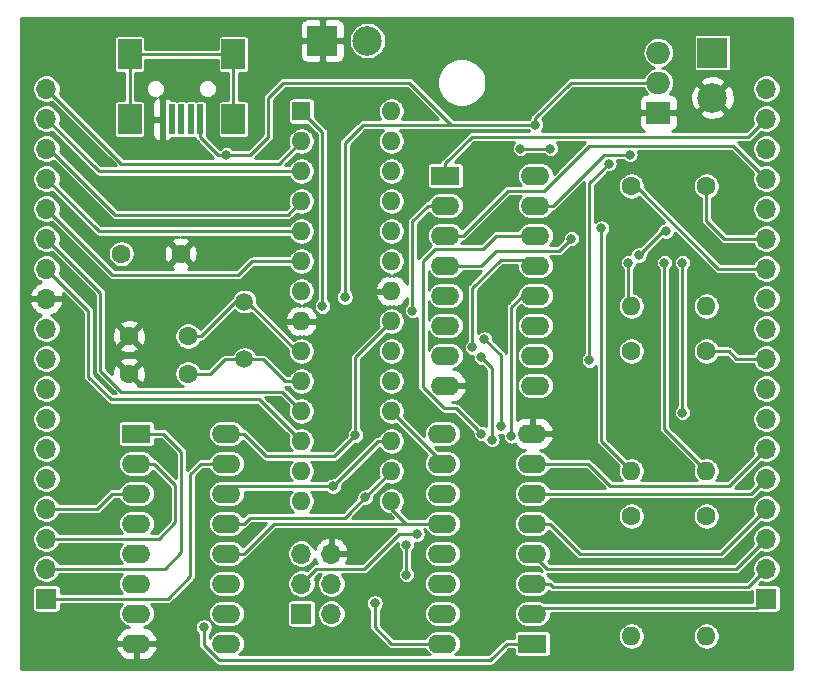
<source format=gbr>
G04 #@! TF.GenerationSoftware,KiCad,Pcbnew,(5.1.5)-3*
G04 #@! TF.CreationDate,2020-03-12T17:38:08-04:00*
G04 #@! TF.ProjectId,PCB,5043422e-6b69-4636-9164-5f7063625858,rev?*
G04 #@! TF.SameCoordinates,Original*
G04 #@! TF.FileFunction,Copper,L1,Top*
G04 #@! TF.FilePolarity,Positive*
%FSLAX46Y46*%
G04 Gerber Fmt 4.6, Leading zero omitted, Abs format (unit mm)*
G04 Created by KiCad (PCBNEW (5.1.5)-3) date 2020-03-12 17:38:08*
%MOMM*%
%LPD*%
G04 APERTURE LIST*
%ADD10R,0.500000X2.500000*%
%ADD11R,2.000000X2.500000*%
%ADD12R,2.499360X2.499360*%
%ADD13C,2.499360*%
%ADD14R,1.700000X1.700000*%
%ADD15O,1.700000X1.700000*%
%ADD16C,1.500000*%
%ADD17R,2.000000X1.905000*%
%ADD18O,2.000000X1.905000*%
%ADD19R,2.400000X1.600000*%
%ADD20O,2.400000X1.600000*%
%ADD21R,1.600000X1.600000*%
%ADD22O,1.600000X1.600000*%
%ADD23C,1.600000*%
%ADD24C,0.800000*%
%ADD25C,0.250000*%
%ADD26C,0.254000*%
G04 APERTURE END LIST*
D10*
X113970000Y-104200000D03*
X114770000Y-104200000D03*
X115570000Y-104200000D03*
X116370000Y-104200000D03*
X117170000Y-104200000D03*
D11*
X111170000Y-104200000D03*
X119970000Y-104200000D03*
X111170000Y-98700000D03*
X119970000Y-98700000D03*
D12*
X160528000Y-98552000D03*
D13*
X160528000Y-102362000D03*
D14*
X125730000Y-146050000D03*
D15*
X128270000Y-146050000D03*
X125730000Y-143510000D03*
X128270000Y-143510000D03*
X125730000Y-140970000D03*
X128270000Y-140970000D03*
D12*
X127508000Y-97536000D03*
D13*
X131318000Y-97536000D03*
D16*
X120904000Y-124514000D03*
X120904000Y-119634000D03*
D14*
X165100000Y-144780000D03*
D15*
X165100000Y-142240000D03*
X165100000Y-139700000D03*
X165100000Y-137160000D03*
X165100000Y-134620000D03*
X165100000Y-132080000D03*
X165100000Y-129540000D03*
X165100000Y-127000000D03*
X165100000Y-124460000D03*
X165100000Y-121920000D03*
X165100000Y-119380000D03*
X165100000Y-116840000D03*
X165100000Y-114300000D03*
X165100000Y-111760000D03*
X165100000Y-109220000D03*
X165100000Y-106680000D03*
X165100000Y-104140000D03*
X165100000Y-101600000D03*
D14*
X104140000Y-144780000D03*
D15*
X104140000Y-142240000D03*
X104140000Y-139700000D03*
X104140000Y-137160000D03*
X104140000Y-134620000D03*
X104140000Y-132080000D03*
X104140000Y-129540000D03*
X104140000Y-127000000D03*
X104140000Y-124460000D03*
X104140000Y-121920000D03*
X104140000Y-119380000D03*
X104140000Y-116840000D03*
X104140000Y-114300000D03*
X104140000Y-111760000D03*
X104140000Y-109220000D03*
X104140000Y-106680000D03*
X104140000Y-104140000D03*
X104140000Y-101600000D03*
D17*
X155956000Y-103632000D03*
D18*
X155956000Y-101092000D03*
X155956000Y-98552000D03*
D19*
X111760000Y-130810000D03*
D20*
X119380000Y-148590000D03*
X111760000Y-133350000D03*
X119380000Y-146050000D03*
X111760000Y-135890000D03*
X119380000Y-143510000D03*
X111760000Y-138430000D03*
X119380000Y-140970000D03*
X111760000Y-140970000D03*
X119380000Y-138430000D03*
X111760000Y-143510000D03*
X119380000Y-135890000D03*
X111760000Y-146050000D03*
X119380000Y-133350000D03*
X111760000Y-148590000D03*
X119380000Y-130810000D03*
D21*
X125730000Y-103505000D03*
D22*
X133350000Y-136525000D03*
X125730000Y-106045000D03*
X133350000Y-133985000D03*
X125730000Y-108585000D03*
X133350000Y-131445000D03*
X125730000Y-111125000D03*
X133350000Y-128905000D03*
X125730000Y-113665000D03*
X133350000Y-126365000D03*
X125730000Y-116205000D03*
X133350000Y-123825000D03*
X125730000Y-118745000D03*
X133350000Y-121285000D03*
X125730000Y-121285000D03*
X133350000Y-118745000D03*
X125730000Y-123825000D03*
X133350000Y-116205000D03*
X125730000Y-126365000D03*
X133350000Y-113665000D03*
X125730000Y-128905000D03*
X133350000Y-111125000D03*
X125730000Y-131445000D03*
X133350000Y-108585000D03*
X125730000Y-133985000D03*
X133350000Y-106045000D03*
X125730000Y-136525000D03*
X133350000Y-103505000D03*
D23*
X160020000Y-137795000D03*
D22*
X160020000Y-147955000D03*
D23*
X110490000Y-115570000D03*
X115490000Y-115570000D03*
X111125000Y-125730000D03*
X116125000Y-125730000D03*
X111125000Y-122555000D03*
X116125000Y-122555000D03*
D19*
X137922000Y-108966000D03*
D20*
X145542000Y-126746000D03*
X137922000Y-111506000D03*
X145542000Y-124206000D03*
X137922000Y-114046000D03*
X145542000Y-121666000D03*
X137922000Y-116586000D03*
X145542000Y-119126000D03*
X137922000Y-119126000D03*
X145542000Y-116586000D03*
X137922000Y-121666000D03*
X145542000Y-114046000D03*
X137922000Y-124206000D03*
X145542000Y-111506000D03*
X137922000Y-126746000D03*
X145542000Y-108966000D03*
D19*
X145288000Y-148590000D03*
D20*
X137668000Y-130810000D03*
X145288000Y-146050000D03*
X137668000Y-133350000D03*
X145288000Y-143510000D03*
X137668000Y-135890000D03*
X145288000Y-140970000D03*
X137668000Y-138430000D03*
X145288000Y-138430000D03*
X137668000Y-140970000D03*
X145288000Y-135890000D03*
X137668000Y-143510000D03*
X145288000Y-133350000D03*
X137668000Y-146050000D03*
X145288000Y-130810000D03*
X137668000Y-148590000D03*
D23*
X153670000Y-137795000D03*
D22*
X153670000Y-147955000D03*
D23*
X160020000Y-123825000D03*
D22*
X160020000Y-133985000D03*
D23*
X153670000Y-123825000D03*
D22*
X153670000Y-133985000D03*
D23*
X153670000Y-109855000D03*
D22*
X153670000Y-120015000D03*
D23*
X160020000Y-109855000D03*
D22*
X160020000Y-120015000D03*
D24*
X131953000Y-145161000D03*
X129413000Y-119253000D03*
X130302000Y-130937000D03*
X145542000Y-104648000D03*
X119380000Y-107188000D03*
X127508000Y-120015000D03*
X128408630Y-135255000D03*
X141224000Y-122809000D03*
X142610114Y-130164393D03*
X135509000Y-139319000D03*
X140970000Y-124333008D03*
X141859000Y-131318000D03*
X134620000Y-142748000D03*
X134620000Y-140208002D03*
X153416000Y-116332000D03*
X151130000Y-113411000D03*
X156464000Y-116332000D03*
X144272000Y-106680000D03*
X146812000Y-106680000D03*
X157988000Y-116332000D03*
X157988000Y-129032000D03*
X151765000Y-107950000D03*
X150114000Y-124587000D03*
X140208000Y-123516010D03*
X131127500Y-136207500D03*
X143502980Y-131014326D03*
X140970000Y-130809994D03*
X117475000Y-147193000D03*
X153543000Y-107188000D03*
X148590000Y-114300000D03*
X154305000Y-115697000D03*
X156591000Y-113665000D03*
X135128000Y-120396000D03*
X148590000Y-127127000D03*
X109728000Y-124206000D03*
X112522000Y-107188000D03*
D25*
X125349000Y-123825000D02*
X125730000Y-123825000D01*
X120904000Y-119634000D02*
X121158000Y-119634000D01*
X121158000Y-119634000D02*
X125349000Y-123825000D01*
X120142000Y-119634000D02*
X120904000Y-119634000D01*
X116125000Y-122555000D02*
X117221000Y-122555000D01*
X117221000Y-122555000D02*
X120142000Y-119634000D01*
X122482000Y-124514000D02*
X120904000Y-124514000D01*
X125730000Y-126365000D02*
X124333000Y-126365000D01*
X124333000Y-126365000D02*
X122482000Y-124514000D01*
X119226000Y-124514000D02*
X120904000Y-124514000D01*
X116125000Y-125730000D02*
X118010000Y-125730000D01*
X118010000Y-125730000D02*
X119226000Y-124514000D01*
X137668000Y-148590000D02*
X133350000Y-148590000D01*
X131953000Y-147193000D02*
X131953000Y-145161000D01*
X133350000Y-148590000D02*
X131953000Y-147193000D01*
X133350000Y-121285000D02*
X130302000Y-124333000D01*
X130302000Y-130371315D02*
X130302000Y-130937000D01*
X130302000Y-124333000D02*
X130302000Y-130371315D01*
X129413000Y-119253000D02*
X129413000Y-106172000D01*
X129413000Y-106172000D02*
X130937000Y-104648000D01*
X144976315Y-104648000D02*
X145542000Y-104648000D01*
X154706000Y-101092000D02*
X155956000Y-101092000D01*
X148532315Y-101092000D02*
X154706000Y-101092000D01*
X145542000Y-104082315D02*
X148532315Y-101092000D01*
X145542000Y-104648000D02*
X145542000Y-104082315D01*
X117170000Y-104200000D02*
X117170000Y-105700000D01*
X117170000Y-105700000D02*
X118658000Y-107188000D01*
X118872000Y-107188000D02*
X121412000Y-107188000D01*
X118872000Y-107188000D02*
X119380000Y-107188000D01*
X118658000Y-107188000D02*
X118872000Y-107188000D01*
X121412000Y-107188000D02*
X122936000Y-105664000D01*
X122936000Y-105664000D02*
X122936000Y-102362000D01*
X122936000Y-102362000D02*
X124206000Y-101092000D01*
X134874000Y-101092000D02*
X138430000Y-104648000D01*
X124206000Y-101092000D02*
X134874000Y-101092000D01*
X130937000Y-104648000D02*
X138430000Y-104648000D01*
X138430000Y-104648000D02*
X144976315Y-104648000D01*
X120830000Y-130810000D02*
X122735000Y-132715000D01*
X119380000Y-130810000D02*
X120830000Y-130810000D01*
X128524000Y-132715000D02*
X130302000Y-130937000D01*
X122735000Y-132715000D02*
X128524000Y-132715000D01*
X127508000Y-105283000D02*
X125730000Y-103505000D01*
X127508000Y-120015000D02*
X127508000Y-105283000D01*
X120015000Y-135255000D02*
X119380000Y-135890000D01*
X128408630Y-135255000D02*
X120015000Y-135255000D01*
X132218630Y-131445000D02*
X128408630Y-135255000D01*
X133350000Y-131445000D02*
X132218630Y-131445000D01*
X141224000Y-122809000D02*
X142610114Y-124195114D01*
X142610114Y-124195114D02*
X142610114Y-129598708D01*
X142610114Y-129598708D02*
X142610114Y-130164393D01*
X133985000Y-139319000D02*
X134943315Y-139319000D01*
X127000000Y-142240000D02*
X131064000Y-142240000D01*
X134943315Y-139319000D02*
X135509000Y-139319000D01*
X131064000Y-142240000D02*
X133985000Y-139319000D01*
X125730000Y-143510000D02*
X127000000Y-142240000D01*
X137668000Y-133223000D02*
X137668000Y-133350000D01*
X133350000Y-128905000D02*
X137668000Y-133223000D01*
X141859000Y-130752315D02*
X141859000Y-131318000D01*
X141859000Y-125222008D02*
X141859000Y-130752315D01*
X140970000Y-124333008D02*
X141859000Y-125222008D01*
X134620000Y-142748000D02*
X134620000Y-140208002D01*
X153416000Y-119761000D02*
X153670000Y-120015000D01*
X153416000Y-116332000D02*
X153416000Y-119761000D01*
X151130000Y-131445000D02*
X151130000Y-113411000D01*
X153670000Y-133985000D02*
X151130000Y-131445000D01*
X156464000Y-130429000D02*
X160020000Y-133985000D01*
X156464000Y-116332000D02*
X156464000Y-130429000D01*
X144272000Y-106680000D02*
X146812000Y-106680000D01*
X157988000Y-116332000D02*
X157988000Y-129032000D01*
X151765000Y-107950000D02*
X150114000Y-109601000D01*
X150114000Y-109601000D02*
X150114000Y-124587000D01*
X107696000Y-120396000D02*
X104140000Y-116840000D01*
X107696000Y-125984000D02*
X107696000Y-120396000D01*
X109601000Y-127889000D02*
X107696000Y-125984000D01*
X122174000Y-127889000D02*
X109601000Y-127889000D01*
X125730000Y-131445000D02*
X122174000Y-127889000D01*
X124079000Y-127254000D02*
X125730000Y-128905000D01*
X110490000Y-127254000D02*
X124079000Y-127254000D01*
X108712000Y-125476000D02*
X110490000Y-127254000D01*
X108712000Y-118872000D02*
X108712000Y-125476000D01*
X104140000Y-114300000D02*
X108712000Y-118872000D01*
X104140000Y-111760000D02*
X109728000Y-117348000D01*
X109728000Y-117348000D02*
X120396000Y-117348000D01*
X121539000Y-116205000D02*
X125730000Y-116205000D01*
X120396000Y-117348000D02*
X121539000Y-116205000D01*
X108585000Y-113665000D02*
X125730000Y-113665000D01*
X104140000Y-109220000D02*
X108585000Y-113665000D01*
X124587000Y-112268000D02*
X125730000Y-111125000D01*
X104140000Y-106680000D02*
X104394000Y-106680000D01*
X109982000Y-112268000D02*
X124587000Y-112268000D01*
X104394000Y-106680000D02*
X109982000Y-112268000D01*
X108585000Y-108585000D02*
X125730000Y-108585000D01*
X104140000Y-104140000D02*
X108585000Y-108585000D01*
X123825000Y-107950000D02*
X125730000Y-106045000D01*
X104140000Y-101600000D02*
X110490000Y-107950000D01*
X110490000Y-107950000D02*
X123825000Y-107950000D01*
X120830000Y-138430000D02*
X121338000Y-137922000D01*
X119380000Y-138430000D02*
X120830000Y-138430000D01*
X129413000Y-137922000D02*
X133350000Y-133985000D01*
X121338000Y-137922000D02*
X129413000Y-137922000D01*
X145142000Y-116586000D02*
X145542000Y-116586000D01*
X144634000Y-116078000D02*
X145142000Y-116586000D01*
X142621000Y-116078000D02*
X144634000Y-116078000D01*
X140208000Y-118491000D02*
X142621000Y-116078000D01*
X140208000Y-123516010D02*
X140208000Y-118491000D01*
X143502980Y-130448641D02*
X143502980Y-131014326D01*
X143502980Y-120096020D02*
X143502980Y-130448641D01*
X144473000Y-119126000D02*
X143502980Y-120096020D01*
X145542000Y-119126000D02*
X144473000Y-119126000D01*
X123370000Y-138430000D02*
X135128000Y-138430000D01*
X119380000Y-140970000D02*
X120830000Y-140970000D01*
X120830000Y-140970000D02*
X123370000Y-138430000D01*
X135509000Y-138430000D02*
X137668000Y-138430000D01*
X135128000Y-138430000D02*
X135509000Y-138430000D01*
X134620000Y-138430000D02*
X135128000Y-138430000D01*
X133350000Y-136525000D02*
X133350000Y-137160000D01*
X133350000Y-137160000D02*
X134620000Y-138430000D01*
X140570001Y-130409995D02*
X140970000Y-130809994D01*
X138811006Y-128651000D02*
X140570001Y-130409995D01*
X137826669Y-128651000D02*
X138811006Y-128651000D01*
X137033000Y-115189000D02*
X136017000Y-116205000D01*
X136017000Y-126841331D02*
X137826669Y-128651000D01*
X136017000Y-116205000D02*
X136017000Y-126841331D01*
X142240000Y-114046000D02*
X141097000Y-115189000D01*
X145542000Y-114046000D02*
X142240000Y-114046000D01*
X141097000Y-115189000D02*
X137033000Y-115189000D01*
X153670000Y-109855000D02*
X154051000Y-109855000D01*
X161036000Y-116840000D02*
X165100000Y-116840000D01*
X154051000Y-109855000D02*
X161036000Y-116840000D01*
X165100000Y-114300000D02*
X161544000Y-114300000D01*
X160020000Y-112776000D02*
X160020000Y-109855000D01*
X161544000Y-114300000D02*
X160020000Y-112776000D01*
X165100000Y-124460000D02*
X162560000Y-124460000D01*
X161925000Y-123825000D02*
X160020000Y-123825000D01*
X162560000Y-124460000D02*
X161925000Y-123825000D01*
X143129000Y-148590000D02*
X145288000Y-148590000D01*
X141732000Y-149987000D02*
X143129000Y-148590000D01*
X118785996Y-149987000D02*
X141732000Y-149987000D01*
X117475000Y-148676004D02*
X118785996Y-149987000D01*
X117475000Y-147193000D02*
X117475000Y-148676004D01*
X111760000Y-135890000D02*
X109728000Y-135890000D01*
X108458000Y-137160000D02*
X104140000Y-137160000D01*
X109728000Y-135890000D02*
X108458000Y-137160000D01*
X113665000Y-139700000D02*
X104140000Y-139700000D01*
X115062000Y-138303000D02*
X113665000Y-139700000D01*
X113210000Y-133350000D02*
X115062000Y-135202000D01*
X115062000Y-135202000D02*
X115062000Y-138303000D01*
X111760000Y-133350000D02*
X113210000Y-133350000D01*
X104140000Y-142240000D02*
X114173000Y-142240000D01*
X114173000Y-142240000D02*
X115570000Y-140843000D01*
X115570000Y-140843000D02*
X115570000Y-132334000D01*
X114046000Y-130810000D02*
X111760000Y-130810000D01*
X115570000Y-132334000D02*
X114046000Y-130810000D01*
X104140000Y-144780000D02*
X114427000Y-144780000D01*
X114427000Y-144780000D02*
X116332000Y-142875000D01*
X116332000Y-142875000D02*
X116332000Y-134239000D01*
X117221000Y-133350000D02*
X119380000Y-133350000D01*
X116332000Y-134239000D02*
X117221000Y-133350000D01*
X146992000Y-111506000D02*
X151310000Y-107188000D01*
X152977315Y-107188000D02*
X153543000Y-107188000D01*
X145542000Y-111506000D02*
X146992000Y-111506000D01*
X151310000Y-107188000D02*
X152977315Y-107188000D01*
X163576000Y-105664000D02*
X165100000Y-104140000D01*
X140174000Y-105664000D02*
X163576000Y-105664000D01*
X137922000Y-107916000D02*
X140174000Y-105664000D01*
X137922000Y-108966000D02*
X137922000Y-107916000D01*
X137922000Y-116586000D02*
X140970000Y-116586000D01*
X140970000Y-116586000D02*
X142240000Y-115316000D01*
X142240000Y-115316000D02*
X147574000Y-115316000D01*
X147574000Y-115316000D02*
X148590000Y-114300000D01*
X154305000Y-115697000D02*
X156337000Y-113665000D01*
X156337000Y-113665000D02*
X156591000Y-113665000D01*
X139372000Y-114046000D02*
X143182000Y-110236000D01*
X137922000Y-114046000D02*
X139372000Y-114046000D01*
X143182000Y-110236000D02*
X146304000Y-110236000D01*
X146304000Y-110236000D02*
X150114000Y-106426000D01*
X162306000Y-106426000D02*
X165100000Y-109220000D01*
X150114000Y-106426000D02*
X162306000Y-106426000D01*
X135128000Y-112850000D02*
X135128000Y-120396000D01*
X137922000Y-111506000D02*
X136472000Y-111506000D01*
X136472000Y-111506000D02*
X135128000Y-112850000D01*
X164250001Y-132929999D02*
X165100000Y-132080000D01*
X161925000Y-135255000D02*
X164250001Y-132929999D01*
X151892000Y-135255000D02*
X161925000Y-135255000D01*
X145288000Y-133350000D02*
X149987000Y-133350000D01*
X149987000Y-133350000D02*
X151892000Y-135255000D01*
X163830000Y-135890000D02*
X165100000Y-134620000D01*
X145288000Y-135890000D02*
X163830000Y-135890000D01*
X146738000Y-138430000D02*
X149278000Y-140970000D01*
X145288000Y-138430000D02*
X146738000Y-138430000D01*
X161290000Y-140970000D02*
X165100000Y-137160000D01*
X149278000Y-140970000D02*
X161290000Y-140970000D01*
X145288000Y-140970000D02*
X146558000Y-142240000D01*
X162560000Y-142240000D02*
X165100000Y-139700000D01*
X146558000Y-142240000D02*
X162560000Y-142240000D01*
X146738000Y-143510000D02*
X145288000Y-143510000D01*
X146992000Y-143764000D02*
X146738000Y-143510000D01*
X165100000Y-142240000D02*
X163576000Y-143764000D01*
X163576000Y-143764000D02*
X146992000Y-143764000D01*
X164338000Y-145542000D02*
X165100000Y-144780000D01*
X145288000Y-146050000D02*
X145796000Y-145542000D01*
X145796000Y-145542000D02*
X164338000Y-145542000D01*
X111170000Y-98700000D02*
X119970000Y-98700000D01*
X111170000Y-102700000D02*
X111170000Y-98700000D01*
X111170000Y-104200000D02*
X111170000Y-102700000D01*
X119970000Y-98700000D02*
X119970000Y-104200000D01*
D26*
G36*
X167268000Y-150758000D02*
G01*
X101972000Y-150758000D01*
X101972000Y-148939039D01*
X109968096Y-148939039D01*
X109985633Y-149021818D01*
X110096285Y-149281646D01*
X110255500Y-149514895D01*
X110457161Y-149712601D01*
X110693517Y-149867166D01*
X110955486Y-149972650D01*
X111233000Y-150025000D01*
X111633000Y-150025000D01*
X111633000Y-148717000D01*
X111887000Y-148717000D01*
X111887000Y-150025000D01*
X112287000Y-150025000D01*
X112564514Y-149972650D01*
X112826483Y-149867166D01*
X113062839Y-149712601D01*
X113264500Y-149514895D01*
X113423715Y-149281646D01*
X113534367Y-149021818D01*
X113551904Y-148939039D01*
X113429915Y-148717000D01*
X111887000Y-148717000D01*
X111633000Y-148717000D01*
X110090085Y-148717000D01*
X109968096Y-148939039D01*
X101972000Y-148939039D01*
X101972000Y-143930000D01*
X102941322Y-143930000D01*
X102941322Y-145630000D01*
X102948022Y-145698024D01*
X102967864Y-145763433D01*
X103000085Y-145823715D01*
X103043447Y-145876553D01*
X103096285Y-145919915D01*
X103156567Y-145952136D01*
X103221976Y-145971978D01*
X103290000Y-145978678D01*
X104990000Y-145978678D01*
X105058024Y-145971978D01*
X105123433Y-145952136D01*
X105183715Y-145919915D01*
X105236553Y-145876553D01*
X105279915Y-145823715D01*
X105312136Y-145763433D01*
X105331978Y-145698024D01*
X105338678Y-145630000D01*
X105338678Y-145252000D01*
X110531094Y-145252000D01*
X110401691Y-145409678D01*
X110295184Y-145608939D01*
X110229597Y-145825149D01*
X110207451Y-146050000D01*
X110229597Y-146274851D01*
X110295184Y-146491061D01*
X110401691Y-146690322D01*
X110545025Y-146864975D01*
X110719678Y-147008309D01*
X110918939Y-147114816D01*
X111121034Y-147176121D01*
X110955486Y-147207350D01*
X110693517Y-147312834D01*
X110457161Y-147467399D01*
X110255500Y-147665105D01*
X110096285Y-147898354D01*
X109985633Y-148158182D01*
X109968096Y-148240961D01*
X110090085Y-148463000D01*
X111633000Y-148463000D01*
X111633000Y-148443000D01*
X111887000Y-148443000D01*
X111887000Y-148463000D01*
X113429915Y-148463000D01*
X113551904Y-148240961D01*
X113534367Y-148158182D01*
X113423715Y-147898354D01*
X113264500Y-147665105D01*
X113062839Y-147467399D01*
X112826483Y-147312834D01*
X112564514Y-147207350D01*
X112398966Y-147176121D01*
X112585860Y-147119427D01*
X116728000Y-147119427D01*
X116728000Y-147266573D01*
X116756707Y-147410892D01*
X116813018Y-147546837D01*
X116894768Y-147669184D01*
X116998816Y-147773232D01*
X117003000Y-147776028D01*
X117003001Y-148652814D01*
X117000717Y-148676004D01*
X117009830Y-148768531D01*
X117036821Y-148857504D01*
X117080402Y-148939039D01*
X117080649Y-148939502D01*
X117139632Y-149011373D01*
X117157639Y-149026151D01*
X118435845Y-150304357D01*
X118450627Y-150322369D01*
X118522498Y-150381352D01*
X118604496Y-150425180D01*
X118693468Y-150452170D01*
X118762816Y-150459000D01*
X118762818Y-150459000D01*
X118785995Y-150461283D01*
X118809173Y-150459000D01*
X141708820Y-150459000D01*
X141732000Y-150461283D01*
X141755180Y-150459000D01*
X141824528Y-150452170D01*
X141913500Y-150425180D01*
X141995498Y-150381352D01*
X142067369Y-150322369D01*
X142082151Y-150304357D01*
X143324508Y-149062000D01*
X143739322Y-149062000D01*
X143739322Y-149390000D01*
X143746022Y-149458024D01*
X143765864Y-149523433D01*
X143798085Y-149583715D01*
X143841447Y-149636553D01*
X143894285Y-149679915D01*
X143954567Y-149712136D01*
X144019976Y-149731978D01*
X144088000Y-149738678D01*
X146488000Y-149738678D01*
X146556024Y-149731978D01*
X146621433Y-149712136D01*
X146681715Y-149679915D01*
X146734553Y-149636553D01*
X146777915Y-149583715D01*
X146810136Y-149523433D01*
X146829978Y-149458024D01*
X146836678Y-149390000D01*
X146836678Y-147842030D01*
X152523000Y-147842030D01*
X152523000Y-148067970D01*
X152567078Y-148289568D01*
X152653542Y-148498308D01*
X152779067Y-148686170D01*
X152938830Y-148845933D01*
X153126692Y-148971458D01*
X153335432Y-149057922D01*
X153557030Y-149102000D01*
X153782970Y-149102000D01*
X154004568Y-149057922D01*
X154213308Y-148971458D01*
X154401170Y-148845933D01*
X154560933Y-148686170D01*
X154686458Y-148498308D01*
X154772922Y-148289568D01*
X154817000Y-148067970D01*
X154817000Y-147842030D01*
X158873000Y-147842030D01*
X158873000Y-148067970D01*
X158917078Y-148289568D01*
X159003542Y-148498308D01*
X159129067Y-148686170D01*
X159288830Y-148845933D01*
X159476692Y-148971458D01*
X159685432Y-149057922D01*
X159907030Y-149102000D01*
X160132970Y-149102000D01*
X160354568Y-149057922D01*
X160563308Y-148971458D01*
X160751170Y-148845933D01*
X160910933Y-148686170D01*
X161036458Y-148498308D01*
X161122922Y-148289568D01*
X161167000Y-148067970D01*
X161167000Y-147842030D01*
X161122922Y-147620432D01*
X161036458Y-147411692D01*
X160910933Y-147223830D01*
X160751170Y-147064067D01*
X160563308Y-146938542D01*
X160354568Y-146852078D01*
X160132970Y-146808000D01*
X159907030Y-146808000D01*
X159685432Y-146852078D01*
X159476692Y-146938542D01*
X159288830Y-147064067D01*
X159129067Y-147223830D01*
X159003542Y-147411692D01*
X158917078Y-147620432D01*
X158873000Y-147842030D01*
X154817000Y-147842030D01*
X154772922Y-147620432D01*
X154686458Y-147411692D01*
X154560933Y-147223830D01*
X154401170Y-147064067D01*
X154213308Y-146938542D01*
X154004568Y-146852078D01*
X153782970Y-146808000D01*
X153557030Y-146808000D01*
X153335432Y-146852078D01*
X153126692Y-146938542D01*
X152938830Y-147064067D01*
X152779067Y-147223830D01*
X152653542Y-147411692D01*
X152567078Y-147620432D01*
X152523000Y-147842030D01*
X146836678Y-147842030D01*
X146836678Y-147790000D01*
X146829978Y-147721976D01*
X146810136Y-147656567D01*
X146777915Y-147596285D01*
X146734553Y-147543447D01*
X146681715Y-147500085D01*
X146621433Y-147467864D01*
X146556024Y-147448022D01*
X146488000Y-147441322D01*
X144088000Y-147441322D01*
X144019976Y-147448022D01*
X143954567Y-147467864D01*
X143894285Y-147500085D01*
X143841447Y-147543447D01*
X143798085Y-147596285D01*
X143765864Y-147656567D01*
X143746022Y-147721976D01*
X143739322Y-147790000D01*
X143739322Y-148118000D01*
X143152177Y-148118000D01*
X143128999Y-148115717D01*
X143105822Y-148118000D01*
X143105820Y-148118000D01*
X143036472Y-148124830D01*
X142947500Y-148151820D01*
X142865502Y-148195648D01*
X142793631Y-148254631D01*
X142778849Y-148272643D01*
X141536492Y-149515000D01*
X138748909Y-149515000D01*
X138882975Y-149404975D01*
X139026309Y-149230322D01*
X139132816Y-149031061D01*
X139198403Y-148814851D01*
X139220549Y-148590000D01*
X139198403Y-148365149D01*
X139132816Y-148148939D01*
X139026309Y-147949678D01*
X138882975Y-147775025D01*
X138708322Y-147631691D01*
X138509061Y-147525184D01*
X138292851Y-147459597D01*
X138124340Y-147443000D01*
X137211660Y-147443000D01*
X137043149Y-147459597D01*
X136826939Y-147525184D01*
X136627678Y-147631691D01*
X136453025Y-147775025D01*
X136309691Y-147949678D01*
X136219721Y-148118000D01*
X133545508Y-148118000D01*
X132425000Y-146997492D01*
X132425000Y-146050000D01*
X136115451Y-146050000D01*
X136137597Y-146274851D01*
X136203184Y-146491061D01*
X136309691Y-146690322D01*
X136453025Y-146864975D01*
X136627678Y-147008309D01*
X136826939Y-147114816D01*
X137043149Y-147180403D01*
X137211660Y-147197000D01*
X138124340Y-147197000D01*
X138292851Y-147180403D01*
X138509061Y-147114816D01*
X138708322Y-147008309D01*
X138882975Y-146864975D01*
X139026309Y-146690322D01*
X139132816Y-146491061D01*
X139198403Y-146274851D01*
X139220549Y-146050000D01*
X139198403Y-145825149D01*
X139132816Y-145608939D01*
X139026309Y-145409678D01*
X138882975Y-145235025D01*
X138708322Y-145091691D01*
X138509061Y-144985184D01*
X138292851Y-144919597D01*
X138124340Y-144903000D01*
X137211660Y-144903000D01*
X137043149Y-144919597D01*
X136826939Y-144985184D01*
X136627678Y-145091691D01*
X136453025Y-145235025D01*
X136309691Y-145409678D01*
X136203184Y-145608939D01*
X136137597Y-145825149D01*
X136115451Y-146050000D01*
X132425000Y-146050000D01*
X132425000Y-145744028D01*
X132429184Y-145741232D01*
X132533232Y-145637184D01*
X132614982Y-145514837D01*
X132671293Y-145378892D01*
X132700000Y-145234573D01*
X132700000Y-145087427D01*
X132671293Y-144943108D01*
X132614982Y-144807163D01*
X132533232Y-144684816D01*
X132429184Y-144580768D01*
X132306837Y-144499018D01*
X132170892Y-144442707D01*
X132026573Y-144414000D01*
X131879427Y-144414000D01*
X131735108Y-144442707D01*
X131599163Y-144499018D01*
X131476816Y-144580768D01*
X131372768Y-144684816D01*
X131291018Y-144807163D01*
X131234707Y-144943108D01*
X131206000Y-145087427D01*
X131206000Y-145234573D01*
X131234707Y-145378892D01*
X131291018Y-145514837D01*
X131372768Y-145637184D01*
X131476816Y-145741232D01*
X131481001Y-145744028D01*
X131481000Y-147169820D01*
X131478717Y-147193000D01*
X131484201Y-147248678D01*
X131487830Y-147285527D01*
X131514820Y-147374499D01*
X131558648Y-147456498D01*
X131617631Y-147528369D01*
X131635643Y-147543151D01*
X132999849Y-148907357D01*
X133014631Y-148925369D01*
X133086502Y-148984352D01*
X133168500Y-149028180D01*
X133257472Y-149055170D01*
X133326820Y-149062000D01*
X133326822Y-149062000D01*
X133349999Y-149064283D01*
X133373177Y-149062000D01*
X136219721Y-149062000D01*
X136309691Y-149230322D01*
X136453025Y-149404975D01*
X136587091Y-149515000D01*
X120460909Y-149515000D01*
X120594975Y-149404975D01*
X120738309Y-149230322D01*
X120844816Y-149031061D01*
X120910403Y-148814851D01*
X120932549Y-148590000D01*
X120910403Y-148365149D01*
X120844816Y-148148939D01*
X120738309Y-147949678D01*
X120594975Y-147775025D01*
X120420322Y-147631691D01*
X120221061Y-147525184D01*
X120004851Y-147459597D01*
X119836340Y-147443000D01*
X118923660Y-147443000D01*
X118755149Y-147459597D01*
X118538939Y-147525184D01*
X118339678Y-147631691D01*
X118165025Y-147775025D01*
X118021691Y-147949678D01*
X117947000Y-148089415D01*
X117947000Y-147776028D01*
X117951184Y-147773232D01*
X118055232Y-147669184D01*
X118136982Y-147546837D01*
X118193293Y-147410892D01*
X118222000Y-147266573D01*
X118222000Y-147119427D01*
X118193293Y-146975108D01*
X118136982Y-146839163D01*
X118106926Y-146794181D01*
X118165025Y-146864975D01*
X118339678Y-147008309D01*
X118538939Y-147114816D01*
X118755149Y-147180403D01*
X118923660Y-147197000D01*
X119836340Y-147197000D01*
X120004851Y-147180403D01*
X120221061Y-147114816D01*
X120420322Y-147008309D01*
X120594975Y-146864975D01*
X120738309Y-146690322D01*
X120844816Y-146491061D01*
X120910403Y-146274851D01*
X120932549Y-146050000D01*
X120910403Y-145825149D01*
X120844816Y-145608939D01*
X120738309Y-145409678D01*
X120594975Y-145235025D01*
X120552297Y-145200000D01*
X124531322Y-145200000D01*
X124531322Y-146900000D01*
X124538022Y-146968024D01*
X124557864Y-147033433D01*
X124590085Y-147093715D01*
X124633447Y-147146553D01*
X124686285Y-147189915D01*
X124746567Y-147222136D01*
X124811976Y-147241978D01*
X124880000Y-147248678D01*
X126580000Y-147248678D01*
X126648024Y-147241978D01*
X126713433Y-147222136D01*
X126773715Y-147189915D01*
X126826553Y-147146553D01*
X126869915Y-147093715D01*
X126902136Y-147033433D01*
X126921978Y-146968024D01*
X126928678Y-146900000D01*
X126928678Y-145932106D01*
X127073000Y-145932106D01*
X127073000Y-146167894D01*
X127119000Y-146399152D01*
X127209232Y-146616992D01*
X127340229Y-146813043D01*
X127506957Y-146979771D01*
X127703008Y-147110768D01*
X127920848Y-147201000D01*
X128152106Y-147247000D01*
X128387894Y-147247000D01*
X128619152Y-147201000D01*
X128836992Y-147110768D01*
X129033043Y-146979771D01*
X129199771Y-146813043D01*
X129330768Y-146616992D01*
X129421000Y-146399152D01*
X129467000Y-146167894D01*
X129467000Y-145932106D01*
X129421000Y-145700848D01*
X129330768Y-145483008D01*
X129199771Y-145286957D01*
X129033043Y-145120229D01*
X128836992Y-144989232D01*
X128619152Y-144899000D01*
X128387894Y-144853000D01*
X128152106Y-144853000D01*
X127920848Y-144899000D01*
X127703008Y-144989232D01*
X127506957Y-145120229D01*
X127340229Y-145286957D01*
X127209232Y-145483008D01*
X127119000Y-145700848D01*
X127073000Y-145932106D01*
X126928678Y-145932106D01*
X126928678Y-145200000D01*
X126921978Y-145131976D01*
X126902136Y-145066567D01*
X126869915Y-145006285D01*
X126826553Y-144953447D01*
X126773715Y-144910085D01*
X126713433Y-144877864D01*
X126648024Y-144858022D01*
X126580000Y-144851322D01*
X124880000Y-144851322D01*
X124811976Y-144858022D01*
X124746567Y-144877864D01*
X124686285Y-144910085D01*
X124633447Y-144953447D01*
X124590085Y-145006285D01*
X124557864Y-145066567D01*
X124538022Y-145131976D01*
X124531322Y-145200000D01*
X120552297Y-145200000D01*
X120420322Y-145091691D01*
X120221061Y-144985184D01*
X120004851Y-144919597D01*
X119836340Y-144903000D01*
X118923660Y-144903000D01*
X118755149Y-144919597D01*
X118538939Y-144985184D01*
X118339678Y-145091691D01*
X118165025Y-145235025D01*
X118021691Y-145409678D01*
X117915184Y-145608939D01*
X117849597Y-145825149D01*
X117827451Y-146050000D01*
X117849597Y-146274851D01*
X117915184Y-146491061D01*
X118013599Y-146675183D01*
X117951184Y-146612768D01*
X117828837Y-146531018D01*
X117692892Y-146474707D01*
X117548573Y-146446000D01*
X117401427Y-146446000D01*
X117257108Y-146474707D01*
X117121163Y-146531018D01*
X116998816Y-146612768D01*
X116894768Y-146716816D01*
X116813018Y-146839163D01*
X116756707Y-146975108D01*
X116728000Y-147119427D01*
X112585860Y-147119427D01*
X112601061Y-147114816D01*
X112800322Y-147008309D01*
X112974975Y-146864975D01*
X113118309Y-146690322D01*
X113224816Y-146491061D01*
X113290403Y-146274851D01*
X113312549Y-146050000D01*
X113290403Y-145825149D01*
X113224816Y-145608939D01*
X113118309Y-145409678D01*
X112988906Y-145252000D01*
X114403820Y-145252000D01*
X114427000Y-145254283D01*
X114450180Y-145252000D01*
X114519528Y-145245170D01*
X114608500Y-145218180D01*
X114690498Y-145174352D01*
X114762369Y-145115369D01*
X114777151Y-145097357D01*
X116364508Y-143510000D01*
X117827451Y-143510000D01*
X117849597Y-143734851D01*
X117915184Y-143951061D01*
X118021691Y-144150322D01*
X118165025Y-144324975D01*
X118339678Y-144468309D01*
X118538939Y-144574816D01*
X118755149Y-144640403D01*
X118923660Y-144657000D01*
X119836340Y-144657000D01*
X120004851Y-144640403D01*
X120221061Y-144574816D01*
X120420322Y-144468309D01*
X120594975Y-144324975D01*
X120738309Y-144150322D01*
X120844816Y-143951061D01*
X120910403Y-143734851D01*
X120932549Y-143510000D01*
X120910403Y-143285149D01*
X120844816Y-143068939D01*
X120738309Y-142869678D01*
X120594975Y-142695025D01*
X120420322Y-142551691D01*
X120221061Y-142445184D01*
X120004851Y-142379597D01*
X119836340Y-142363000D01*
X118923660Y-142363000D01*
X118755149Y-142379597D01*
X118538939Y-142445184D01*
X118339678Y-142551691D01*
X118165025Y-142695025D01*
X118021691Y-142869678D01*
X117915184Y-143068939D01*
X117849597Y-143285149D01*
X117827451Y-143510000D01*
X116364508Y-143510000D01*
X116649362Y-143225147D01*
X116667369Y-143210369D01*
X116726352Y-143138498D01*
X116738565Y-143115648D01*
X116770180Y-143056501D01*
X116797170Y-142967528D01*
X116806283Y-142875000D01*
X116804000Y-142851820D01*
X116804000Y-134434508D01*
X117416509Y-133822000D01*
X117931721Y-133822000D01*
X118021691Y-133990322D01*
X118165025Y-134164975D01*
X118339678Y-134308309D01*
X118538939Y-134414816D01*
X118755149Y-134480403D01*
X118923660Y-134497000D01*
X119836340Y-134497000D01*
X120004851Y-134480403D01*
X120221061Y-134414816D01*
X120420322Y-134308309D01*
X120594975Y-134164975D01*
X120738309Y-133990322D01*
X120844816Y-133791061D01*
X120910403Y-133574851D01*
X120932549Y-133350000D01*
X120910403Y-133125149D01*
X120844816Y-132908939D01*
X120738309Y-132709678D01*
X120594975Y-132535025D01*
X120420322Y-132391691D01*
X120221061Y-132285184D01*
X120004851Y-132219597D01*
X119836340Y-132203000D01*
X118923660Y-132203000D01*
X118755149Y-132219597D01*
X118538939Y-132285184D01*
X118339678Y-132391691D01*
X118165025Y-132535025D01*
X118021691Y-132709678D01*
X117931721Y-132878000D01*
X117244180Y-132878000D01*
X117221000Y-132875717D01*
X117128472Y-132884830D01*
X117039499Y-132911820D01*
X116957502Y-132955648D01*
X116885631Y-133014631D01*
X116870853Y-133032638D01*
X116042000Y-133861492D01*
X116042000Y-132357177D01*
X116044283Y-132333999D01*
X116038651Y-132276820D01*
X116035170Y-132241472D01*
X116008180Y-132152500D01*
X115964352Y-132070502D01*
X115905369Y-131998631D01*
X115887357Y-131983849D01*
X114396151Y-130492643D01*
X114381369Y-130474631D01*
X114309498Y-130415648D01*
X114227500Y-130371820D01*
X114138528Y-130344830D01*
X114069180Y-130338000D01*
X114046000Y-130335717D01*
X114022820Y-130338000D01*
X113308678Y-130338000D01*
X113308678Y-130010000D01*
X113301978Y-129941976D01*
X113282136Y-129876567D01*
X113249915Y-129816285D01*
X113206553Y-129763447D01*
X113153715Y-129720085D01*
X113093433Y-129687864D01*
X113028024Y-129668022D01*
X112960000Y-129661322D01*
X110560000Y-129661322D01*
X110491976Y-129668022D01*
X110426567Y-129687864D01*
X110366285Y-129720085D01*
X110313447Y-129763447D01*
X110270085Y-129816285D01*
X110237864Y-129876567D01*
X110218022Y-129941976D01*
X110211322Y-130010000D01*
X110211322Y-131610000D01*
X110218022Y-131678024D01*
X110237864Y-131743433D01*
X110270085Y-131803715D01*
X110313447Y-131856553D01*
X110366285Y-131899915D01*
X110426567Y-131932136D01*
X110491976Y-131951978D01*
X110560000Y-131958678D01*
X112960000Y-131958678D01*
X113028024Y-131951978D01*
X113093433Y-131932136D01*
X113153715Y-131899915D01*
X113206553Y-131856553D01*
X113249915Y-131803715D01*
X113282136Y-131743433D01*
X113301978Y-131678024D01*
X113308678Y-131610000D01*
X113308678Y-131282000D01*
X113850492Y-131282000D01*
X115098001Y-132529509D01*
X115098001Y-134570492D01*
X113560151Y-133032643D01*
X113545369Y-133014631D01*
X113473498Y-132955648D01*
X113391500Y-132911820D01*
X113302528Y-132884830D01*
X113233180Y-132878000D01*
X113210000Y-132875717D01*
X113207206Y-132875992D01*
X113118309Y-132709678D01*
X112974975Y-132535025D01*
X112800322Y-132391691D01*
X112601061Y-132285184D01*
X112384851Y-132219597D01*
X112216340Y-132203000D01*
X111303660Y-132203000D01*
X111135149Y-132219597D01*
X110918939Y-132285184D01*
X110719678Y-132391691D01*
X110545025Y-132535025D01*
X110401691Y-132709678D01*
X110295184Y-132908939D01*
X110229597Y-133125149D01*
X110207451Y-133350000D01*
X110229597Y-133574851D01*
X110295184Y-133791061D01*
X110401691Y-133990322D01*
X110545025Y-134164975D01*
X110719678Y-134308309D01*
X110918939Y-134414816D01*
X111135149Y-134480403D01*
X111303660Y-134497000D01*
X112216340Y-134497000D01*
X112384851Y-134480403D01*
X112601061Y-134414816D01*
X112800322Y-134308309D01*
X112974975Y-134164975D01*
X113118309Y-133990322D01*
X113140778Y-133948286D01*
X114590000Y-135397509D01*
X114590001Y-138107491D01*
X113469492Y-139228000D01*
X112988906Y-139228000D01*
X113118309Y-139070322D01*
X113224816Y-138871061D01*
X113290403Y-138654851D01*
X113312549Y-138430000D01*
X113290403Y-138205149D01*
X113224816Y-137988939D01*
X113118309Y-137789678D01*
X112974975Y-137615025D01*
X112800322Y-137471691D01*
X112601061Y-137365184D01*
X112384851Y-137299597D01*
X112216340Y-137283000D01*
X111303660Y-137283000D01*
X111135149Y-137299597D01*
X110918939Y-137365184D01*
X110719678Y-137471691D01*
X110545025Y-137615025D01*
X110401691Y-137789678D01*
X110295184Y-137988939D01*
X110229597Y-138205149D01*
X110207451Y-138430000D01*
X110229597Y-138654851D01*
X110295184Y-138871061D01*
X110401691Y-139070322D01*
X110531094Y-139228000D01*
X105240115Y-139228000D01*
X105200768Y-139133008D01*
X105069771Y-138936957D01*
X104903043Y-138770229D01*
X104706992Y-138639232D01*
X104489152Y-138549000D01*
X104257894Y-138503000D01*
X104022106Y-138503000D01*
X103790848Y-138549000D01*
X103573008Y-138639232D01*
X103376957Y-138770229D01*
X103210229Y-138936957D01*
X103079232Y-139133008D01*
X102989000Y-139350848D01*
X102943000Y-139582106D01*
X102943000Y-139817894D01*
X102989000Y-140049152D01*
X103079232Y-140266992D01*
X103210229Y-140463043D01*
X103376957Y-140629771D01*
X103573008Y-140760768D01*
X103790848Y-140851000D01*
X104022106Y-140897000D01*
X104257894Y-140897000D01*
X104489152Y-140851000D01*
X104706992Y-140760768D01*
X104903043Y-140629771D01*
X105069771Y-140463043D01*
X105200768Y-140266992D01*
X105240115Y-140172000D01*
X110531094Y-140172000D01*
X110401691Y-140329678D01*
X110295184Y-140528939D01*
X110229597Y-140745149D01*
X110207451Y-140970000D01*
X110229597Y-141194851D01*
X110295184Y-141411061D01*
X110401691Y-141610322D01*
X110531094Y-141768000D01*
X105240115Y-141768000D01*
X105200768Y-141673008D01*
X105069771Y-141476957D01*
X104903043Y-141310229D01*
X104706992Y-141179232D01*
X104489152Y-141089000D01*
X104257894Y-141043000D01*
X104022106Y-141043000D01*
X103790848Y-141089000D01*
X103573008Y-141179232D01*
X103376957Y-141310229D01*
X103210229Y-141476957D01*
X103079232Y-141673008D01*
X102989000Y-141890848D01*
X102943000Y-142122106D01*
X102943000Y-142357894D01*
X102989000Y-142589152D01*
X103079232Y-142806992D01*
X103210229Y-143003043D01*
X103376957Y-143169771D01*
X103573008Y-143300768D01*
X103790848Y-143391000D01*
X104022106Y-143437000D01*
X104257894Y-143437000D01*
X104489152Y-143391000D01*
X104706992Y-143300768D01*
X104903043Y-143169771D01*
X105069771Y-143003043D01*
X105200768Y-142806992D01*
X105240115Y-142712000D01*
X110531094Y-142712000D01*
X110401691Y-142869678D01*
X110295184Y-143068939D01*
X110229597Y-143285149D01*
X110207451Y-143510000D01*
X110229597Y-143734851D01*
X110295184Y-143951061D01*
X110401691Y-144150322D01*
X110531094Y-144308000D01*
X105338678Y-144308000D01*
X105338678Y-143930000D01*
X105331978Y-143861976D01*
X105312136Y-143796567D01*
X105279915Y-143736285D01*
X105236553Y-143683447D01*
X105183715Y-143640085D01*
X105123433Y-143607864D01*
X105058024Y-143588022D01*
X104990000Y-143581322D01*
X103290000Y-143581322D01*
X103221976Y-143588022D01*
X103156567Y-143607864D01*
X103096285Y-143640085D01*
X103043447Y-143683447D01*
X103000085Y-143736285D01*
X102967864Y-143796567D01*
X102948022Y-143861976D01*
X102941322Y-143930000D01*
X101972000Y-143930000D01*
X101972000Y-137042106D01*
X102943000Y-137042106D01*
X102943000Y-137277894D01*
X102989000Y-137509152D01*
X103079232Y-137726992D01*
X103210229Y-137923043D01*
X103376957Y-138089771D01*
X103573008Y-138220768D01*
X103790848Y-138311000D01*
X104022106Y-138357000D01*
X104257894Y-138357000D01*
X104489152Y-138311000D01*
X104706992Y-138220768D01*
X104903043Y-138089771D01*
X105069771Y-137923043D01*
X105200768Y-137726992D01*
X105240115Y-137632000D01*
X108434820Y-137632000D01*
X108458000Y-137634283D01*
X108481180Y-137632000D01*
X108550528Y-137625170D01*
X108639500Y-137598180D01*
X108721498Y-137554352D01*
X108793369Y-137495369D01*
X108808151Y-137477357D01*
X109923508Y-136362000D01*
X110311721Y-136362000D01*
X110401691Y-136530322D01*
X110545025Y-136704975D01*
X110719678Y-136848309D01*
X110918939Y-136954816D01*
X111135149Y-137020403D01*
X111303660Y-137037000D01*
X112216340Y-137037000D01*
X112384851Y-137020403D01*
X112601061Y-136954816D01*
X112800322Y-136848309D01*
X112974975Y-136704975D01*
X113118309Y-136530322D01*
X113224816Y-136331061D01*
X113290403Y-136114851D01*
X113312549Y-135890000D01*
X113290403Y-135665149D01*
X113224816Y-135448939D01*
X113118309Y-135249678D01*
X112974975Y-135075025D01*
X112800322Y-134931691D01*
X112601061Y-134825184D01*
X112384851Y-134759597D01*
X112216340Y-134743000D01*
X111303660Y-134743000D01*
X111135149Y-134759597D01*
X110918939Y-134825184D01*
X110719678Y-134931691D01*
X110545025Y-135075025D01*
X110401691Y-135249678D01*
X110311721Y-135418000D01*
X109751179Y-135418000D01*
X109727999Y-135415717D01*
X109663414Y-135422078D01*
X109635472Y-135424830D01*
X109546500Y-135451820D01*
X109464502Y-135495648D01*
X109392631Y-135554631D01*
X109377849Y-135572643D01*
X108262492Y-136688000D01*
X105240115Y-136688000D01*
X105200768Y-136593008D01*
X105069771Y-136396957D01*
X104903043Y-136230229D01*
X104706992Y-136099232D01*
X104489152Y-136009000D01*
X104257894Y-135963000D01*
X104022106Y-135963000D01*
X103790848Y-136009000D01*
X103573008Y-136099232D01*
X103376957Y-136230229D01*
X103210229Y-136396957D01*
X103079232Y-136593008D01*
X102989000Y-136810848D01*
X102943000Y-137042106D01*
X101972000Y-137042106D01*
X101972000Y-134502106D01*
X102943000Y-134502106D01*
X102943000Y-134737894D01*
X102989000Y-134969152D01*
X103079232Y-135186992D01*
X103210229Y-135383043D01*
X103376957Y-135549771D01*
X103573008Y-135680768D01*
X103790848Y-135771000D01*
X104022106Y-135817000D01*
X104257894Y-135817000D01*
X104489152Y-135771000D01*
X104706992Y-135680768D01*
X104903043Y-135549771D01*
X105069771Y-135383043D01*
X105200768Y-135186992D01*
X105291000Y-134969152D01*
X105337000Y-134737894D01*
X105337000Y-134502106D01*
X105291000Y-134270848D01*
X105200768Y-134053008D01*
X105069771Y-133856957D01*
X104903043Y-133690229D01*
X104706992Y-133559232D01*
X104489152Y-133469000D01*
X104257894Y-133423000D01*
X104022106Y-133423000D01*
X103790848Y-133469000D01*
X103573008Y-133559232D01*
X103376957Y-133690229D01*
X103210229Y-133856957D01*
X103079232Y-134053008D01*
X102989000Y-134270848D01*
X102943000Y-134502106D01*
X101972000Y-134502106D01*
X101972000Y-131962106D01*
X102943000Y-131962106D01*
X102943000Y-132197894D01*
X102989000Y-132429152D01*
X103079232Y-132646992D01*
X103210229Y-132843043D01*
X103376957Y-133009771D01*
X103573008Y-133140768D01*
X103790848Y-133231000D01*
X104022106Y-133277000D01*
X104257894Y-133277000D01*
X104489152Y-133231000D01*
X104706992Y-133140768D01*
X104903043Y-133009771D01*
X105069771Y-132843043D01*
X105200768Y-132646992D01*
X105291000Y-132429152D01*
X105337000Y-132197894D01*
X105337000Y-131962106D01*
X105291000Y-131730848D01*
X105200768Y-131513008D01*
X105069771Y-131316957D01*
X104903043Y-131150229D01*
X104706992Y-131019232D01*
X104489152Y-130929000D01*
X104257894Y-130883000D01*
X104022106Y-130883000D01*
X103790848Y-130929000D01*
X103573008Y-131019232D01*
X103376957Y-131150229D01*
X103210229Y-131316957D01*
X103079232Y-131513008D01*
X102989000Y-131730848D01*
X102943000Y-131962106D01*
X101972000Y-131962106D01*
X101972000Y-129422106D01*
X102943000Y-129422106D01*
X102943000Y-129657894D01*
X102989000Y-129889152D01*
X103079232Y-130106992D01*
X103210229Y-130303043D01*
X103376957Y-130469771D01*
X103573008Y-130600768D01*
X103790848Y-130691000D01*
X104022106Y-130737000D01*
X104257894Y-130737000D01*
X104489152Y-130691000D01*
X104706992Y-130600768D01*
X104903043Y-130469771D01*
X105069771Y-130303043D01*
X105200768Y-130106992D01*
X105291000Y-129889152D01*
X105337000Y-129657894D01*
X105337000Y-129422106D01*
X105291000Y-129190848D01*
X105200768Y-128973008D01*
X105069771Y-128776957D01*
X104903043Y-128610229D01*
X104706992Y-128479232D01*
X104489152Y-128389000D01*
X104257894Y-128343000D01*
X104022106Y-128343000D01*
X103790848Y-128389000D01*
X103573008Y-128479232D01*
X103376957Y-128610229D01*
X103210229Y-128776957D01*
X103079232Y-128973008D01*
X102989000Y-129190848D01*
X102943000Y-129422106D01*
X101972000Y-129422106D01*
X101972000Y-126882106D01*
X102943000Y-126882106D01*
X102943000Y-127117894D01*
X102989000Y-127349152D01*
X103079232Y-127566992D01*
X103210229Y-127763043D01*
X103376957Y-127929771D01*
X103573008Y-128060768D01*
X103790848Y-128151000D01*
X104022106Y-128197000D01*
X104257894Y-128197000D01*
X104489152Y-128151000D01*
X104706992Y-128060768D01*
X104903043Y-127929771D01*
X105069771Y-127763043D01*
X105200768Y-127566992D01*
X105291000Y-127349152D01*
X105337000Y-127117894D01*
X105337000Y-126882106D01*
X105291000Y-126650848D01*
X105200768Y-126433008D01*
X105069771Y-126236957D01*
X104903043Y-126070229D01*
X104706992Y-125939232D01*
X104489152Y-125849000D01*
X104257894Y-125803000D01*
X104022106Y-125803000D01*
X103790848Y-125849000D01*
X103573008Y-125939232D01*
X103376957Y-126070229D01*
X103210229Y-126236957D01*
X103079232Y-126433008D01*
X102989000Y-126650848D01*
X102943000Y-126882106D01*
X101972000Y-126882106D01*
X101972000Y-124342106D01*
X102943000Y-124342106D01*
X102943000Y-124577894D01*
X102989000Y-124809152D01*
X103079232Y-125026992D01*
X103210229Y-125223043D01*
X103376957Y-125389771D01*
X103573008Y-125520768D01*
X103790848Y-125611000D01*
X104022106Y-125657000D01*
X104257894Y-125657000D01*
X104489152Y-125611000D01*
X104706992Y-125520768D01*
X104903043Y-125389771D01*
X105069771Y-125223043D01*
X105200768Y-125026992D01*
X105291000Y-124809152D01*
X105337000Y-124577894D01*
X105337000Y-124342106D01*
X105291000Y-124110848D01*
X105200768Y-123893008D01*
X105069771Y-123696957D01*
X104903043Y-123530229D01*
X104706992Y-123399232D01*
X104489152Y-123309000D01*
X104257894Y-123263000D01*
X104022106Y-123263000D01*
X103790848Y-123309000D01*
X103573008Y-123399232D01*
X103376957Y-123530229D01*
X103210229Y-123696957D01*
X103079232Y-123893008D01*
X102989000Y-124110848D01*
X102943000Y-124342106D01*
X101972000Y-124342106D01*
X101972000Y-119736890D01*
X102698524Y-119736890D01*
X102743175Y-119884099D01*
X102868359Y-120146920D01*
X103042412Y-120380269D01*
X103258645Y-120575178D01*
X103508748Y-120724157D01*
X103719027Y-120798749D01*
X103573008Y-120859232D01*
X103376957Y-120990229D01*
X103210229Y-121156957D01*
X103079232Y-121353008D01*
X102989000Y-121570848D01*
X102943000Y-121802106D01*
X102943000Y-122037894D01*
X102989000Y-122269152D01*
X103079232Y-122486992D01*
X103210229Y-122683043D01*
X103376957Y-122849771D01*
X103573008Y-122980768D01*
X103790848Y-123071000D01*
X104022106Y-123117000D01*
X104257894Y-123117000D01*
X104489152Y-123071000D01*
X104706992Y-122980768D01*
X104903043Y-122849771D01*
X105069771Y-122683043D01*
X105200768Y-122486992D01*
X105291000Y-122269152D01*
X105337000Y-122037894D01*
X105337000Y-121802106D01*
X105291000Y-121570848D01*
X105200768Y-121353008D01*
X105069771Y-121156957D01*
X104903043Y-120990229D01*
X104706992Y-120859232D01*
X104560973Y-120798749D01*
X104771252Y-120724157D01*
X105021355Y-120575178D01*
X105237588Y-120380269D01*
X105411641Y-120146920D01*
X105536825Y-119884099D01*
X105581476Y-119736890D01*
X105460155Y-119507000D01*
X104267000Y-119507000D01*
X104267000Y-119527000D01*
X104013000Y-119527000D01*
X104013000Y-119507000D01*
X102819845Y-119507000D01*
X102698524Y-119736890D01*
X101972000Y-119736890D01*
X101972000Y-119023110D01*
X102698524Y-119023110D01*
X102819845Y-119253000D01*
X104013000Y-119253000D01*
X104013000Y-119233000D01*
X104267000Y-119233000D01*
X104267000Y-119253000D01*
X105460155Y-119253000D01*
X105581476Y-119023110D01*
X105549204Y-118916712D01*
X107224001Y-120591509D01*
X107224000Y-125960820D01*
X107221717Y-125984000D01*
X107224000Y-126007179D01*
X107230830Y-126076527D01*
X107257820Y-126165499D01*
X107301648Y-126247498D01*
X107360631Y-126319369D01*
X107378643Y-126334151D01*
X109250853Y-128206362D01*
X109265631Y-128224369D01*
X109283636Y-128239145D01*
X109337502Y-128283352D01*
X109419499Y-128327180D01*
X109508472Y-128354170D01*
X109601000Y-128363283D01*
X109624180Y-128361000D01*
X121978492Y-128361000D01*
X124656615Y-131039123D01*
X124627078Y-131110432D01*
X124583000Y-131332030D01*
X124583000Y-131557970D01*
X124627078Y-131779568D01*
X124713542Y-131988308D01*
X124839067Y-132176170D01*
X124905897Y-132243000D01*
X122930509Y-132243000D01*
X121180151Y-130492643D01*
X121165369Y-130474631D01*
X121093498Y-130415648D01*
X121011500Y-130371820D01*
X120922528Y-130344830D01*
X120853180Y-130338000D01*
X120830000Y-130335717D01*
X120827206Y-130335992D01*
X120738309Y-130169678D01*
X120594975Y-129995025D01*
X120420322Y-129851691D01*
X120221061Y-129745184D01*
X120004851Y-129679597D01*
X119836340Y-129663000D01*
X118923660Y-129663000D01*
X118755149Y-129679597D01*
X118538939Y-129745184D01*
X118339678Y-129851691D01*
X118165025Y-129995025D01*
X118021691Y-130169678D01*
X117915184Y-130368939D01*
X117849597Y-130585149D01*
X117827451Y-130810000D01*
X117849597Y-131034851D01*
X117915184Y-131251061D01*
X118021691Y-131450322D01*
X118165025Y-131624975D01*
X118339678Y-131768309D01*
X118538939Y-131874816D01*
X118755149Y-131940403D01*
X118923660Y-131957000D01*
X119836340Y-131957000D01*
X120004851Y-131940403D01*
X120221061Y-131874816D01*
X120420322Y-131768309D01*
X120594975Y-131624975D01*
X120738309Y-131450322D01*
X120760778Y-131408286D01*
X122384853Y-133032362D01*
X122399631Y-133050369D01*
X122452877Y-133094067D01*
X122471502Y-133109352D01*
X122553499Y-133153180D01*
X122642472Y-133180170D01*
X122735000Y-133189283D01*
X122758180Y-133187000D01*
X124905897Y-133187000D01*
X124839067Y-133253830D01*
X124713542Y-133441692D01*
X124627078Y-133650432D01*
X124583000Y-133872030D01*
X124583000Y-134097970D01*
X124627078Y-134319568D01*
X124713542Y-134528308D01*
X124839067Y-134716170D01*
X124905897Y-134783000D01*
X120082000Y-134783000D01*
X120004851Y-134759597D01*
X119836340Y-134743000D01*
X118923660Y-134743000D01*
X118755149Y-134759597D01*
X118538939Y-134825184D01*
X118339678Y-134931691D01*
X118165025Y-135075025D01*
X118021691Y-135249678D01*
X117915184Y-135448939D01*
X117849597Y-135665149D01*
X117827451Y-135890000D01*
X117849597Y-136114851D01*
X117915184Y-136331061D01*
X118021691Y-136530322D01*
X118165025Y-136704975D01*
X118339678Y-136848309D01*
X118538939Y-136954816D01*
X118755149Y-137020403D01*
X118923660Y-137037000D01*
X119836340Y-137037000D01*
X120004851Y-137020403D01*
X120221061Y-136954816D01*
X120420322Y-136848309D01*
X120594975Y-136704975D01*
X120738309Y-136530322D01*
X120844816Y-136331061D01*
X120910403Y-136114851D01*
X120932549Y-135890000D01*
X120916495Y-135727000D01*
X124905897Y-135727000D01*
X124839067Y-135793830D01*
X124713542Y-135981692D01*
X124627078Y-136190432D01*
X124583000Y-136412030D01*
X124583000Y-136637970D01*
X124627078Y-136859568D01*
X124713542Y-137068308D01*
X124839067Y-137256170D01*
X124998830Y-137415933D01*
X125049815Y-137450000D01*
X121361177Y-137450000D01*
X121337999Y-137447717D01*
X121314821Y-137450000D01*
X121314820Y-137450000D01*
X121245472Y-137456830D01*
X121156500Y-137483820D01*
X121074502Y-137527648D01*
X121002631Y-137586631D01*
X120987854Y-137604637D01*
X120760778Y-137831714D01*
X120738309Y-137789678D01*
X120594975Y-137615025D01*
X120420322Y-137471691D01*
X120221061Y-137365184D01*
X120004851Y-137299597D01*
X119836340Y-137283000D01*
X118923660Y-137283000D01*
X118755149Y-137299597D01*
X118538939Y-137365184D01*
X118339678Y-137471691D01*
X118165025Y-137615025D01*
X118021691Y-137789678D01*
X117915184Y-137988939D01*
X117849597Y-138205149D01*
X117827451Y-138430000D01*
X117849597Y-138654851D01*
X117915184Y-138871061D01*
X118021691Y-139070322D01*
X118165025Y-139244975D01*
X118339678Y-139388309D01*
X118538939Y-139494816D01*
X118755149Y-139560403D01*
X118923660Y-139577000D01*
X119836340Y-139577000D01*
X120004851Y-139560403D01*
X120221061Y-139494816D01*
X120420322Y-139388309D01*
X120594975Y-139244975D01*
X120738309Y-139070322D01*
X120827206Y-138904008D01*
X120830000Y-138904283D01*
X120853180Y-138902000D01*
X120922528Y-138895170D01*
X121011500Y-138868180D01*
X121093498Y-138824352D01*
X121165369Y-138765369D01*
X121180151Y-138747357D01*
X121533509Y-138394000D01*
X122738492Y-138394000D01*
X120760778Y-140371714D01*
X120738309Y-140329678D01*
X120594975Y-140155025D01*
X120420322Y-140011691D01*
X120221061Y-139905184D01*
X120004851Y-139839597D01*
X119836340Y-139823000D01*
X118923660Y-139823000D01*
X118755149Y-139839597D01*
X118538939Y-139905184D01*
X118339678Y-140011691D01*
X118165025Y-140155025D01*
X118021691Y-140329678D01*
X117915184Y-140528939D01*
X117849597Y-140745149D01*
X117827451Y-140970000D01*
X117849597Y-141194851D01*
X117915184Y-141411061D01*
X118021691Y-141610322D01*
X118165025Y-141784975D01*
X118339678Y-141928309D01*
X118538939Y-142034816D01*
X118755149Y-142100403D01*
X118923660Y-142117000D01*
X119836340Y-142117000D01*
X120004851Y-142100403D01*
X120221061Y-142034816D01*
X120420322Y-141928309D01*
X120594975Y-141784975D01*
X120738309Y-141610322D01*
X120827206Y-141444008D01*
X120830000Y-141444283D01*
X120853180Y-141442000D01*
X120922528Y-141435170D01*
X121011500Y-141408180D01*
X121093498Y-141364352D01*
X121165369Y-141305369D01*
X121180151Y-141287357D01*
X123565508Y-138902000D01*
X133763874Y-138902000D01*
X133721502Y-138924648D01*
X133649631Y-138983631D01*
X133634853Y-139001638D01*
X130868492Y-141768000D01*
X129518459Y-141768000D01*
X129541641Y-141736920D01*
X129666825Y-141474099D01*
X129711476Y-141326890D01*
X129590155Y-141097000D01*
X128397000Y-141097000D01*
X128397000Y-141117000D01*
X128143000Y-141117000D01*
X128143000Y-141097000D01*
X128123000Y-141097000D01*
X128123000Y-140843000D01*
X128143000Y-140843000D01*
X128143000Y-139649186D01*
X128397000Y-139649186D01*
X128397000Y-140843000D01*
X129590155Y-140843000D01*
X129711476Y-140613110D01*
X129666825Y-140465901D01*
X129541641Y-140203080D01*
X129367588Y-139969731D01*
X129151355Y-139774822D01*
X128901252Y-139625843D01*
X128626891Y-139528519D01*
X128397000Y-139649186D01*
X128143000Y-139649186D01*
X127913109Y-139528519D01*
X127638748Y-139625843D01*
X127388645Y-139774822D01*
X127172412Y-139969731D01*
X126998359Y-140203080D01*
X126873175Y-140465901D01*
X126849352Y-140544443D01*
X126790768Y-140403008D01*
X126659771Y-140206957D01*
X126493043Y-140040229D01*
X126296992Y-139909232D01*
X126079152Y-139819000D01*
X125847894Y-139773000D01*
X125612106Y-139773000D01*
X125380848Y-139819000D01*
X125163008Y-139909232D01*
X124966957Y-140040229D01*
X124800229Y-140206957D01*
X124669232Y-140403008D01*
X124579000Y-140620848D01*
X124533000Y-140852106D01*
X124533000Y-141087894D01*
X124579000Y-141319152D01*
X124669232Y-141536992D01*
X124800229Y-141733043D01*
X124966957Y-141899771D01*
X125163008Y-142030768D01*
X125380848Y-142121000D01*
X125612106Y-142167000D01*
X125847894Y-142167000D01*
X126079152Y-142121000D01*
X126296992Y-142030768D01*
X126493043Y-141899771D01*
X126659771Y-141733043D01*
X126790768Y-141536992D01*
X126849352Y-141395557D01*
X126873175Y-141474099D01*
X126998359Y-141736920D01*
X127021411Y-141767826D01*
X126999999Y-141765717D01*
X126907472Y-141774830D01*
X126818500Y-141801820D01*
X126736502Y-141845648D01*
X126664631Y-141904631D01*
X126649849Y-141922643D01*
X126174145Y-142398347D01*
X126079152Y-142359000D01*
X125847894Y-142313000D01*
X125612106Y-142313000D01*
X125380848Y-142359000D01*
X125163008Y-142449232D01*
X124966957Y-142580229D01*
X124800229Y-142746957D01*
X124669232Y-142943008D01*
X124579000Y-143160848D01*
X124533000Y-143392106D01*
X124533000Y-143627894D01*
X124579000Y-143859152D01*
X124669232Y-144076992D01*
X124800229Y-144273043D01*
X124966957Y-144439771D01*
X125163008Y-144570768D01*
X125380848Y-144661000D01*
X125612106Y-144707000D01*
X125847894Y-144707000D01*
X126079152Y-144661000D01*
X126296992Y-144570768D01*
X126493043Y-144439771D01*
X126659771Y-144273043D01*
X126790768Y-144076992D01*
X126881000Y-143859152D01*
X126927000Y-143627894D01*
X126927000Y-143392106D01*
X126881000Y-143160848D01*
X126841653Y-143065855D01*
X127195508Y-142712000D01*
X127375186Y-142712000D01*
X127340229Y-142746957D01*
X127209232Y-142943008D01*
X127119000Y-143160848D01*
X127073000Y-143392106D01*
X127073000Y-143627894D01*
X127119000Y-143859152D01*
X127209232Y-144076992D01*
X127340229Y-144273043D01*
X127506957Y-144439771D01*
X127703008Y-144570768D01*
X127920848Y-144661000D01*
X128152106Y-144707000D01*
X128387894Y-144707000D01*
X128619152Y-144661000D01*
X128836992Y-144570768D01*
X129033043Y-144439771D01*
X129199771Y-144273043D01*
X129330768Y-144076992D01*
X129421000Y-143859152D01*
X129467000Y-143627894D01*
X129467000Y-143510000D01*
X136115451Y-143510000D01*
X136137597Y-143734851D01*
X136203184Y-143951061D01*
X136309691Y-144150322D01*
X136453025Y-144324975D01*
X136627678Y-144468309D01*
X136826939Y-144574816D01*
X137043149Y-144640403D01*
X137211660Y-144657000D01*
X138124340Y-144657000D01*
X138292851Y-144640403D01*
X138509061Y-144574816D01*
X138708322Y-144468309D01*
X138882975Y-144324975D01*
X139026309Y-144150322D01*
X139132816Y-143951061D01*
X139198403Y-143734851D01*
X139220549Y-143510000D01*
X139198403Y-143285149D01*
X139132816Y-143068939D01*
X139026309Y-142869678D01*
X138882975Y-142695025D01*
X138708322Y-142551691D01*
X138509061Y-142445184D01*
X138292851Y-142379597D01*
X138124340Y-142363000D01*
X137211660Y-142363000D01*
X137043149Y-142379597D01*
X136826939Y-142445184D01*
X136627678Y-142551691D01*
X136453025Y-142695025D01*
X136309691Y-142869678D01*
X136203184Y-143068939D01*
X136137597Y-143285149D01*
X136115451Y-143510000D01*
X129467000Y-143510000D01*
X129467000Y-143392106D01*
X129421000Y-143160848D01*
X129330768Y-142943008D01*
X129199771Y-142746957D01*
X129164814Y-142712000D01*
X131040820Y-142712000D01*
X131064000Y-142714283D01*
X131087180Y-142712000D01*
X131156528Y-142705170D01*
X131245500Y-142678180D01*
X131327498Y-142634352D01*
X131399369Y-142575369D01*
X131414151Y-142557357D01*
X133881919Y-140089590D01*
X133873000Y-140134429D01*
X133873000Y-140281575D01*
X133901707Y-140425894D01*
X133958018Y-140561839D01*
X134039768Y-140684186D01*
X134143816Y-140788234D01*
X134148001Y-140791030D01*
X134148000Y-142164972D01*
X134143816Y-142167768D01*
X134039768Y-142271816D01*
X133958018Y-142394163D01*
X133901707Y-142530108D01*
X133873000Y-142674427D01*
X133873000Y-142821573D01*
X133901707Y-142965892D01*
X133958018Y-143101837D01*
X134039768Y-143224184D01*
X134143816Y-143328232D01*
X134266163Y-143409982D01*
X134402108Y-143466293D01*
X134546427Y-143495000D01*
X134693573Y-143495000D01*
X134837892Y-143466293D01*
X134973837Y-143409982D01*
X135096184Y-143328232D01*
X135200232Y-143224184D01*
X135281982Y-143101837D01*
X135338293Y-142965892D01*
X135367000Y-142821573D01*
X135367000Y-142674427D01*
X135338293Y-142530108D01*
X135281982Y-142394163D01*
X135200232Y-142271816D01*
X135096184Y-142167768D01*
X135092000Y-142164972D01*
X135092000Y-140970000D01*
X136115451Y-140970000D01*
X136137597Y-141194851D01*
X136203184Y-141411061D01*
X136309691Y-141610322D01*
X136453025Y-141784975D01*
X136627678Y-141928309D01*
X136826939Y-142034816D01*
X137043149Y-142100403D01*
X137211660Y-142117000D01*
X138124340Y-142117000D01*
X138292851Y-142100403D01*
X138509061Y-142034816D01*
X138708322Y-141928309D01*
X138882975Y-141784975D01*
X139026309Y-141610322D01*
X139132816Y-141411061D01*
X139198403Y-141194851D01*
X139220549Y-140970000D01*
X143735451Y-140970000D01*
X143757597Y-141194851D01*
X143823184Y-141411061D01*
X143929691Y-141610322D01*
X144073025Y-141784975D01*
X144247678Y-141928309D01*
X144446939Y-142034816D01*
X144663149Y-142100403D01*
X144831660Y-142117000D01*
X145744340Y-142117000D01*
X145765416Y-142114924D01*
X146081139Y-142430647D01*
X145912851Y-142379597D01*
X145744340Y-142363000D01*
X144831660Y-142363000D01*
X144663149Y-142379597D01*
X144446939Y-142445184D01*
X144247678Y-142551691D01*
X144073025Y-142695025D01*
X143929691Y-142869678D01*
X143823184Y-143068939D01*
X143757597Y-143285149D01*
X143735451Y-143510000D01*
X143757597Y-143734851D01*
X143823184Y-143951061D01*
X143929691Y-144150322D01*
X144073025Y-144324975D01*
X144247678Y-144468309D01*
X144446939Y-144574816D01*
X144663149Y-144640403D01*
X144831660Y-144657000D01*
X145744340Y-144657000D01*
X145912851Y-144640403D01*
X146129061Y-144574816D01*
X146328322Y-144468309D01*
X146502975Y-144324975D01*
X146646309Y-144150322D01*
X146668387Y-144109017D01*
X146728502Y-144158352D01*
X146810500Y-144202180D01*
X146899472Y-144229170D01*
X146991999Y-144238283D01*
X147015179Y-144236000D01*
X163552820Y-144236000D01*
X163576000Y-144238283D01*
X163599180Y-144236000D01*
X163668528Y-144229170D01*
X163757500Y-144202180D01*
X163839498Y-144158352D01*
X163901322Y-144107614D01*
X163901322Y-145070000D01*
X146287741Y-145070000D01*
X146129061Y-144985184D01*
X145912851Y-144919597D01*
X145744340Y-144903000D01*
X144831660Y-144903000D01*
X144663149Y-144919597D01*
X144446939Y-144985184D01*
X144247678Y-145091691D01*
X144073025Y-145235025D01*
X143929691Y-145409678D01*
X143823184Y-145608939D01*
X143757597Y-145825149D01*
X143735451Y-146050000D01*
X143757597Y-146274851D01*
X143823184Y-146491061D01*
X143929691Y-146690322D01*
X144073025Y-146864975D01*
X144247678Y-147008309D01*
X144446939Y-147114816D01*
X144663149Y-147180403D01*
X144831660Y-147197000D01*
X145744340Y-147197000D01*
X145912851Y-147180403D01*
X146129061Y-147114816D01*
X146328322Y-147008309D01*
X146502975Y-146864975D01*
X146646309Y-146690322D01*
X146752816Y-146491061D01*
X146818403Y-146274851D01*
X146840549Y-146050000D01*
X146837003Y-146014000D01*
X164314820Y-146014000D01*
X164338000Y-146016283D01*
X164361180Y-146014000D01*
X164430528Y-146007170D01*
X164519500Y-145980180D01*
X164522310Y-145978678D01*
X165950000Y-145978678D01*
X166018024Y-145971978D01*
X166083433Y-145952136D01*
X166143715Y-145919915D01*
X166196553Y-145876553D01*
X166239915Y-145823715D01*
X166272136Y-145763433D01*
X166291978Y-145698024D01*
X166298678Y-145630000D01*
X166298678Y-143930000D01*
X166291978Y-143861976D01*
X166272136Y-143796567D01*
X166239915Y-143736285D01*
X166196553Y-143683447D01*
X166143715Y-143640085D01*
X166083433Y-143607864D01*
X166018024Y-143588022D01*
X165950000Y-143581322D01*
X164426186Y-143581322D01*
X164655855Y-143351653D01*
X164750848Y-143391000D01*
X164982106Y-143437000D01*
X165217894Y-143437000D01*
X165449152Y-143391000D01*
X165666992Y-143300768D01*
X165863043Y-143169771D01*
X166029771Y-143003043D01*
X166160768Y-142806992D01*
X166251000Y-142589152D01*
X166297000Y-142357894D01*
X166297000Y-142122106D01*
X166251000Y-141890848D01*
X166160768Y-141673008D01*
X166029771Y-141476957D01*
X165863043Y-141310229D01*
X165666992Y-141179232D01*
X165449152Y-141089000D01*
X165217894Y-141043000D01*
X164982106Y-141043000D01*
X164750848Y-141089000D01*
X164533008Y-141179232D01*
X164336957Y-141310229D01*
X164170229Y-141476957D01*
X164039232Y-141673008D01*
X163949000Y-141890848D01*
X163903000Y-142122106D01*
X163903000Y-142357894D01*
X163949000Y-142589152D01*
X163988347Y-142684145D01*
X163380492Y-143292000D01*
X147187508Y-143292000D01*
X147088152Y-143192644D01*
X147073369Y-143174631D01*
X147001498Y-143115648D01*
X146919500Y-143071820D01*
X146830528Y-143044830D01*
X146761180Y-143038000D01*
X146738000Y-143035717D01*
X146735206Y-143035992D01*
X146646309Y-142869678D01*
X146515331Y-142710081D01*
X146557999Y-142714283D01*
X146581179Y-142712000D01*
X162536820Y-142712000D01*
X162560000Y-142714283D01*
X162583180Y-142712000D01*
X162652528Y-142705170D01*
X162741500Y-142678180D01*
X162823498Y-142634352D01*
X162895369Y-142575369D01*
X162910151Y-142557357D01*
X164655855Y-140811653D01*
X164750848Y-140851000D01*
X164982106Y-140897000D01*
X165217894Y-140897000D01*
X165449152Y-140851000D01*
X165666992Y-140760768D01*
X165863043Y-140629771D01*
X166029771Y-140463043D01*
X166160768Y-140266992D01*
X166251000Y-140049152D01*
X166297000Y-139817894D01*
X166297000Y-139582106D01*
X166251000Y-139350848D01*
X166160768Y-139133008D01*
X166029771Y-138936957D01*
X165863043Y-138770229D01*
X165666992Y-138639232D01*
X165449152Y-138549000D01*
X165217894Y-138503000D01*
X164982106Y-138503000D01*
X164750848Y-138549000D01*
X164533008Y-138639232D01*
X164336957Y-138770229D01*
X164170229Y-138936957D01*
X164039232Y-139133008D01*
X163949000Y-139350848D01*
X163903000Y-139582106D01*
X163903000Y-139817894D01*
X163949000Y-140049152D01*
X163988347Y-140144145D01*
X162364492Y-141768000D01*
X146753508Y-141768000D01*
X146623555Y-141638047D01*
X146646309Y-141610322D01*
X146752816Y-141411061D01*
X146818403Y-141194851D01*
X146840549Y-140970000D01*
X146818403Y-140745149D01*
X146752816Y-140528939D01*
X146646309Y-140329678D01*
X146502975Y-140155025D01*
X146328322Y-140011691D01*
X146129061Y-139905184D01*
X145912851Y-139839597D01*
X145744340Y-139823000D01*
X144831660Y-139823000D01*
X144663149Y-139839597D01*
X144446939Y-139905184D01*
X144247678Y-140011691D01*
X144073025Y-140155025D01*
X143929691Y-140329678D01*
X143823184Y-140528939D01*
X143757597Y-140745149D01*
X143735451Y-140970000D01*
X139220549Y-140970000D01*
X139198403Y-140745149D01*
X139132816Y-140528939D01*
X139026309Y-140329678D01*
X138882975Y-140155025D01*
X138708322Y-140011691D01*
X138509061Y-139905184D01*
X138292851Y-139839597D01*
X138124340Y-139823000D01*
X137211660Y-139823000D01*
X137043149Y-139839597D01*
X136826939Y-139905184D01*
X136627678Y-140011691D01*
X136453025Y-140155025D01*
X136309691Y-140329678D01*
X136203184Y-140528939D01*
X136137597Y-140745149D01*
X136115451Y-140970000D01*
X135092000Y-140970000D01*
X135092000Y-140791030D01*
X135096184Y-140788234D01*
X135200232Y-140684186D01*
X135281982Y-140561839D01*
X135338293Y-140425894D01*
X135367000Y-140281575D01*
X135367000Y-140134429D01*
X135350009Y-140049009D01*
X135435427Y-140066000D01*
X135582573Y-140066000D01*
X135726892Y-140037293D01*
X135862837Y-139980982D01*
X135985184Y-139899232D01*
X136089232Y-139795184D01*
X136170982Y-139672837D01*
X136227293Y-139536892D01*
X136256000Y-139392573D01*
X136256000Y-139245427D01*
X136227293Y-139101108D01*
X136170982Y-138965163D01*
X136128778Y-138902000D01*
X136219721Y-138902000D01*
X136309691Y-139070322D01*
X136453025Y-139244975D01*
X136627678Y-139388309D01*
X136826939Y-139494816D01*
X137043149Y-139560403D01*
X137211660Y-139577000D01*
X138124340Y-139577000D01*
X138292851Y-139560403D01*
X138509061Y-139494816D01*
X138708322Y-139388309D01*
X138882975Y-139244975D01*
X139026309Y-139070322D01*
X139132816Y-138871061D01*
X139198403Y-138654851D01*
X139220549Y-138430000D01*
X143735451Y-138430000D01*
X143757597Y-138654851D01*
X143823184Y-138871061D01*
X143929691Y-139070322D01*
X144073025Y-139244975D01*
X144247678Y-139388309D01*
X144446939Y-139494816D01*
X144663149Y-139560403D01*
X144831660Y-139577000D01*
X145744340Y-139577000D01*
X145912851Y-139560403D01*
X146129061Y-139494816D01*
X146328322Y-139388309D01*
X146502975Y-139244975D01*
X146646309Y-139070322D01*
X146668778Y-139028286D01*
X148927849Y-141287357D01*
X148942631Y-141305369D01*
X149014502Y-141364352D01*
X149096500Y-141408180D01*
X149185472Y-141435170D01*
X149254820Y-141442000D01*
X149254821Y-141442000D01*
X149277999Y-141444283D01*
X149301177Y-141442000D01*
X161266820Y-141442000D01*
X161290000Y-141444283D01*
X161313180Y-141442000D01*
X161382528Y-141435170D01*
X161471500Y-141408180D01*
X161553498Y-141364352D01*
X161625369Y-141305369D01*
X161640151Y-141287357D01*
X164655856Y-138271653D01*
X164750848Y-138311000D01*
X164982106Y-138357000D01*
X165217894Y-138357000D01*
X165449152Y-138311000D01*
X165666992Y-138220768D01*
X165863043Y-138089771D01*
X166029771Y-137923043D01*
X166160768Y-137726992D01*
X166251000Y-137509152D01*
X166297000Y-137277894D01*
X166297000Y-137042106D01*
X166251000Y-136810848D01*
X166160768Y-136593008D01*
X166029771Y-136396957D01*
X165863043Y-136230229D01*
X165666992Y-136099232D01*
X165449152Y-136009000D01*
X165217894Y-135963000D01*
X164982106Y-135963000D01*
X164750848Y-136009000D01*
X164533008Y-136099232D01*
X164336957Y-136230229D01*
X164170229Y-136396957D01*
X164039232Y-136593008D01*
X163949000Y-136810848D01*
X163903000Y-137042106D01*
X163903000Y-137277894D01*
X163949000Y-137509152D01*
X163988347Y-137604144D01*
X161094492Y-140498000D01*
X149473508Y-140498000D01*
X147088151Y-138112643D01*
X147073369Y-138094631D01*
X147001498Y-138035648D01*
X146919500Y-137991820D01*
X146830528Y-137964830D01*
X146761180Y-137958000D01*
X146738000Y-137955717D01*
X146735206Y-137955992D01*
X146646309Y-137789678D01*
X146557965Y-137682030D01*
X152523000Y-137682030D01*
X152523000Y-137907970D01*
X152567078Y-138129568D01*
X152653542Y-138338308D01*
X152779067Y-138526170D01*
X152938830Y-138685933D01*
X153126692Y-138811458D01*
X153335432Y-138897922D01*
X153557030Y-138942000D01*
X153782970Y-138942000D01*
X154004568Y-138897922D01*
X154213308Y-138811458D01*
X154401170Y-138685933D01*
X154560933Y-138526170D01*
X154686458Y-138338308D01*
X154772922Y-138129568D01*
X154817000Y-137907970D01*
X154817000Y-137682030D01*
X158873000Y-137682030D01*
X158873000Y-137907970D01*
X158917078Y-138129568D01*
X159003542Y-138338308D01*
X159129067Y-138526170D01*
X159288830Y-138685933D01*
X159476692Y-138811458D01*
X159685432Y-138897922D01*
X159907030Y-138942000D01*
X160132970Y-138942000D01*
X160354568Y-138897922D01*
X160563308Y-138811458D01*
X160751170Y-138685933D01*
X160910933Y-138526170D01*
X161036458Y-138338308D01*
X161122922Y-138129568D01*
X161167000Y-137907970D01*
X161167000Y-137682030D01*
X161122922Y-137460432D01*
X161036458Y-137251692D01*
X160910933Y-137063830D01*
X160751170Y-136904067D01*
X160563308Y-136778542D01*
X160354568Y-136692078D01*
X160132970Y-136648000D01*
X159907030Y-136648000D01*
X159685432Y-136692078D01*
X159476692Y-136778542D01*
X159288830Y-136904067D01*
X159129067Y-137063830D01*
X159003542Y-137251692D01*
X158917078Y-137460432D01*
X158873000Y-137682030D01*
X154817000Y-137682030D01*
X154772922Y-137460432D01*
X154686458Y-137251692D01*
X154560933Y-137063830D01*
X154401170Y-136904067D01*
X154213308Y-136778542D01*
X154004568Y-136692078D01*
X153782970Y-136648000D01*
X153557030Y-136648000D01*
X153335432Y-136692078D01*
X153126692Y-136778542D01*
X152938830Y-136904067D01*
X152779067Y-137063830D01*
X152653542Y-137251692D01*
X152567078Y-137460432D01*
X152523000Y-137682030D01*
X146557965Y-137682030D01*
X146502975Y-137615025D01*
X146328322Y-137471691D01*
X146129061Y-137365184D01*
X145912851Y-137299597D01*
X145744340Y-137283000D01*
X144831660Y-137283000D01*
X144663149Y-137299597D01*
X144446939Y-137365184D01*
X144247678Y-137471691D01*
X144073025Y-137615025D01*
X143929691Y-137789678D01*
X143823184Y-137988939D01*
X143757597Y-138205149D01*
X143735451Y-138430000D01*
X139220549Y-138430000D01*
X139198403Y-138205149D01*
X139132816Y-137988939D01*
X139026309Y-137789678D01*
X138882975Y-137615025D01*
X138708322Y-137471691D01*
X138509061Y-137365184D01*
X138292851Y-137299597D01*
X138124340Y-137283000D01*
X137211660Y-137283000D01*
X137043149Y-137299597D01*
X136826939Y-137365184D01*
X136627678Y-137471691D01*
X136453025Y-137615025D01*
X136309691Y-137789678D01*
X136219721Y-137958000D01*
X134815508Y-137958000D01*
X134177306Y-137319798D01*
X134240933Y-137256170D01*
X134366458Y-137068308D01*
X134452922Y-136859568D01*
X134497000Y-136637970D01*
X134497000Y-136412030D01*
X134452922Y-136190432D01*
X134366458Y-135981692D01*
X134305192Y-135890000D01*
X136115451Y-135890000D01*
X136137597Y-136114851D01*
X136203184Y-136331061D01*
X136309691Y-136530322D01*
X136453025Y-136704975D01*
X136627678Y-136848309D01*
X136826939Y-136954816D01*
X137043149Y-137020403D01*
X137211660Y-137037000D01*
X138124340Y-137037000D01*
X138292851Y-137020403D01*
X138509061Y-136954816D01*
X138708322Y-136848309D01*
X138882975Y-136704975D01*
X139026309Y-136530322D01*
X139132816Y-136331061D01*
X139198403Y-136114851D01*
X139220549Y-135890000D01*
X139198403Y-135665149D01*
X139132816Y-135448939D01*
X139026309Y-135249678D01*
X138882975Y-135075025D01*
X138708322Y-134931691D01*
X138509061Y-134825184D01*
X138292851Y-134759597D01*
X138124340Y-134743000D01*
X137211660Y-134743000D01*
X137043149Y-134759597D01*
X136826939Y-134825184D01*
X136627678Y-134931691D01*
X136453025Y-135075025D01*
X136309691Y-135249678D01*
X136203184Y-135448939D01*
X136137597Y-135665149D01*
X136115451Y-135890000D01*
X134305192Y-135890000D01*
X134240933Y-135793830D01*
X134081170Y-135634067D01*
X133893308Y-135508542D01*
X133684568Y-135422078D01*
X133462970Y-135378000D01*
X133237030Y-135378000D01*
X133015432Y-135422078D01*
X132806692Y-135508542D01*
X132618830Y-135634067D01*
X132459067Y-135793830D01*
X132333542Y-135981692D01*
X132247078Y-136190432D01*
X132203000Y-136412030D01*
X132203000Y-136637970D01*
X132247078Y-136859568D01*
X132333542Y-137068308D01*
X132459067Y-137256170D01*
X132618830Y-137415933D01*
X132806692Y-137541458D01*
X133015432Y-137627922D01*
X133183930Y-137661438D01*
X133480492Y-137958000D01*
X130044508Y-137958000D01*
X131048990Y-136953518D01*
X131053927Y-136954500D01*
X131201073Y-136954500D01*
X131345392Y-136925793D01*
X131481337Y-136869482D01*
X131603684Y-136787732D01*
X131707732Y-136683684D01*
X131789482Y-136561337D01*
X131845793Y-136425392D01*
X131874500Y-136281073D01*
X131874500Y-136133927D01*
X131873518Y-136128990D01*
X132944124Y-135058385D01*
X133015432Y-135087922D01*
X133237030Y-135132000D01*
X133462970Y-135132000D01*
X133684568Y-135087922D01*
X133893308Y-135001458D01*
X134081170Y-134875933D01*
X134240933Y-134716170D01*
X134366458Y-134528308D01*
X134452922Y-134319568D01*
X134497000Y-134097970D01*
X134497000Y-133872030D01*
X134452922Y-133650432D01*
X134366458Y-133441692D01*
X134240933Y-133253830D01*
X134081170Y-133094067D01*
X133893308Y-132968542D01*
X133684568Y-132882078D01*
X133462970Y-132838000D01*
X133237030Y-132838000D01*
X133015432Y-132882078D01*
X132806692Y-132968542D01*
X132618830Y-133094067D01*
X132459067Y-133253830D01*
X132333542Y-133441692D01*
X132247078Y-133650432D01*
X132203000Y-133872030D01*
X132203000Y-134097970D01*
X132247078Y-134319568D01*
X132276615Y-134390876D01*
X131206010Y-135461482D01*
X131201073Y-135460500D01*
X131053927Y-135460500D01*
X130909608Y-135489207D01*
X130773663Y-135545518D01*
X130651316Y-135627268D01*
X130547268Y-135731316D01*
X130465518Y-135853663D01*
X130409207Y-135989608D01*
X130380500Y-136133927D01*
X130380500Y-136281073D01*
X130381482Y-136286010D01*
X129217492Y-137450000D01*
X126410185Y-137450000D01*
X126461170Y-137415933D01*
X126620933Y-137256170D01*
X126746458Y-137068308D01*
X126832922Y-136859568D01*
X126877000Y-136637970D01*
X126877000Y-136412030D01*
X126832922Y-136190432D01*
X126746458Y-135981692D01*
X126620933Y-135793830D01*
X126554103Y-135727000D01*
X127825602Y-135727000D01*
X127828398Y-135731184D01*
X127932446Y-135835232D01*
X128054793Y-135916982D01*
X128190738Y-135973293D01*
X128335057Y-136002000D01*
X128482203Y-136002000D01*
X128626522Y-135973293D01*
X128762467Y-135916982D01*
X128884814Y-135835232D01*
X128988862Y-135731184D01*
X129070612Y-135608837D01*
X129126923Y-135472892D01*
X129155630Y-135328573D01*
X129155630Y-135181427D01*
X129154648Y-135176490D01*
X132337263Y-131993876D01*
X132459067Y-132176170D01*
X132618830Y-132335933D01*
X132806692Y-132461458D01*
X133015432Y-132547922D01*
X133237030Y-132592000D01*
X133462970Y-132592000D01*
X133684568Y-132547922D01*
X133893308Y-132461458D01*
X134081170Y-132335933D01*
X134240933Y-132176170D01*
X134366458Y-131988308D01*
X134452922Y-131779568D01*
X134497000Y-131557970D01*
X134497000Y-131332030D01*
X134452922Y-131110432D01*
X134366458Y-130901692D01*
X134240933Y-130713830D01*
X134081170Y-130554067D01*
X133893308Y-130428542D01*
X133684568Y-130342078D01*
X133462970Y-130298000D01*
X133237030Y-130298000D01*
X133015432Y-130342078D01*
X132806692Y-130428542D01*
X132618830Y-130554067D01*
X132459067Y-130713830D01*
X132333542Y-130901692D01*
X132304005Y-130973000D01*
X132241810Y-130973000D01*
X132218630Y-130970717D01*
X132195450Y-130973000D01*
X132126102Y-130979830D01*
X132037130Y-131006820D01*
X131955132Y-131050648D01*
X131883261Y-131109631D01*
X131868485Y-131127636D01*
X128487140Y-134508982D01*
X128482203Y-134508000D01*
X128335057Y-134508000D01*
X128190738Y-134536707D01*
X128054793Y-134593018D01*
X127932446Y-134674768D01*
X127828398Y-134778816D01*
X127825602Y-134783000D01*
X126554103Y-134783000D01*
X126620933Y-134716170D01*
X126746458Y-134528308D01*
X126832922Y-134319568D01*
X126877000Y-134097970D01*
X126877000Y-133872030D01*
X126832922Y-133650432D01*
X126746458Y-133441692D01*
X126620933Y-133253830D01*
X126554103Y-133187000D01*
X128500820Y-133187000D01*
X128524000Y-133189283D01*
X128547180Y-133187000D01*
X128616528Y-133180170D01*
X128705500Y-133153180D01*
X128787498Y-133109352D01*
X128859369Y-133050369D01*
X128874151Y-133032357D01*
X130223491Y-131683018D01*
X130228427Y-131684000D01*
X130375573Y-131684000D01*
X130519892Y-131655293D01*
X130655837Y-131598982D01*
X130778184Y-131517232D01*
X130882232Y-131413184D01*
X130963982Y-131290837D01*
X131020293Y-131154892D01*
X131049000Y-131010573D01*
X131049000Y-130863427D01*
X131020293Y-130719108D01*
X130963982Y-130583163D01*
X130882232Y-130460816D01*
X130778184Y-130356768D01*
X130774000Y-130353972D01*
X130774000Y-128792030D01*
X132203000Y-128792030D01*
X132203000Y-129017970D01*
X132247078Y-129239568D01*
X132333542Y-129448308D01*
X132459067Y-129636170D01*
X132618830Y-129795933D01*
X132806692Y-129921458D01*
X133015432Y-130007922D01*
X133237030Y-130052000D01*
X133462970Y-130052000D01*
X133684568Y-130007922D01*
X133755877Y-129978385D01*
X136389690Y-132612199D01*
X136309691Y-132709678D01*
X136203184Y-132908939D01*
X136137597Y-133125149D01*
X136115451Y-133350000D01*
X136137597Y-133574851D01*
X136203184Y-133791061D01*
X136309691Y-133990322D01*
X136453025Y-134164975D01*
X136627678Y-134308309D01*
X136826939Y-134414816D01*
X137043149Y-134480403D01*
X137211660Y-134497000D01*
X138124340Y-134497000D01*
X138292851Y-134480403D01*
X138509061Y-134414816D01*
X138708322Y-134308309D01*
X138882975Y-134164975D01*
X139026309Y-133990322D01*
X139132816Y-133791061D01*
X139198403Y-133574851D01*
X139220549Y-133350000D01*
X139198403Y-133125149D01*
X139132816Y-132908939D01*
X139026309Y-132709678D01*
X138882975Y-132535025D01*
X138708322Y-132391691D01*
X138509061Y-132285184D01*
X138292851Y-132219597D01*
X138124340Y-132203000D01*
X137315509Y-132203000D01*
X137053978Y-131941470D01*
X137211660Y-131957000D01*
X138124340Y-131957000D01*
X138292851Y-131940403D01*
X138509061Y-131874816D01*
X138708322Y-131768309D01*
X138882975Y-131624975D01*
X139026309Y-131450322D01*
X139132816Y-131251061D01*
X139198403Y-131034851D01*
X139220549Y-130810000D01*
X139198403Y-130585149D01*
X139132816Y-130368939D01*
X139026309Y-130169678D01*
X138882975Y-129995025D01*
X138708322Y-129851691D01*
X138509061Y-129745184D01*
X138292851Y-129679597D01*
X138124340Y-129663000D01*
X137211660Y-129663000D01*
X137043149Y-129679597D01*
X136826939Y-129745184D01*
X136627678Y-129851691D01*
X136453025Y-129995025D01*
X136309691Y-130169678D01*
X136203184Y-130368939D01*
X136137597Y-130585149D01*
X136115451Y-130810000D01*
X136136530Y-131024022D01*
X134423385Y-129310877D01*
X134452922Y-129239568D01*
X134497000Y-129017970D01*
X134497000Y-128792030D01*
X134452922Y-128570432D01*
X134366458Y-128361692D01*
X134240933Y-128173830D01*
X134081170Y-128014067D01*
X133893308Y-127888542D01*
X133684568Y-127802078D01*
X133462970Y-127758000D01*
X133237030Y-127758000D01*
X133015432Y-127802078D01*
X132806692Y-127888542D01*
X132618830Y-128014067D01*
X132459067Y-128173830D01*
X132333542Y-128361692D01*
X132247078Y-128570432D01*
X132203000Y-128792030D01*
X130774000Y-128792030D01*
X130774000Y-126252030D01*
X132203000Y-126252030D01*
X132203000Y-126477970D01*
X132247078Y-126699568D01*
X132333542Y-126908308D01*
X132459067Y-127096170D01*
X132618830Y-127255933D01*
X132806692Y-127381458D01*
X133015432Y-127467922D01*
X133237030Y-127512000D01*
X133462970Y-127512000D01*
X133684568Y-127467922D01*
X133893308Y-127381458D01*
X134081170Y-127255933D01*
X134240933Y-127096170D01*
X134366458Y-126908308D01*
X134452922Y-126699568D01*
X134497000Y-126477970D01*
X134497000Y-126252030D01*
X134452922Y-126030432D01*
X134366458Y-125821692D01*
X134240933Y-125633830D01*
X134081170Y-125474067D01*
X133893308Y-125348542D01*
X133684568Y-125262078D01*
X133462970Y-125218000D01*
X133237030Y-125218000D01*
X133015432Y-125262078D01*
X132806692Y-125348542D01*
X132618830Y-125474067D01*
X132459067Y-125633830D01*
X132333542Y-125821692D01*
X132247078Y-126030432D01*
X132203000Y-126252030D01*
X130774000Y-126252030D01*
X130774000Y-124528508D01*
X131590478Y-123712030D01*
X132203000Y-123712030D01*
X132203000Y-123937970D01*
X132247078Y-124159568D01*
X132333542Y-124368308D01*
X132459067Y-124556170D01*
X132618830Y-124715933D01*
X132806692Y-124841458D01*
X133015432Y-124927922D01*
X133237030Y-124972000D01*
X133462970Y-124972000D01*
X133684568Y-124927922D01*
X133893308Y-124841458D01*
X134081170Y-124715933D01*
X134240933Y-124556170D01*
X134366458Y-124368308D01*
X134452922Y-124159568D01*
X134497000Y-123937970D01*
X134497000Y-123712030D01*
X134452922Y-123490432D01*
X134366458Y-123281692D01*
X134240933Y-123093830D01*
X134081170Y-122934067D01*
X133893308Y-122808542D01*
X133684568Y-122722078D01*
X133462970Y-122678000D01*
X133237030Y-122678000D01*
X133015432Y-122722078D01*
X132806692Y-122808542D01*
X132618830Y-122934067D01*
X132459067Y-123093830D01*
X132333542Y-123281692D01*
X132247078Y-123490432D01*
X132203000Y-123712030D01*
X131590478Y-123712030D01*
X132944124Y-122358385D01*
X133015432Y-122387922D01*
X133237030Y-122432000D01*
X133462970Y-122432000D01*
X133684568Y-122387922D01*
X133893308Y-122301458D01*
X134081170Y-122175933D01*
X134240933Y-122016170D01*
X134366458Y-121828308D01*
X134452922Y-121619568D01*
X134497000Y-121397970D01*
X134497000Y-121172030D01*
X134452922Y-120950432D01*
X134366458Y-120741692D01*
X134240933Y-120553830D01*
X134081170Y-120394067D01*
X133893308Y-120268542D01*
X133684568Y-120182078D01*
X133477002Y-120140791D01*
X133477002Y-120015625D01*
X133699040Y-120136909D01*
X133963881Y-120042070D01*
X134205131Y-119897385D01*
X134413519Y-119708414D01*
X134581037Y-119482420D01*
X134656001Y-119323815D01*
X134656001Y-119812972D01*
X134651816Y-119815768D01*
X134547768Y-119919816D01*
X134466018Y-120042163D01*
X134409707Y-120178108D01*
X134381000Y-120322427D01*
X134381000Y-120469573D01*
X134409707Y-120613892D01*
X134466018Y-120749837D01*
X134547768Y-120872184D01*
X134651816Y-120976232D01*
X134774163Y-121057982D01*
X134910108Y-121114293D01*
X135054427Y-121143000D01*
X135201573Y-121143000D01*
X135345892Y-121114293D01*
X135481837Y-121057982D01*
X135545000Y-121015777D01*
X135545001Y-126818141D01*
X135542717Y-126841331D01*
X135551830Y-126933858D01*
X135578821Y-127022831D01*
X135618021Y-127096170D01*
X135622649Y-127104829D01*
X135681632Y-127176700D01*
X135699639Y-127191478D01*
X137476518Y-128968357D01*
X137491300Y-128986369D01*
X137563171Y-129045352D01*
X137645169Y-129089180D01*
X137734141Y-129116170D01*
X137803489Y-129123000D01*
X137803490Y-129123000D01*
X137826668Y-129125283D01*
X137849846Y-129123000D01*
X138615498Y-129123000D01*
X140223982Y-130731485D01*
X140223000Y-130736421D01*
X140223000Y-130883567D01*
X140251707Y-131027886D01*
X140308018Y-131163831D01*
X140389768Y-131286178D01*
X140493816Y-131390226D01*
X140616163Y-131471976D01*
X140752108Y-131528287D01*
X140896427Y-131556994D01*
X141043573Y-131556994D01*
X141141388Y-131537537D01*
X141197018Y-131671837D01*
X141278768Y-131794184D01*
X141382816Y-131898232D01*
X141505163Y-131979982D01*
X141641108Y-132036293D01*
X141785427Y-132065000D01*
X141932573Y-132065000D01*
X142076892Y-132036293D01*
X142212837Y-131979982D01*
X142335184Y-131898232D01*
X142439232Y-131794184D01*
X142520982Y-131671837D01*
X142577293Y-131535892D01*
X142606000Y-131391573D01*
X142606000Y-131244427D01*
X142577293Y-131100108D01*
X142520982Y-130964163D01*
X142477932Y-130899735D01*
X142536541Y-130911393D01*
X142683687Y-130911393D01*
X142765039Y-130895211D01*
X142755980Y-130940753D01*
X142755980Y-131087899D01*
X142784687Y-131232218D01*
X142840998Y-131368163D01*
X142922748Y-131490510D01*
X143026796Y-131594558D01*
X143149143Y-131676308D01*
X143285088Y-131732619D01*
X143429407Y-131761326D01*
X143576553Y-131761326D01*
X143720872Y-131732619D01*
X143768484Y-131712897D01*
X143783500Y-131734895D01*
X143985161Y-131932601D01*
X144221517Y-132087166D01*
X144483486Y-132192650D01*
X144649034Y-132223879D01*
X144446939Y-132285184D01*
X144247678Y-132391691D01*
X144073025Y-132535025D01*
X143929691Y-132709678D01*
X143823184Y-132908939D01*
X143757597Y-133125149D01*
X143735451Y-133350000D01*
X143757597Y-133574851D01*
X143823184Y-133791061D01*
X143929691Y-133990322D01*
X144073025Y-134164975D01*
X144247678Y-134308309D01*
X144446939Y-134414816D01*
X144663149Y-134480403D01*
X144831660Y-134497000D01*
X145744340Y-134497000D01*
X145912851Y-134480403D01*
X146129061Y-134414816D01*
X146328322Y-134308309D01*
X146502975Y-134164975D01*
X146646309Y-133990322D01*
X146736279Y-133822000D01*
X149791492Y-133822000D01*
X151387491Y-135418000D01*
X146736279Y-135418000D01*
X146646309Y-135249678D01*
X146502975Y-135075025D01*
X146328322Y-134931691D01*
X146129061Y-134825184D01*
X145912851Y-134759597D01*
X145744340Y-134743000D01*
X144831660Y-134743000D01*
X144663149Y-134759597D01*
X144446939Y-134825184D01*
X144247678Y-134931691D01*
X144073025Y-135075025D01*
X143929691Y-135249678D01*
X143823184Y-135448939D01*
X143757597Y-135665149D01*
X143735451Y-135890000D01*
X143757597Y-136114851D01*
X143823184Y-136331061D01*
X143929691Y-136530322D01*
X144073025Y-136704975D01*
X144247678Y-136848309D01*
X144446939Y-136954816D01*
X144663149Y-137020403D01*
X144831660Y-137037000D01*
X145744340Y-137037000D01*
X145912851Y-137020403D01*
X146129061Y-136954816D01*
X146328322Y-136848309D01*
X146502975Y-136704975D01*
X146646309Y-136530322D01*
X146736279Y-136362000D01*
X163806820Y-136362000D01*
X163830000Y-136364283D01*
X163853180Y-136362000D01*
X163922528Y-136355170D01*
X164011500Y-136328180D01*
X164093498Y-136284352D01*
X164165369Y-136225369D01*
X164180151Y-136207357D01*
X164655855Y-135731653D01*
X164750848Y-135771000D01*
X164982106Y-135817000D01*
X165217894Y-135817000D01*
X165449152Y-135771000D01*
X165666992Y-135680768D01*
X165863043Y-135549771D01*
X166029771Y-135383043D01*
X166160768Y-135186992D01*
X166251000Y-134969152D01*
X166297000Y-134737894D01*
X166297000Y-134502106D01*
X166251000Y-134270848D01*
X166160768Y-134053008D01*
X166029771Y-133856957D01*
X165863043Y-133690229D01*
X165666992Y-133559232D01*
X165449152Y-133469000D01*
X165217894Y-133423000D01*
X164982106Y-133423000D01*
X164750848Y-133469000D01*
X164533008Y-133559232D01*
X164336957Y-133690229D01*
X164170229Y-133856957D01*
X164039232Y-134053008D01*
X163949000Y-134270848D01*
X163903000Y-134502106D01*
X163903000Y-134737894D01*
X163949000Y-134969152D01*
X163988347Y-135064145D01*
X163634492Y-135418000D01*
X162429508Y-135418000D01*
X164600146Y-133247363D01*
X164600150Y-133247358D01*
X164655855Y-133191653D01*
X164750848Y-133231000D01*
X164982106Y-133277000D01*
X165217894Y-133277000D01*
X165449152Y-133231000D01*
X165666992Y-133140768D01*
X165863043Y-133009771D01*
X166029771Y-132843043D01*
X166160768Y-132646992D01*
X166251000Y-132429152D01*
X166297000Y-132197894D01*
X166297000Y-131962106D01*
X166251000Y-131730848D01*
X166160768Y-131513008D01*
X166029771Y-131316957D01*
X165863043Y-131150229D01*
X165666992Y-131019232D01*
X165449152Y-130929000D01*
X165217894Y-130883000D01*
X164982106Y-130883000D01*
X164750848Y-130929000D01*
X164533008Y-131019232D01*
X164336957Y-131150229D01*
X164170229Y-131316957D01*
X164039232Y-131513008D01*
X163949000Y-131730848D01*
X163903000Y-131962106D01*
X163903000Y-132197894D01*
X163949000Y-132429152D01*
X163988347Y-132524145D01*
X163932642Y-132579850D01*
X163932637Y-132579854D01*
X161729492Y-134783000D01*
X160844103Y-134783000D01*
X160910933Y-134716170D01*
X161036458Y-134528308D01*
X161122922Y-134319568D01*
X161167000Y-134097970D01*
X161167000Y-133872030D01*
X161122922Y-133650432D01*
X161036458Y-133441692D01*
X160910933Y-133253830D01*
X160751170Y-133094067D01*
X160563308Y-132968542D01*
X160354568Y-132882078D01*
X160132970Y-132838000D01*
X159907030Y-132838000D01*
X159685432Y-132882078D01*
X159614123Y-132911615D01*
X156936000Y-130233492D01*
X156936000Y-116915028D01*
X156940184Y-116912232D01*
X157044232Y-116808184D01*
X157125982Y-116685837D01*
X157182293Y-116549892D01*
X157211000Y-116405573D01*
X157211000Y-116258427D01*
X157241000Y-116258427D01*
X157241000Y-116405573D01*
X157269707Y-116549892D01*
X157326018Y-116685837D01*
X157407768Y-116808184D01*
X157511816Y-116912232D01*
X157516000Y-116915028D01*
X157516001Y-128448972D01*
X157511816Y-128451768D01*
X157407768Y-128555816D01*
X157326018Y-128678163D01*
X157269707Y-128814108D01*
X157241000Y-128958427D01*
X157241000Y-129105573D01*
X157269707Y-129249892D01*
X157326018Y-129385837D01*
X157407768Y-129508184D01*
X157511816Y-129612232D01*
X157634163Y-129693982D01*
X157770108Y-129750293D01*
X157914427Y-129779000D01*
X158061573Y-129779000D01*
X158205892Y-129750293D01*
X158341837Y-129693982D01*
X158464184Y-129612232D01*
X158568232Y-129508184D01*
X158625747Y-129422106D01*
X163903000Y-129422106D01*
X163903000Y-129657894D01*
X163949000Y-129889152D01*
X164039232Y-130106992D01*
X164170229Y-130303043D01*
X164336957Y-130469771D01*
X164533008Y-130600768D01*
X164750848Y-130691000D01*
X164982106Y-130737000D01*
X165217894Y-130737000D01*
X165449152Y-130691000D01*
X165666992Y-130600768D01*
X165863043Y-130469771D01*
X166029771Y-130303043D01*
X166160768Y-130106992D01*
X166251000Y-129889152D01*
X166297000Y-129657894D01*
X166297000Y-129422106D01*
X166251000Y-129190848D01*
X166160768Y-128973008D01*
X166029771Y-128776957D01*
X165863043Y-128610229D01*
X165666992Y-128479232D01*
X165449152Y-128389000D01*
X165217894Y-128343000D01*
X164982106Y-128343000D01*
X164750848Y-128389000D01*
X164533008Y-128479232D01*
X164336957Y-128610229D01*
X164170229Y-128776957D01*
X164039232Y-128973008D01*
X163949000Y-129190848D01*
X163903000Y-129422106D01*
X158625747Y-129422106D01*
X158649982Y-129385837D01*
X158706293Y-129249892D01*
X158735000Y-129105573D01*
X158735000Y-128958427D01*
X158706293Y-128814108D01*
X158649982Y-128678163D01*
X158568232Y-128555816D01*
X158464184Y-128451768D01*
X158460000Y-128448972D01*
X158460000Y-126882106D01*
X163903000Y-126882106D01*
X163903000Y-127117894D01*
X163949000Y-127349152D01*
X164039232Y-127566992D01*
X164170229Y-127763043D01*
X164336957Y-127929771D01*
X164533008Y-128060768D01*
X164750848Y-128151000D01*
X164982106Y-128197000D01*
X165217894Y-128197000D01*
X165449152Y-128151000D01*
X165666992Y-128060768D01*
X165863043Y-127929771D01*
X166029771Y-127763043D01*
X166160768Y-127566992D01*
X166251000Y-127349152D01*
X166297000Y-127117894D01*
X166297000Y-126882106D01*
X166251000Y-126650848D01*
X166160768Y-126433008D01*
X166029771Y-126236957D01*
X165863043Y-126070229D01*
X165666992Y-125939232D01*
X165449152Y-125849000D01*
X165217894Y-125803000D01*
X164982106Y-125803000D01*
X164750848Y-125849000D01*
X164533008Y-125939232D01*
X164336957Y-126070229D01*
X164170229Y-126236957D01*
X164039232Y-126433008D01*
X163949000Y-126650848D01*
X163903000Y-126882106D01*
X158460000Y-126882106D01*
X158460000Y-123712030D01*
X158873000Y-123712030D01*
X158873000Y-123937970D01*
X158917078Y-124159568D01*
X159003542Y-124368308D01*
X159129067Y-124556170D01*
X159288830Y-124715933D01*
X159476692Y-124841458D01*
X159685432Y-124927922D01*
X159907030Y-124972000D01*
X160132970Y-124972000D01*
X160354568Y-124927922D01*
X160563308Y-124841458D01*
X160751170Y-124715933D01*
X160910933Y-124556170D01*
X161036458Y-124368308D01*
X161065995Y-124297000D01*
X161729492Y-124297000D01*
X162209853Y-124777362D01*
X162224631Y-124795369D01*
X162242636Y-124810145D01*
X162296502Y-124854352D01*
X162378500Y-124898180D01*
X162467472Y-124925170D01*
X162560000Y-124934283D01*
X162583180Y-124932000D01*
X163999885Y-124932000D01*
X164039232Y-125026992D01*
X164170229Y-125223043D01*
X164336957Y-125389771D01*
X164533008Y-125520768D01*
X164750848Y-125611000D01*
X164982106Y-125657000D01*
X165217894Y-125657000D01*
X165449152Y-125611000D01*
X165666992Y-125520768D01*
X165863043Y-125389771D01*
X166029771Y-125223043D01*
X166160768Y-125026992D01*
X166251000Y-124809152D01*
X166297000Y-124577894D01*
X166297000Y-124342106D01*
X166251000Y-124110848D01*
X166160768Y-123893008D01*
X166029771Y-123696957D01*
X165863043Y-123530229D01*
X165666992Y-123399232D01*
X165449152Y-123309000D01*
X165217894Y-123263000D01*
X164982106Y-123263000D01*
X164750848Y-123309000D01*
X164533008Y-123399232D01*
X164336957Y-123530229D01*
X164170229Y-123696957D01*
X164039232Y-123893008D01*
X163999885Y-123988000D01*
X162755509Y-123988000D01*
X162275151Y-123507643D01*
X162260369Y-123489631D01*
X162188498Y-123430648D01*
X162106500Y-123386820D01*
X162017528Y-123359830D01*
X161948180Y-123353000D01*
X161925000Y-123350717D01*
X161901820Y-123353000D01*
X161065995Y-123353000D01*
X161036458Y-123281692D01*
X160910933Y-123093830D01*
X160751170Y-122934067D01*
X160563308Y-122808542D01*
X160354568Y-122722078D01*
X160132970Y-122678000D01*
X159907030Y-122678000D01*
X159685432Y-122722078D01*
X159476692Y-122808542D01*
X159288830Y-122934067D01*
X159129067Y-123093830D01*
X159003542Y-123281692D01*
X158917078Y-123490432D01*
X158873000Y-123712030D01*
X158460000Y-123712030D01*
X158460000Y-121802106D01*
X163903000Y-121802106D01*
X163903000Y-122037894D01*
X163949000Y-122269152D01*
X164039232Y-122486992D01*
X164170229Y-122683043D01*
X164336957Y-122849771D01*
X164533008Y-122980768D01*
X164750848Y-123071000D01*
X164982106Y-123117000D01*
X165217894Y-123117000D01*
X165449152Y-123071000D01*
X165666992Y-122980768D01*
X165863043Y-122849771D01*
X166029771Y-122683043D01*
X166160768Y-122486992D01*
X166251000Y-122269152D01*
X166297000Y-122037894D01*
X166297000Y-121802106D01*
X166251000Y-121570848D01*
X166160768Y-121353008D01*
X166029771Y-121156957D01*
X165863043Y-120990229D01*
X165666992Y-120859232D01*
X165449152Y-120769000D01*
X165217894Y-120723000D01*
X164982106Y-120723000D01*
X164750848Y-120769000D01*
X164533008Y-120859232D01*
X164336957Y-120990229D01*
X164170229Y-121156957D01*
X164039232Y-121353008D01*
X163949000Y-121570848D01*
X163903000Y-121802106D01*
X158460000Y-121802106D01*
X158460000Y-119902030D01*
X158873000Y-119902030D01*
X158873000Y-120127970D01*
X158917078Y-120349568D01*
X159003542Y-120558308D01*
X159129067Y-120746170D01*
X159288830Y-120905933D01*
X159476692Y-121031458D01*
X159685432Y-121117922D01*
X159907030Y-121162000D01*
X160132970Y-121162000D01*
X160354568Y-121117922D01*
X160563308Y-121031458D01*
X160751170Y-120905933D01*
X160910933Y-120746170D01*
X161036458Y-120558308D01*
X161122922Y-120349568D01*
X161167000Y-120127970D01*
X161167000Y-119902030D01*
X161122922Y-119680432D01*
X161036458Y-119471692D01*
X160910933Y-119283830D01*
X160889209Y-119262106D01*
X163903000Y-119262106D01*
X163903000Y-119497894D01*
X163949000Y-119729152D01*
X164039232Y-119946992D01*
X164170229Y-120143043D01*
X164336957Y-120309771D01*
X164533008Y-120440768D01*
X164750848Y-120531000D01*
X164982106Y-120577000D01*
X165217894Y-120577000D01*
X165449152Y-120531000D01*
X165666992Y-120440768D01*
X165863043Y-120309771D01*
X166029771Y-120143043D01*
X166160768Y-119946992D01*
X166251000Y-119729152D01*
X166297000Y-119497894D01*
X166297000Y-119262106D01*
X166251000Y-119030848D01*
X166160768Y-118813008D01*
X166029771Y-118616957D01*
X165863043Y-118450229D01*
X165666992Y-118319232D01*
X165449152Y-118229000D01*
X165217894Y-118183000D01*
X164982106Y-118183000D01*
X164750848Y-118229000D01*
X164533008Y-118319232D01*
X164336957Y-118450229D01*
X164170229Y-118616957D01*
X164039232Y-118813008D01*
X163949000Y-119030848D01*
X163903000Y-119262106D01*
X160889209Y-119262106D01*
X160751170Y-119124067D01*
X160563308Y-118998542D01*
X160354568Y-118912078D01*
X160132970Y-118868000D01*
X159907030Y-118868000D01*
X159685432Y-118912078D01*
X159476692Y-118998542D01*
X159288830Y-119124067D01*
X159129067Y-119283830D01*
X159003542Y-119471692D01*
X158917078Y-119680432D01*
X158873000Y-119902030D01*
X158460000Y-119902030D01*
X158460000Y-116915028D01*
X158464184Y-116912232D01*
X158568232Y-116808184D01*
X158649982Y-116685837D01*
X158706293Y-116549892D01*
X158735000Y-116405573D01*
X158735000Y-116258427D01*
X158706293Y-116114108D01*
X158649982Y-115978163D01*
X158568232Y-115855816D01*
X158464184Y-115751768D01*
X158341837Y-115670018D01*
X158205892Y-115613707D01*
X158061573Y-115585000D01*
X157914427Y-115585000D01*
X157770108Y-115613707D01*
X157634163Y-115670018D01*
X157511816Y-115751768D01*
X157407768Y-115855816D01*
X157326018Y-115978163D01*
X157269707Y-116114108D01*
X157241000Y-116258427D01*
X157211000Y-116258427D01*
X157182293Y-116114108D01*
X157125982Y-115978163D01*
X157044232Y-115855816D01*
X156940184Y-115751768D01*
X156817837Y-115670018D01*
X156681892Y-115613707D01*
X156537573Y-115585000D01*
X156390427Y-115585000D01*
X156246108Y-115613707D01*
X156110163Y-115670018D01*
X155987816Y-115751768D01*
X155883768Y-115855816D01*
X155802018Y-115978163D01*
X155745707Y-116114108D01*
X155717000Y-116258427D01*
X155717000Y-116405573D01*
X155745707Y-116549892D01*
X155802018Y-116685837D01*
X155883768Y-116808184D01*
X155987816Y-116912232D01*
X155992000Y-116915028D01*
X155992001Y-130405810D01*
X155989717Y-130429000D01*
X155998830Y-130521527D01*
X156018648Y-130586855D01*
X156025821Y-130610500D01*
X156069649Y-130692498D01*
X156128632Y-130764369D01*
X156146639Y-130779147D01*
X158946615Y-133579123D01*
X158917078Y-133650432D01*
X158873000Y-133872030D01*
X158873000Y-134097970D01*
X158917078Y-134319568D01*
X159003542Y-134528308D01*
X159129067Y-134716170D01*
X159195897Y-134783000D01*
X154494103Y-134783000D01*
X154560933Y-134716170D01*
X154686458Y-134528308D01*
X154772922Y-134319568D01*
X154817000Y-134097970D01*
X154817000Y-133872030D01*
X154772922Y-133650432D01*
X154686458Y-133441692D01*
X154560933Y-133253830D01*
X154401170Y-133094067D01*
X154213308Y-132968542D01*
X154004568Y-132882078D01*
X153782970Y-132838000D01*
X153557030Y-132838000D01*
X153335432Y-132882078D01*
X153264123Y-132911615D01*
X151602000Y-131249492D01*
X151602000Y-123712030D01*
X152523000Y-123712030D01*
X152523000Y-123937970D01*
X152567078Y-124159568D01*
X152653542Y-124368308D01*
X152779067Y-124556170D01*
X152938830Y-124715933D01*
X153126692Y-124841458D01*
X153335432Y-124927922D01*
X153557030Y-124972000D01*
X153782970Y-124972000D01*
X154004568Y-124927922D01*
X154213308Y-124841458D01*
X154401170Y-124715933D01*
X154560933Y-124556170D01*
X154686458Y-124368308D01*
X154772922Y-124159568D01*
X154817000Y-123937970D01*
X154817000Y-123712030D01*
X154772922Y-123490432D01*
X154686458Y-123281692D01*
X154560933Y-123093830D01*
X154401170Y-122934067D01*
X154213308Y-122808542D01*
X154004568Y-122722078D01*
X153782970Y-122678000D01*
X153557030Y-122678000D01*
X153335432Y-122722078D01*
X153126692Y-122808542D01*
X152938830Y-122934067D01*
X152779067Y-123093830D01*
X152653542Y-123281692D01*
X152567078Y-123490432D01*
X152523000Y-123712030D01*
X151602000Y-123712030D01*
X151602000Y-113994028D01*
X151606184Y-113991232D01*
X151710232Y-113887184D01*
X151791982Y-113764837D01*
X151848293Y-113628892D01*
X151877000Y-113484573D01*
X151877000Y-113337427D01*
X151848293Y-113193108D01*
X151791982Y-113057163D01*
X151710232Y-112934816D01*
X151606184Y-112830768D01*
X151483837Y-112749018D01*
X151347892Y-112692707D01*
X151203573Y-112664000D01*
X151056427Y-112664000D01*
X150912108Y-112692707D01*
X150776163Y-112749018D01*
X150653816Y-112830768D01*
X150586000Y-112898584D01*
X150586000Y-109796508D01*
X150640478Y-109742030D01*
X152523000Y-109742030D01*
X152523000Y-109967970D01*
X152567078Y-110189568D01*
X152653542Y-110398308D01*
X152779067Y-110586170D01*
X152938830Y-110745933D01*
X153126692Y-110871458D01*
X153335432Y-110957922D01*
X153557030Y-111002000D01*
X153782970Y-111002000D01*
X154004568Y-110957922D01*
X154213308Y-110871458D01*
X154325192Y-110796700D01*
X156458261Y-112929769D01*
X156373108Y-112946707D01*
X156237163Y-113003018D01*
X156114816Y-113084768D01*
X156010768Y-113188816D01*
X155929018Y-113311163D01*
X155872707Y-113447108D01*
X155869063Y-113465428D01*
X154383510Y-114950982D01*
X154378573Y-114950000D01*
X154231427Y-114950000D01*
X154087108Y-114978707D01*
X153951163Y-115035018D01*
X153828816Y-115116768D01*
X153724768Y-115220816D01*
X153643018Y-115343163D01*
X153586707Y-115479108D01*
X153562748Y-115599556D01*
X153489573Y-115585000D01*
X153342427Y-115585000D01*
X153198108Y-115613707D01*
X153062163Y-115670018D01*
X152939816Y-115751768D01*
X152835768Y-115855816D01*
X152754018Y-115978163D01*
X152697707Y-116114108D01*
X152669000Y-116258427D01*
X152669000Y-116405573D01*
X152697707Y-116549892D01*
X152754018Y-116685837D01*
X152835768Y-116808184D01*
X152939816Y-116912232D01*
X152944000Y-116915028D01*
X152944001Y-119120612D01*
X152938830Y-119124067D01*
X152779067Y-119283830D01*
X152653542Y-119471692D01*
X152567078Y-119680432D01*
X152523000Y-119902030D01*
X152523000Y-120127970D01*
X152567078Y-120349568D01*
X152653542Y-120558308D01*
X152779067Y-120746170D01*
X152938830Y-120905933D01*
X153126692Y-121031458D01*
X153335432Y-121117922D01*
X153557030Y-121162000D01*
X153782970Y-121162000D01*
X154004568Y-121117922D01*
X154213308Y-121031458D01*
X154401170Y-120905933D01*
X154560933Y-120746170D01*
X154686458Y-120558308D01*
X154772922Y-120349568D01*
X154817000Y-120127970D01*
X154817000Y-119902030D01*
X154772922Y-119680432D01*
X154686458Y-119471692D01*
X154560933Y-119283830D01*
X154401170Y-119124067D01*
X154213308Y-118998542D01*
X154004568Y-118912078D01*
X153888000Y-118888891D01*
X153888000Y-116915028D01*
X153892184Y-116912232D01*
X153996232Y-116808184D01*
X154077982Y-116685837D01*
X154134293Y-116549892D01*
X154158252Y-116429444D01*
X154231427Y-116444000D01*
X154378573Y-116444000D01*
X154522892Y-116415293D01*
X154658837Y-116358982D01*
X154781184Y-116277232D01*
X154885232Y-116173184D01*
X154966982Y-116050837D01*
X155023293Y-115914892D01*
X155052000Y-115770573D01*
X155052000Y-115623427D01*
X155051018Y-115618490D01*
X156311666Y-114357843D01*
X156373108Y-114383293D01*
X156517427Y-114412000D01*
X156664573Y-114412000D01*
X156808892Y-114383293D01*
X156944837Y-114326982D01*
X157067184Y-114245232D01*
X157171232Y-114141184D01*
X157252982Y-114018837D01*
X157309293Y-113882892D01*
X157326231Y-113797739D01*
X160685853Y-117157362D01*
X160700631Y-117175369D01*
X160718636Y-117190145D01*
X160772502Y-117234352D01*
X160854500Y-117278180D01*
X160943472Y-117305170D01*
X161036000Y-117314283D01*
X161059180Y-117312000D01*
X163999885Y-117312000D01*
X164039232Y-117406992D01*
X164170229Y-117603043D01*
X164336957Y-117769771D01*
X164533008Y-117900768D01*
X164750848Y-117991000D01*
X164982106Y-118037000D01*
X165217894Y-118037000D01*
X165449152Y-117991000D01*
X165666992Y-117900768D01*
X165863043Y-117769771D01*
X166029771Y-117603043D01*
X166160768Y-117406992D01*
X166251000Y-117189152D01*
X166297000Y-116957894D01*
X166297000Y-116722106D01*
X166251000Y-116490848D01*
X166160768Y-116273008D01*
X166029771Y-116076957D01*
X165863043Y-115910229D01*
X165666992Y-115779232D01*
X165449152Y-115689000D01*
X165217894Y-115643000D01*
X164982106Y-115643000D01*
X164750848Y-115689000D01*
X164533008Y-115779232D01*
X164336957Y-115910229D01*
X164170229Y-116076957D01*
X164039232Y-116273008D01*
X163999885Y-116368000D01*
X161231509Y-116368000D01*
X154817000Y-109953492D01*
X154817000Y-109742030D01*
X158873000Y-109742030D01*
X158873000Y-109967970D01*
X158917078Y-110189568D01*
X159003542Y-110398308D01*
X159129067Y-110586170D01*
X159288830Y-110745933D01*
X159476692Y-110871458D01*
X159548001Y-110900995D01*
X159548000Y-112752820D01*
X159545717Y-112776000D01*
X159548000Y-112799179D01*
X159554830Y-112868527D01*
X159581820Y-112957499D01*
X159625648Y-113039498D01*
X159684631Y-113111369D01*
X159702643Y-113126151D01*
X161193849Y-114617357D01*
X161208631Y-114635369D01*
X161280502Y-114694352D01*
X161362500Y-114738180D01*
X161451472Y-114765170D01*
X161520820Y-114772000D01*
X161520821Y-114772000D01*
X161543999Y-114774283D01*
X161567177Y-114772000D01*
X163999885Y-114772000D01*
X164039232Y-114866992D01*
X164170229Y-115063043D01*
X164336957Y-115229771D01*
X164533008Y-115360768D01*
X164750848Y-115451000D01*
X164982106Y-115497000D01*
X165217894Y-115497000D01*
X165449152Y-115451000D01*
X165666992Y-115360768D01*
X165863043Y-115229771D01*
X166029771Y-115063043D01*
X166160768Y-114866992D01*
X166251000Y-114649152D01*
X166297000Y-114417894D01*
X166297000Y-114182106D01*
X166251000Y-113950848D01*
X166160768Y-113733008D01*
X166029771Y-113536957D01*
X165863043Y-113370229D01*
X165666992Y-113239232D01*
X165449152Y-113149000D01*
X165217894Y-113103000D01*
X164982106Y-113103000D01*
X164750848Y-113149000D01*
X164533008Y-113239232D01*
X164336957Y-113370229D01*
X164170229Y-113536957D01*
X164039232Y-113733008D01*
X163999885Y-113828000D01*
X161739508Y-113828000D01*
X160492000Y-112580492D01*
X160492000Y-111642106D01*
X163903000Y-111642106D01*
X163903000Y-111877894D01*
X163949000Y-112109152D01*
X164039232Y-112326992D01*
X164170229Y-112523043D01*
X164336957Y-112689771D01*
X164533008Y-112820768D01*
X164750848Y-112911000D01*
X164982106Y-112957000D01*
X165217894Y-112957000D01*
X165449152Y-112911000D01*
X165666992Y-112820768D01*
X165863043Y-112689771D01*
X166029771Y-112523043D01*
X166160768Y-112326992D01*
X166251000Y-112109152D01*
X166297000Y-111877894D01*
X166297000Y-111642106D01*
X166251000Y-111410848D01*
X166160768Y-111193008D01*
X166029771Y-110996957D01*
X165863043Y-110830229D01*
X165666992Y-110699232D01*
X165449152Y-110609000D01*
X165217894Y-110563000D01*
X164982106Y-110563000D01*
X164750848Y-110609000D01*
X164533008Y-110699232D01*
X164336957Y-110830229D01*
X164170229Y-110996957D01*
X164039232Y-111193008D01*
X163949000Y-111410848D01*
X163903000Y-111642106D01*
X160492000Y-111642106D01*
X160492000Y-110900995D01*
X160563308Y-110871458D01*
X160751170Y-110745933D01*
X160910933Y-110586170D01*
X161036458Y-110398308D01*
X161122922Y-110189568D01*
X161167000Y-109967970D01*
X161167000Y-109742030D01*
X161122922Y-109520432D01*
X161036458Y-109311692D01*
X160910933Y-109123830D01*
X160751170Y-108964067D01*
X160563308Y-108838542D01*
X160354568Y-108752078D01*
X160132970Y-108708000D01*
X159907030Y-108708000D01*
X159685432Y-108752078D01*
X159476692Y-108838542D01*
X159288830Y-108964067D01*
X159129067Y-109123830D01*
X159003542Y-109311692D01*
X158917078Y-109520432D01*
X158873000Y-109742030D01*
X154817000Y-109742030D01*
X154772922Y-109520432D01*
X154686458Y-109311692D01*
X154560933Y-109123830D01*
X154401170Y-108964067D01*
X154213308Y-108838542D01*
X154004568Y-108752078D01*
X153782970Y-108708000D01*
X153557030Y-108708000D01*
X153335432Y-108752078D01*
X153126692Y-108838542D01*
X152938830Y-108964067D01*
X152779067Y-109123830D01*
X152653542Y-109311692D01*
X152567078Y-109520432D01*
X152523000Y-109742030D01*
X150640478Y-109742030D01*
X151686491Y-108696018D01*
X151691427Y-108697000D01*
X151838573Y-108697000D01*
X151982892Y-108668293D01*
X152118837Y-108611982D01*
X152241184Y-108530232D01*
X152345232Y-108426184D01*
X152426982Y-108303837D01*
X152483293Y-108167892D01*
X152512000Y-108023573D01*
X152512000Y-107876427D01*
X152483293Y-107732108D01*
X152453424Y-107660000D01*
X152959972Y-107660000D01*
X152962768Y-107664184D01*
X153066816Y-107768232D01*
X153189163Y-107849982D01*
X153325108Y-107906293D01*
X153469427Y-107935000D01*
X153616573Y-107935000D01*
X153760892Y-107906293D01*
X153896837Y-107849982D01*
X154019184Y-107768232D01*
X154123232Y-107664184D01*
X154204982Y-107541837D01*
X154261293Y-107405892D01*
X154290000Y-107261573D01*
X154290000Y-107114427D01*
X154261293Y-106970108D01*
X154231424Y-106898000D01*
X162110492Y-106898000D01*
X163988347Y-108775856D01*
X163949000Y-108870848D01*
X163903000Y-109102106D01*
X163903000Y-109337894D01*
X163949000Y-109569152D01*
X164039232Y-109786992D01*
X164170229Y-109983043D01*
X164336957Y-110149771D01*
X164533008Y-110280768D01*
X164750848Y-110371000D01*
X164982106Y-110417000D01*
X165217894Y-110417000D01*
X165449152Y-110371000D01*
X165666992Y-110280768D01*
X165863043Y-110149771D01*
X166029771Y-109983043D01*
X166160768Y-109786992D01*
X166251000Y-109569152D01*
X166297000Y-109337894D01*
X166297000Y-109102106D01*
X166251000Y-108870848D01*
X166160768Y-108653008D01*
X166029771Y-108456957D01*
X165863043Y-108290229D01*
X165666992Y-108159232D01*
X165449152Y-108069000D01*
X165217894Y-108023000D01*
X164982106Y-108023000D01*
X164750848Y-108069000D01*
X164655856Y-108108347D01*
X163109615Y-106562106D01*
X163903000Y-106562106D01*
X163903000Y-106797894D01*
X163949000Y-107029152D01*
X164039232Y-107246992D01*
X164170229Y-107443043D01*
X164336957Y-107609771D01*
X164533008Y-107740768D01*
X164750848Y-107831000D01*
X164982106Y-107877000D01*
X165217894Y-107877000D01*
X165449152Y-107831000D01*
X165666992Y-107740768D01*
X165863043Y-107609771D01*
X166029771Y-107443043D01*
X166160768Y-107246992D01*
X166251000Y-107029152D01*
X166297000Y-106797894D01*
X166297000Y-106562106D01*
X166251000Y-106330848D01*
X166160768Y-106113008D01*
X166029771Y-105916957D01*
X165863043Y-105750229D01*
X165666992Y-105619232D01*
X165449152Y-105529000D01*
X165217894Y-105483000D01*
X164982106Y-105483000D01*
X164750848Y-105529000D01*
X164533008Y-105619232D01*
X164336957Y-105750229D01*
X164170229Y-105916957D01*
X164039232Y-106113008D01*
X163949000Y-106330848D01*
X163903000Y-106562106D01*
X163109615Y-106562106D01*
X162683508Y-106136000D01*
X163552820Y-106136000D01*
X163576000Y-106138283D01*
X163599180Y-106136000D01*
X163668528Y-106129170D01*
X163757500Y-106102180D01*
X163839498Y-106058352D01*
X163911369Y-105999369D01*
X163926151Y-105981357D01*
X164655855Y-105251653D01*
X164750848Y-105291000D01*
X164982106Y-105337000D01*
X165217894Y-105337000D01*
X165449152Y-105291000D01*
X165666992Y-105200768D01*
X165863043Y-105069771D01*
X166029771Y-104903043D01*
X166160768Y-104706992D01*
X166251000Y-104489152D01*
X166297000Y-104257894D01*
X166297000Y-104022106D01*
X166251000Y-103790848D01*
X166160768Y-103573008D01*
X166029771Y-103376957D01*
X165863043Y-103210229D01*
X165666992Y-103079232D01*
X165449152Y-102989000D01*
X165217894Y-102943000D01*
X164982106Y-102943000D01*
X164750848Y-102989000D01*
X164533008Y-103079232D01*
X164336957Y-103210229D01*
X164170229Y-103376957D01*
X164039232Y-103573008D01*
X163949000Y-103790848D01*
X163903000Y-104022106D01*
X163903000Y-104257894D01*
X163949000Y-104489152D01*
X163988347Y-104584145D01*
X163380492Y-105192000D01*
X157140849Y-105192000D01*
X157200180Y-105174002D01*
X157310494Y-105115037D01*
X157407185Y-105035685D01*
X157486537Y-104938994D01*
X157545502Y-104828680D01*
X157581812Y-104708982D01*
X157594072Y-104584500D01*
X157591000Y-103917750D01*
X157432250Y-103759000D01*
X156083000Y-103759000D01*
X156083000Y-103779000D01*
X155829000Y-103779000D01*
X155829000Y-103759000D01*
X154479750Y-103759000D01*
X154321000Y-103917750D01*
X154317928Y-104584500D01*
X154330188Y-104708982D01*
X154366498Y-104828680D01*
X154425463Y-104938994D01*
X154504815Y-105035685D01*
X154601506Y-105115037D01*
X154711820Y-105174002D01*
X154771151Y-105192000D01*
X146054416Y-105192000D01*
X146122232Y-105124184D01*
X146203982Y-105001837D01*
X146260293Y-104865892D01*
X146289000Y-104721573D01*
X146289000Y-104574427D01*
X146260293Y-104430108D01*
X146203982Y-104294163D01*
X146122232Y-104171816D01*
X146121120Y-104170704D01*
X146616447Y-103675377D01*
X159394229Y-103675377D01*
X159520104Y-103965315D01*
X159852262Y-104131139D01*
X160210387Y-104228975D01*
X160580719Y-104255065D01*
X160949025Y-104208405D01*
X161301151Y-104090789D01*
X161535896Y-103965315D01*
X161661771Y-103675377D01*
X160528000Y-102541605D01*
X159394229Y-103675377D01*
X146616447Y-103675377D01*
X148727824Y-101564000D01*
X154693706Y-101564000D01*
X154702110Y-101591703D01*
X154822778Y-101817456D01*
X154985169Y-102015331D01*
X155017290Y-102041692D01*
X154956000Y-102041428D01*
X154831518Y-102053688D01*
X154711820Y-102089998D01*
X154601506Y-102148963D01*
X154504815Y-102228315D01*
X154425463Y-102325006D01*
X154366498Y-102435320D01*
X154330188Y-102555018D01*
X154317928Y-102679500D01*
X154321000Y-103346250D01*
X154479750Y-103505000D01*
X155829000Y-103505000D01*
X155829000Y-103485000D01*
X156083000Y-103485000D01*
X156083000Y-103505000D01*
X157432250Y-103505000D01*
X157591000Y-103346250D01*
X157594072Y-102679500D01*
X157581812Y-102555018D01*
X157545502Y-102435320D01*
X157534491Y-102414719D01*
X158634935Y-102414719D01*
X158681595Y-102783025D01*
X158799211Y-103135151D01*
X158924685Y-103369896D01*
X159214623Y-103495771D01*
X160348395Y-102362000D01*
X160707605Y-102362000D01*
X161841377Y-103495771D01*
X162131315Y-103369896D01*
X162297139Y-103037738D01*
X162394975Y-102679613D01*
X162421065Y-102309281D01*
X162374405Y-101940975D01*
X162256789Y-101588849D01*
X162199734Y-101482106D01*
X163903000Y-101482106D01*
X163903000Y-101717894D01*
X163949000Y-101949152D01*
X164039232Y-102166992D01*
X164170229Y-102363043D01*
X164336957Y-102529771D01*
X164533008Y-102660768D01*
X164750848Y-102751000D01*
X164982106Y-102797000D01*
X165217894Y-102797000D01*
X165449152Y-102751000D01*
X165666992Y-102660768D01*
X165863043Y-102529771D01*
X166029771Y-102363043D01*
X166160768Y-102166992D01*
X166251000Y-101949152D01*
X166297000Y-101717894D01*
X166297000Y-101482106D01*
X166251000Y-101250848D01*
X166160768Y-101033008D01*
X166029771Y-100836957D01*
X165863043Y-100670229D01*
X165666992Y-100539232D01*
X165449152Y-100449000D01*
X165217894Y-100403000D01*
X164982106Y-100403000D01*
X164750848Y-100449000D01*
X164533008Y-100539232D01*
X164336957Y-100670229D01*
X164170229Y-100836957D01*
X164039232Y-101033008D01*
X163949000Y-101250848D01*
X163903000Y-101482106D01*
X162199734Y-101482106D01*
X162131315Y-101354104D01*
X161841377Y-101228229D01*
X160707605Y-102362000D01*
X160348395Y-102362000D01*
X159214623Y-101228229D01*
X158924685Y-101354104D01*
X158758861Y-101686262D01*
X158661025Y-102044387D01*
X158634935Y-102414719D01*
X157534491Y-102414719D01*
X157486537Y-102325006D01*
X157407185Y-102228315D01*
X157310494Y-102148963D01*
X157200180Y-102089998D01*
X157080482Y-102053688D01*
X156956000Y-102041428D01*
X156894710Y-102041692D01*
X156926831Y-102015331D01*
X157089222Y-101817456D01*
X157209890Y-101591703D01*
X157284197Y-101346746D01*
X157309287Y-101092000D01*
X157305015Y-101048623D01*
X159394229Y-101048623D01*
X160528000Y-102182395D01*
X161661771Y-101048623D01*
X161535896Y-100758685D01*
X161203738Y-100592861D01*
X160845613Y-100495025D01*
X160475281Y-100468935D01*
X160106975Y-100515595D01*
X159754849Y-100633211D01*
X159520104Y-100758685D01*
X159394229Y-101048623D01*
X157305015Y-101048623D01*
X157284197Y-100837254D01*
X157209890Y-100592297D01*
X157089222Y-100366544D01*
X156926831Y-100168669D01*
X156728956Y-100006278D01*
X156503203Y-99885610D01*
X156293509Y-99822000D01*
X156503203Y-99758390D01*
X156728956Y-99637722D01*
X156926831Y-99475331D01*
X157089222Y-99277456D01*
X157209890Y-99051703D01*
X157284197Y-98806746D01*
X157309287Y-98552000D01*
X157284197Y-98297254D01*
X157209890Y-98052297D01*
X157089222Y-97826544D01*
X156926831Y-97628669D01*
X156728956Y-97466278D01*
X156503203Y-97345610D01*
X156360496Y-97302320D01*
X158929642Y-97302320D01*
X158929642Y-99801680D01*
X158936342Y-99869704D01*
X158956184Y-99935113D01*
X158988405Y-99995395D01*
X159031767Y-100048233D01*
X159084605Y-100091595D01*
X159144887Y-100123816D01*
X159210296Y-100143658D01*
X159278320Y-100150358D01*
X161777680Y-100150358D01*
X161845704Y-100143658D01*
X161911113Y-100123816D01*
X161971395Y-100091595D01*
X162024233Y-100048233D01*
X162067595Y-99995395D01*
X162099816Y-99935113D01*
X162119658Y-99869704D01*
X162126358Y-99801680D01*
X162126358Y-97302320D01*
X162119658Y-97234296D01*
X162099816Y-97168887D01*
X162067595Y-97108605D01*
X162024233Y-97055767D01*
X161971395Y-97012405D01*
X161911113Y-96980184D01*
X161845704Y-96960342D01*
X161777680Y-96953642D01*
X159278320Y-96953642D01*
X159210296Y-96960342D01*
X159144887Y-96980184D01*
X159084605Y-97012405D01*
X159031767Y-97055767D01*
X158988405Y-97108605D01*
X158956184Y-97168887D01*
X158936342Y-97234296D01*
X158929642Y-97302320D01*
X156360496Y-97302320D01*
X156258246Y-97271303D01*
X156067334Y-97252500D01*
X155844666Y-97252500D01*
X155653754Y-97271303D01*
X155408797Y-97345610D01*
X155183044Y-97466278D01*
X154985169Y-97628669D01*
X154822778Y-97826544D01*
X154702110Y-98052297D01*
X154627803Y-98297254D01*
X154602713Y-98552000D01*
X154627803Y-98806746D01*
X154702110Y-99051703D01*
X154822778Y-99277456D01*
X154985169Y-99475331D01*
X155183044Y-99637722D01*
X155408797Y-99758390D01*
X155618491Y-99822000D01*
X155408797Y-99885610D01*
X155183044Y-100006278D01*
X154985169Y-100168669D01*
X154822778Y-100366544D01*
X154702110Y-100592297D01*
X154693706Y-100620000D01*
X148555494Y-100620000D01*
X148532314Y-100617717D01*
X148439787Y-100626830D01*
X148350815Y-100653820D01*
X148268817Y-100697648D01*
X148196946Y-100756631D01*
X148182168Y-100774638D01*
X145224639Y-103732168D01*
X145206632Y-103746946D01*
X145191855Y-103764952D01*
X145147648Y-103818818D01*
X145103821Y-103900815D01*
X145076830Y-103989788D01*
X145069385Y-104065384D01*
X145065816Y-104067768D01*
X144961768Y-104171816D01*
X144958972Y-104176000D01*
X138625508Y-104176000D01*
X135334972Y-100885464D01*
X137199000Y-100885464D01*
X137199000Y-101298536D01*
X137279587Y-101703672D01*
X137437663Y-102085302D01*
X137667154Y-102428759D01*
X137959241Y-102720846D01*
X138302698Y-102950337D01*
X138684328Y-103108413D01*
X139089464Y-103189000D01*
X139502536Y-103189000D01*
X139907672Y-103108413D01*
X140289302Y-102950337D01*
X140632759Y-102720846D01*
X140924846Y-102428759D01*
X141154337Y-102085302D01*
X141312413Y-101703672D01*
X141393000Y-101298536D01*
X141393000Y-100885464D01*
X141312413Y-100480328D01*
X141154337Y-100098698D01*
X140924846Y-99755241D01*
X140632759Y-99463154D01*
X140289302Y-99233663D01*
X139907672Y-99075587D01*
X139502536Y-98995000D01*
X139089464Y-98995000D01*
X138684328Y-99075587D01*
X138302698Y-99233663D01*
X137959241Y-99463154D01*
X137667154Y-99755241D01*
X137437663Y-100098698D01*
X137279587Y-100480328D01*
X137199000Y-100885464D01*
X135334972Y-100885464D01*
X135224151Y-100774643D01*
X135209369Y-100756631D01*
X135137498Y-100697648D01*
X135055500Y-100653820D01*
X134966528Y-100626830D01*
X134897180Y-100620000D01*
X134874000Y-100617717D01*
X134850820Y-100620000D01*
X124229179Y-100620000D01*
X124205999Y-100617717D01*
X124113472Y-100626830D01*
X124024500Y-100653820D01*
X123942502Y-100697648D01*
X123870631Y-100756631D01*
X123855849Y-100774643D01*
X122618639Y-102011853D01*
X122600632Y-102026631D01*
X122585855Y-102044637D01*
X122541648Y-102098503D01*
X122497821Y-102180500D01*
X122470830Y-102269473D01*
X122461717Y-102362000D01*
X122464001Y-102385190D01*
X122464000Y-105468492D01*
X121216492Y-106716000D01*
X119963028Y-106716000D01*
X119960232Y-106711816D01*
X119856184Y-106607768D01*
X119733837Y-106526018D01*
X119597892Y-106469707D01*
X119453573Y-106441000D01*
X119306427Y-106441000D01*
X119162108Y-106469707D01*
X119026163Y-106526018D01*
X118903816Y-106607768D01*
X118824546Y-106687038D01*
X117734753Y-105597245D01*
X117742136Y-105583433D01*
X117761978Y-105518024D01*
X117768678Y-105450000D01*
X117768678Y-102950000D01*
X117761978Y-102881976D01*
X117742136Y-102816567D01*
X117709915Y-102756285D01*
X117666553Y-102703447D01*
X117613715Y-102660085D01*
X117553433Y-102627864D01*
X117488024Y-102608022D01*
X117420000Y-102601322D01*
X116920000Y-102601322D01*
X116851976Y-102608022D01*
X116786567Y-102627864D01*
X116770000Y-102636719D01*
X116753433Y-102627864D01*
X116688024Y-102608022D01*
X116620000Y-102601322D01*
X116120000Y-102601322D01*
X116051976Y-102608022D01*
X115986567Y-102627864D01*
X115970000Y-102636719D01*
X115953433Y-102627864D01*
X115888024Y-102608022D01*
X115820000Y-102601322D01*
X115320000Y-102601322D01*
X115251976Y-102608022D01*
X115186567Y-102627864D01*
X115170000Y-102636719D01*
X115153433Y-102627864D01*
X115088024Y-102608022D01*
X115020000Y-102601322D01*
X114754322Y-102601322D01*
X114754100Y-102600897D01*
X114675731Y-102503407D01*
X114579848Y-102423080D01*
X114470137Y-102363001D01*
X114350813Y-102325481D01*
X114251750Y-102315000D01*
X114093000Y-102473750D01*
X114093000Y-104073000D01*
X114117000Y-104073000D01*
X114117000Y-104327000D01*
X114093000Y-104327000D01*
X114093000Y-105926250D01*
X114251750Y-106085000D01*
X114350813Y-106074519D01*
X114470137Y-106036999D01*
X114579848Y-105976920D01*
X114675731Y-105896593D01*
X114754100Y-105799103D01*
X114754322Y-105798678D01*
X115020000Y-105798678D01*
X115088024Y-105791978D01*
X115153433Y-105772136D01*
X115170000Y-105763281D01*
X115186567Y-105772136D01*
X115251976Y-105791978D01*
X115320000Y-105798678D01*
X115820000Y-105798678D01*
X115888024Y-105791978D01*
X115953433Y-105772136D01*
X115970000Y-105763281D01*
X115986567Y-105772136D01*
X116051976Y-105791978D01*
X116120000Y-105798678D01*
X116620000Y-105798678D01*
X116688024Y-105791978D01*
X116704290Y-105787044D01*
X116704830Y-105792527D01*
X116731821Y-105881500D01*
X116774692Y-105961707D01*
X116775649Y-105963498D01*
X116834632Y-106035369D01*
X116852639Y-106050147D01*
X118280491Y-107478000D01*
X110685509Y-107478000D01*
X105251653Y-102044145D01*
X105291000Y-101949152D01*
X105337000Y-101717894D01*
X105337000Y-101482106D01*
X105291000Y-101250848D01*
X105200768Y-101033008D01*
X105069771Y-100836957D01*
X104903043Y-100670229D01*
X104706992Y-100539232D01*
X104489152Y-100449000D01*
X104257894Y-100403000D01*
X104022106Y-100403000D01*
X103790848Y-100449000D01*
X103573008Y-100539232D01*
X103376957Y-100670229D01*
X103210229Y-100836957D01*
X103079232Y-101033008D01*
X102989000Y-101250848D01*
X102943000Y-101482106D01*
X102943000Y-101717894D01*
X102989000Y-101949152D01*
X103079232Y-102166992D01*
X103210229Y-102363043D01*
X103376957Y-102529771D01*
X103573008Y-102660768D01*
X103790848Y-102751000D01*
X104022106Y-102797000D01*
X104257894Y-102797000D01*
X104489152Y-102751000D01*
X104584145Y-102711653D01*
X109985491Y-108113000D01*
X108780508Y-108113000D01*
X105251653Y-104584145D01*
X105291000Y-104489152D01*
X105337000Y-104257894D01*
X105337000Y-104022106D01*
X105291000Y-103790848D01*
X105200768Y-103573008D01*
X105069771Y-103376957D01*
X104903043Y-103210229D01*
X104706992Y-103079232D01*
X104489152Y-102989000D01*
X104257894Y-102943000D01*
X104022106Y-102943000D01*
X103790848Y-102989000D01*
X103573008Y-103079232D01*
X103376957Y-103210229D01*
X103210229Y-103376957D01*
X103079232Y-103573008D01*
X102989000Y-103790848D01*
X102943000Y-104022106D01*
X102943000Y-104257894D01*
X102989000Y-104489152D01*
X103079232Y-104706992D01*
X103210229Y-104903043D01*
X103376957Y-105069771D01*
X103573008Y-105200768D01*
X103790848Y-105291000D01*
X104022106Y-105337000D01*
X104257894Y-105337000D01*
X104489152Y-105291000D01*
X104584145Y-105251653D01*
X108234849Y-108902357D01*
X108249631Y-108920369D01*
X108321502Y-108979352D01*
X108403500Y-109023180D01*
X108492472Y-109050170D01*
X108561820Y-109057000D01*
X108561822Y-109057000D01*
X108584999Y-109059283D01*
X108608177Y-109057000D01*
X124684005Y-109057000D01*
X124713542Y-109128308D01*
X124839067Y-109316170D01*
X124998830Y-109475933D01*
X125186692Y-109601458D01*
X125395432Y-109687922D01*
X125617030Y-109732000D01*
X125842970Y-109732000D01*
X126064568Y-109687922D01*
X126273308Y-109601458D01*
X126461170Y-109475933D01*
X126620933Y-109316170D01*
X126746458Y-109128308D01*
X126832922Y-108919568D01*
X126877000Y-108697970D01*
X126877000Y-108472030D01*
X126832922Y-108250432D01*
X126746458Y-108041692D01*
X126620933Y-107853830D01*
X126461170Y-107694067D01*
X126273308Y-107568542D01*
X126064568Y-107482078D01*
X125842970Y-107438000D01*
X125617030Y-107438000D01*
X125395432Y-107482078D01*
X125186692Y-107568542D01*
X124998830Y-107694067D01*
X124839067Y-107853830D01*
X124713542Y-108041692D01*
X124684005Y-108113000D01*
X124329508Y-108113000D01*
X125324124Y-107118385D01*
X125395432Y-107147922D01*
X125617030Y-107192000D01*
X125842970Y-107192000D01*
X126064568Y-107147922D01*
X126273308Y-107061458D01*
X126461170Y-106935933D01*
X126620933Y-106776170D01*
X126746458Y-106588308D01*
X126832922Y-106379568D01*
X126877000Y-106157970D01*
X126877000Y-105932030D01*
X126832922Y-105710432D01*
X126746458Y-105501692D01*
X126620933Y-105313830D01*
X126461170Y-105154067D01*
X126273308Y-105028542D01*
X126064568Y-104942078D01*
X125842970Y-104898000D01*
X125617030Y-104898000D01*
X125395432Y-104942078D01*
X125186692Y-105028542D01*
X124998830Y-105154067D01*
X124839067Y-105313830D01*
X124713542Y-105501692D01*
X124627078Y-105710432D01*
X124583000Y-105932030D01*
X124583000Y-106157970D01*
X124627078Y-106379568D01*
X124656615Y-106450876D01*
X123629492Y-107478000D01*
X121789508Y-107478000D01*
X123253357Y-106014151D01*
X123271369Y-105999369D01*
X123330352Y-105927498D01*
X123374180Y-105845500D01*
X123401170Y-105756528D01*
X123408000Y-105687180D01*
X123408000Y-105687179D01*
X123410283Y-105664001D01*
X123408000Y-105640823D01*
X123408000Y-102705000D01*
X124581322Y-102705000D01*
X124581322Y-104305000D01*
X124588022Y-104373024D01*
X124607864Y-104438433D01*
X124640085Y-104498715D01*
X124683447Y-104551553D01*
X124736285Y-104594915D01*
X124796567Y-104627136D01*
X124861976Y-104646978D01*
X124930000Y-104653678D01*
X126211170Y-104653678D01*
X127036001Y-105478510D01*
X127036000Y-119431972D01*
X127031816Y-119434768D01*
X126927768Y-119538816D01*
X126846018Y-119661163D01*
X126789707Y-119797108D01*
X126761000Y-119941427D01*
X126761000Y-120088573D01*
X126789707Y-120232892D01*
X126846018Y-120368837D01*
X126927768Y-120491184D01*
X127031816Y-120595232D01*
X127154163Y-120676982D01*
X127290108Y-120733293D01*
X127434427Y-120762000D01*
X127581573Y-120762000D01*
X127725892Y-120733293D01*
X127861837Y-120676982D01*
X127984184Y-120595232D01*
X128088232Y-120491184D01*
X128169982Y-120368837D01*
X128226293Y-120232892D01*
X128255000Y-120088573D01*
X128255000Y-119941427D01*
X128226293Y-119797108D01*
X128169982Y-119661163D01*
X128088232Y-119538816D01*
X127984184Y-119434768D01*
X127980000Y-119431972D01*
X127980000Y-105306180D01*
X127982283Y-105283000D01*
X127973170Y-105190472D01*
X127946180Y-105101500D01*
X127902352Y-105019502D01*
X127872698Y-104983369D01*
X127843369Y-104947631D01*
X127825362Y-104932853D01*
X126878678Y-103986170D01*
X126878678Y-102705000D01*
X126871978Y-102636976D01*
X126852136Y-102571567D01*
X126819915Y-102511285D01*
X126776553Y-102458447D01*
X126723715Y-102415085D01*
X126663433Y-102382864D01*
X126598024Y-102363022D01*
X126530000Y-102356322D01*
X124930000Y-102356322D01*
X124861976Y-102363022D01*
X124796567Y-102382864D01*
X124736285Y-102415085D01*
X124683447Y-102458447D01*
X124640085Y-102511285D01*
X124607864Y-102571567D01*
X124588022Y-102636976D01*
X124581322Y-102705000D01*
X123408000Y-102705000D01*
X123408000Y-102557508D01*
X124401508Y-101564000D01*
X134678492Y-101564000D01*
X137290492Y-104176000D01*
X134281137Y-104176000D01*
X134366458Y-104048308D01*
X134452922Y-103839568D01*
X134497000Y-103617970D01*
X134497000Y-103392030D01*
X134452922Y-103170432D01*
X134366458Y-102961692D01*
X134240933Y-102773830D01*
X134081170Y-102614067D01*
X133893308Y-102488542D01*
X133684568Y-102402078D01*
X133462970Y-102358000D01*
X133237030Y-102358000D01*
X133015432Y-102402078D01*
X132806692Y-102488542D01*
X132618830Y-102614067D01*
X132459067Y-102773830D01*
X132333542Y-102961692D01*
X132247078Y-103170432D01*
X132203000Y-103392030D01*
X132203000Y-103617970D01*
X132247078Y-103839568D01*
X132333542Y-104048308D01*
X132418863Y-104176000D01*
X130960177Y-104176000D01*
X130936999Y-104173717D01*
X130913821Y-104176000D01*
X130913820Y-104176000D01*
X130844472Y-104182830D01*
X130755500Y-104209820D01*
X130673502Y-104253648D01*
X130601631Y-104312631D01*
X130586849Y-104330643D01*
X129095639Y-105821853D01*
X129077632Y-105836631D01*
X129062855Y-105854637D01*
X129018648Y-105908503D01*
X128974821Y-105990500D01*
X128947830Y-106079473D01*
X128938717Y-106172000D01*
X128941001Y-106195190D01*
X128941000Y-118669972D01*
X128936816Y-118672768D01*
X128832768Y-118776816D01*
X128751018Y-118899163D01*
X128694707Y-119035108D01*
X128666000Y-119179427D01*
X128666000Y-119326573D01*
X128694707Y-119470892D01*
X128751018Y-119606837D01*
X128832768Y-119729184D01*
X128936816Y-119833232D01*
X129059163Y-119914982D01*
X129195108Y-119971293D01*
X129339427Y-120000000D01*
X129486573Y-120000000D01*
X129630892Y-119971293D01*
X129766837Y-119914982D01*
X129889184Y-119833232D01*
X129993232Y-119729184D01*
X130074982Y-119606837D01*
X130131293Y-119470892D01*
X130160000Y-119326573D01*
X130160000Y-119179427D01*
X130131293Y-119035108D01*
X130074982Y-118899163D01*
X129993232Y-118776816D01*
X129889184Y-118672768D01*
X129885000Y-118669972D01*
X129885000Y-113552030D01*
X132203000Y-113552030D01*
X132203000Y-113777970D01*
X132247078Y-113999568D01*
X132333542Y-114208308D01*
X132459067Y-114396170D01*
X132618830Y-114555933D01*
X132806692Y-114681458D01*
X133015432Y-114767922D01*
X133237030Y-114812000D01*
X133462970Y-114812000D01*
X133684568Y-114767922D01*
X133893308Y-114681458D01*
X134081170Y-114555933D01*
X134240933Y-114396170D01*
X134366458Y-114208308D01*
X134452922Y-113999568D01*
X134497000Y-113777970D01*
X134497000Y-113552030D01*
X134452922Y-113330432D01*
X134366458Y-113121692D01*
X134240933Y-112933830D01*
X134081170Y-112774067D01*
X133893308Y-112648542D01*
X133684568Y-112562078D01*
X133462970Y-112518000D01*
X133237030Y-112518000D01*
X133015432Y-112562078D01*
X132806692Y-112648542D01*
X132618830Y-112774067D01*
X132459067Y-112933830D01*
X132333542Y-113121692D01*
X132247078Y-113330432D01*
X132203000Y-113552030D01*
X129885000Y-113552030D01*
X129885000Y-111012030D01*
X132203000Y-111012030D01*
X132203000Y-111237970D01*
X132247078Y-111459568D01*
X132333542Y-111668308D01*
X132459067Y-111856170D01*
X132618830Y-112015933D01*
X132806692Y-112141458D01*
X133015432Y-112227922D01*
X133237030Y-112272000D01*
X133462970Y-112272000D01*
X133684568Y-112227922D01*
X133893308Y-112141458D01*
X134081170Y-112015933D01*
X134240933Y-111856170D01*
X134366458Y-111668308D01*
X134452922Y-111459568D01*
X134497000Y-111237970D01*
X134497000Y-111012030D01*
X134452922Y-110790432D01*
X134366458Y-110581692D01*
X134240933Y-110393830D01*
X134081170Y-110234067D01*
X133893308Y-110108542D01*
X133684568Y-110022078D01*
X133462970Y-109978000D01*
X133237030Y-109978000D01*
X133015432Y-110022078D01*
X132806692Y-110108542D01*
X132618830Y-110234067D01*
X132459067Y-110393830D01*
X132333542Y-110581692D01*
X132247078Y-110790432D01*
X132203000Y-111012030D01*
X129885000Y-111012030D01*
X129885000Y-108472030D01*
X132203000Y-108472030D01*
X132203000Y-108697970D01*
X132247078Y-108919568D01*
X132333542Y-109128308D01*
X132459067Y-109316170D01*
X132618830Y-109475933D01*
X132806692Y-109601458D01*
X133015432Y-109687922D01*
X133237030Y-109732000D01*
X133462970Y-109732000D01*
X133684568Y-109687922D01*
X133893308Y-109601458D01*
X134081170Y-109475933D01*
X134240933Y-109316170D01*
X134366458Y-109128308D01*
X134452922Y-108919568D01*
X134497000Y-108697970D01*
X134497000Y-108472030D01*
X134452922Y-108250432D01*
X134366458Y-108041692D01*
X134240933Y-107853830D01*
X134081170Y-107694067D01*
X133893308Y-107568542D01*
X133684568Y-107482078D01*
X133462970Y-107438000D01*
X133237030Y-107438000D01*
X133015432Y-107482078D01*
X132806692Y-107568542D01*
X132618830Y-107694067D01*
X132459067Y-107853830D01*
X132333542Y-108041692D01*
X132247078Y-108250432D01*
X132203000Y-108472030D01*
X129885000Y-108472030D01*
X129885000Y-106367508D01*
X131132508Y-105120000D01*
X132669815Y-105120000D01*
X132618830Y-105154067D01*
X132459067Y-105313830D01*
X132333542Y-105501692D01*
X132247078Y-105710432D01*
X132203000Y-105932030D01*
X132203000Y-106157970D01*
X132247078Y-106379568D01*
X132333542Y-106588308D01*
X132459067Y-106776170D01*
X132618830Y-106935933D01*
X132806692Y-107061458D01*
X133015432Y-107147922D01*
X133237030Y-107192000D01*
X133462970Y-107192000D01*
X133684568Y-107147922D01*
X133893308Y-107061458D01*
X134081170Y-106935933D01*
X134240933Y-106776170D01*
X134366458Y-106588308D01*
X134452922Y-106379568D01*
X134497000Y-106157970D01*
X134497000Y-105932030D01*
X134452922Y-105710432D01*
X134366458Y-105501692D01*
X134240933Y-105313830D01*
X134081170Y-105154067D01*
X134030185Y-105120000D01*
X138406821Y-105120000D01*
X138429999Y-105122283D01*
X138453177Y-105120000D01*
X144958972Y-105120000D01*
X144961768Y-105124184D01*
X145029584Y-105192000D01*
X140197180Y-105192000D01*
X140174000Y-105189717D01*
X140150820Y-105192000D01*
X140081472Y-105198830D01*
X139992500Y-105225820D01*
X139910502Y-105269648D01*
X139838631Y-105328631D01*
X139823854Y-105346637D01*
X137604639Y-107565853D01*
X137586632Y-107580631D01*
X137571855Y-107598637D01*
X137527648Y-107652503D01*
X137483821Y-107734500D01*
X137458696Y-107817322D01*
X136722000Y-107817322D01*
X136653976Y-107824022D01*
X136588567Y-107843864D01*
X136528285Y-107876085D01*
X136475447Y-107919447D01*
X136432085Y-107972285D01*
X136399864Y-108032567D01*
X136380022Y-108097976D01*
X136373322Y-108166000D01*
X136373322Y-109766000D01*
X136380022Y-109834024D01*
X136399864Y-109899433D01*
X136432085Y-109959715D01*
X136475447Y-110012553D01*
X136528285Y-110055915D01*
X136588567Y-110088136D01*
X136653976Y-110107978D01*
X136722000Y-110114678D01*
X139122000Y-110114678D01*
X139190024Y-110107978D01*
X139255433Y-110088136D01*
X139315715Y-110055915D01*
X139368553Y-110012553D01*
X139411915Y-109959715D01*
X139444136Y-109899433D01*
X139463978Y-109834024D01*
X139470678Y-109766000D01*
X139470678Y-108166000D01*
X139463978Y-108097976D01*
X139444136Y-108032567D01*
X139411915Y-107972285D01*
X139368553Y-107919447D01*
X139315715Y-107876085D01*
X139255433Y-107843864D01*
X139190024Y-107824022D01*
X139122000Y-107817322D01*
X138688186Y-107817322D01*
X140369509Y-106136000D01*
X143759584Y-106136000D01*
X143691768Y-106203816D01*
X143610018Y-106326163D01*
X143553707Y-106462108D01*
X143525000Y-106606427D01*
X143525000Y-106753573D01*
X143553707Y-106897892D01*
X143610018Y-107033837D01*
X143691768Y-107156184D01*
X143795816Y-107260232D01*
X143918163Y-107341982D01*
X144054108Y-107398293D01*
X144198427Y-107427000D01*
X144345573Y-107427000D01*
X144489892Y-107398293D01*
X144625837Y-107341982D01*
X144748184Y-107260232D01*
X144852232Y-107156184D01*
X144855028Y-107152000D01*
X146228972Y-107152000D01*
X146231768Y-107156184D01*
X146335816Y-107260232D01*
X146458163Y-107341982D01*
X146594108Y-107398293D01*
X146738427Y-107427000D01*
X146885573Y-107427000D01*
X147029892Y-107398293D01*
X147165837Y-107341982D01*
X147288184Y-107260232D01*
X147392232Y-107156184D01*
X147473982Y-107033837D01*
X147530293Y-106897892D01*
X147559000Y-106753573D01*
X147559000Y-106606427D01*
X147530293Y-106462108D01*
X147473982Y-106326163D01*
X147392232Y-106203816D01*
X147324416Y-106136000D01*
X149736491Y-106136000D01*
X147077688Y-108794804D01*
X147072403Y-108741149D01*
X147006816Y-108524939D01*
X146900309Y-108325678D01*
X146756975Y-108151025D01*
X146582322Y-108007691D01*
X146383061Y-107901184D01*
X146166851Y-107835597D01*
X145998340Y-107819000D01*
X145085660Y-107819000D01*
X144917149Y-107835597D01*
X144700939Y-107901184D01*
X144501678Y-108007691D01*
X144327025Y-108151025D01*
X144183691Y-108325678D01*
X144077184Y-108524939D01*
X144011597Y-108741149D01*
X143989451Y-108966000D01*
X144011597Y-109190851D01*
X144077184Y-109407061D01*
X144183691Y-109606322D01*
X144313094Y-109764000D01*
X143205180Y-109764000D01*
X143182000Y-109761717D01*
X143158820Y-109764000D01*
X143089472Y-109770830D01*
X143000500Y-109797820D01*
X142918502Y-109841648D01*
X142846631Y-109900631D01*
X142831854Y-109918637D01*
X139302778Y-113447714D01*
X139280309Y-113405678D01*
X139136975Y-113231025D01*
X138962322Y-113087691D01*
X138763061Y-112981184D01*
X138546851Y-112915597D01*
X138378340Y-112899000D01*
X137465660Y-112899000D01*
X137297149Y-112915597D01*
X137080939Y-112981184D01*
X136881678Y-113087691D01*
X136707025Y-113231025D01*
X136563691Y-113405678D01*
X136457184Y-113604939D01*
X136391597Y-113821149D01*
X136369451Y-114046000D01*
X136391597Y-114270851D01*
X136457184Y-114487061D01*
X136563691Y-114686322D01*
X136699643Y-114851980D01*
X136697631Y-114853631D01*
X136682854Y-114871637D01*
X135699643Y-115854849D01*
X135681631Y-115869631D01*
X135622648Y-115941502D01*
X135600000Y-115983875D01*
X135600000Y-113045508D01*
X136541222Y-112104286D01*
X136563691Y-112146322D01*
X136707025Y-112320975D01*
X136881678Y-112464309D01*
X137080939Y-112570816D01*
X137297149Y-112636403D01*
X137465660Y-112653000D01*
X138378340Y-112653000D01*
X138546851Y-112636403D01*
X138763061Y-112570816D01*
X138962322Y-112464309D01*
X139136975Y-112320975D01*
X139280309Y-112146322D01*
X139386816Y-111947061D01*
X139452403Y-111730851D01*
X139474549Y-111506000D01*
X139452403Y-111281149D01*
X139386816Y-111064939D01*
X139280309Y-110865678D01*
X139136975Y-110691025D01*
X138962322Y-110547691D01*
X138763061Y-110441184D01*
X138546851Y-110375597D01*
X138378340Y-110359000D01*
X137465660Y-110359000D01*
X137297149Y-110375597D01*
X137080939Y-110441184D01*
X136881678Y-110547691D01*
X136707025Y-110691025D01*
X136563691Y-110865678D01*
X136474794Y-111031992D01*
X136471999Y-111031717D01*
X136379472Y-111040830D01*
X136290500Y-111067820D01*
X136208502Y-111111648D01*
X136136631Y-111170631D01*
X136121854Y-111188637D01*
X134810643Y-112499849D01*
X134792631Y-112514631D01*
X134733648Y-112586502D01*
X134689820Y-112668501D01*
X134668131Y-112740000D01*
X134662830Y-112757473D01*
X134653717Y-112850000D01*
X134656000Y-112873180D01*
X134656001Y-118166185D01*
X134581037Y-118007580D01*
X134413519Y-117781586D01*
X134205131Y-117592615D01*
X133963881Y-117447930D01*
X133699040Y-117353091D01*
X133477002Y-117474375D01*
X133477002Y-117349209D01*
X133684568Y-117307922D01*
X133893308Y-117221458D01*
X134081170Y-117095933D01*
X134240933Y-116936170D01*
X134366458Y-116748308D01*
X134452922Y-116539568D01*
X134497000Y-116317970D01*
X134497000Y-116092030D01*
X134452922Y-115870432D01*
X134366458Y-115661692D01*
X134240933Y-115473830D01*
X134081170Y-115314067D01*
X133893308Y-115188542D01*
X133684568Y-115102078D01*
X133462970Y-115058000D01*
X133237030Y-115058000D01*
X133015432Y-115102078D01*
X132806692Y-115188542D01*
X132618830Y-115314067D01*
X132459067Y-115473830D01*
X132333542Y-115661692D01*
X132247078Y-115870432D01*
X132203000Y-116092030D01*
X132203000Y-116317970D01*
X132247078Y-116539568D01*
X132333542Y-116748308D01*
X132459067Y-116936170D01*
X132618830Y-117095933D01*
X132806692Y-117221458D01*
X133015432Y-117307922D01*
X133222998Y-117349209D01*
X133222998Y-117474375D01*
X133000960Y-117353091D01*
X132736119Y-117447930D01*
X132494869Y-117592615D01*
X132286481Y-117781586D01*
X132118963Y-118007580D01*
X131998754Y-118261913D01*
X131958096Y-118395961D01*
X132080085Y-118618000D01*
X133223000Y-118618000D01*
X133223000Y-118598000D01*
X133477000Y-118598000D01*
X133477000Y-118618000D01*
X133497000Y-118618000D01*
X133497000Y-118872000D01*
X133477000Y-118872000D01*
X133477000Y-118892000D01*
X133223000Y-118892000D01*
X133223000Y-118872000D01*
X132080085Y-118872000D01*
X131958096Y-119094039D01*
X131998754Y-119228087D01*
X132118963Y-119482420D01*
X132286481Y-119708414D01*
X132494869Y-119897385D01*
X132736119Y-120042070D01*
X133000960Y-120136909D01*
X133222998Y-120015625D01*
X133222998Y-120140791D01*
X133015432Y-120182078D01*
X132806692Y-120268542D01*
X132618830Y-120394067D01*
X132459067Y-120553830D01*
X132333542Y-120741692D01*
X132247078Y-120950432D01*
X132203000Y-121172030D01*
X132203000Y-121397970D01*
X132247078Y-121619568D01*
X132276615Y-121690876D01*
X129984643Y-123982849D01*
X129966631Y-123997631D01*
X129907648Y-124069502D01*
X129863820Y-124151501D01*
X129856648Y-124175145D01*
X129836830Y-124240473D01*
X129827717Y-124333000D01*
X129830000Y-124356180D01*
X129830001Y-130348126D01*
X129830000Y-130348136D01*
X129830000Y-130353972D01*
X129825816Y-130356768D01*
X129721768Y-130460816D01*
X129640018Y-130583163D01*
X129583707Y-130719108D01*
X129555000Y-130863427D01*
X129555000Y-131010573D01*
X129555982Y-131015509D01*
X128328492Y-132243000D01*
X126554103Y-132243000D01*
X126620933Y-132176170D01*
X126746458Y-131988308D01*
X126832922Y-131779568D01*
X126877000Y-131557970D01*
X126877000Y-131332030D01*
X126832922Y-131110432D01*
X126746458Y-130901692D01*
X126620933Y-130713830D01*
X126461170Y-130554067D01*
X126273308Y-130428542D01*
X126064568Y-130342078D01*
X125842970Y-130298000D01*
X125617030Y-130298000D01*
X125395432Y-130342078D01*
X125324123Y-130371615D01*
X122678508Y-127726000D01*
X123883492Y-127726000D01*
X124656615Y-128499124D01*
X124627078Y-128570432D01*
X124583000Y-128792030D01*
X124583000Y-129017970D01*
X124627078Y-129239568D01*
X124713542Y-129448308D01*
X124839067Y-129636170D01*
X124998830Y-129795933D01*
X125186692Y-129921458D01*
X125395432Y-130007922D01*
X125617030Y-130052000D01*
X125842970Y-130052000D01*
X126064568Y-130007922D01*
X126273308Y-129921458D01*
X126461170Y-129795933D01*
X126620933Y-129636170D01*
X126746458Y-129448308D01*
X126832922Y-129239568D01*
X126877000Y-129017970D01*
X126877000Y-128792030D01*
X126832922Y-128570432D01*
X126746458Y-128361692D01*
X126620933Y-128173830D01*
X126461170Y-128014067D01*
X126273308Y-127888542D01*
X126064568Y-127802078D01*
X125842970Y-127758000D01*
X125617030Y-127758000D01*
X125395432Y-127802078D01*
X125324124Y-127831615D01*
X124429151Y-126936643D01*
X124414369Y-126918631D01*
X124342498Y-126859648D01*
X124297936Y-126835830D01*
X124309820Y-126837000D01*
X124309822Y-126837000D01*
X124332999Y-126839283D01*
X124356177Y-126837000D01*
X124684005Y-126837000D01*
X124713542Y-126908308D01*
X124839067Y-127096170D01*
X124998830Y-127255933D01*
X125186692Y-127381458D01*
X125395432Y-127467922D01*
X125617030Y-127512000D01*
X125842970Y-127512000D01*
X126064568Y-127467922D01*
X126273308Y-127381458D01*
X126461170Y-127255933D01*
X126620933Y-127096170D01*
X126746458Y-126908308D01*
X126832922Y-126699568D01*
X126877000Y-126477970D01*
X126877000Y-126252030D01*
X126832922Y-126030432D01*
X126746458Y-125821692D01*
X126620933Y-125633830D01*
X126461170Y-125474067D01*
X126273308Y-125348542D01*
X126064568Y-125262078D01*
X125842970Y-125218000D01*
X125617030Y-125218000D01*
X125395432Y-125262078D01*
X125186692Y-125348542D01*
X124998830Y-125474067D01*
X124839067Y-125633830D01*
X124713542Y-125821692D01*
X124684005Y-125893000D01*
X124528508Y-125893000D01*
X122832151Y-124196643D01*
X122817369Y-124178631D01*
X122745498Y-124119648D01*
X122663500Y-124075820D01*
X122574528Y-124048830D01*
X122505180Y-124042000D01*
X122482000Y-124039717D01*
X122458820Y-124042000D01*
X121895876Y-124042000D01*
X121876149Y-123994376D01*
X121756096Y-123814703D01*
X121603297Y-123661904D01*
X121423624Y-123541851D01*
X121223983Y-123459157D01*
X121012045Y-123417000D01*
X120795955Y-123417000D01*
X120584017Y-123459157D01*
X120384376Y-123541851D01*
X120204703Y-123661904D01*
X120051904Y-123814703D01*
X119931851Y-123994376D01*
X119912124Y-124042000D01*
X119249180Y-124042000D01*
X119226000Y-124039717D01*
X119202820Y-124042000D01*
X119133472Y-124048830D01*
X119044500Y-124075820D01*
X118962502Y-124119648D01*
X118890631Y-124178631D01*
X118875853Y-124196638D01*
X117814492Y-125258000D01*
X117170995Y-125258000D01*
X117141458Y-125186692D01*
X117015933Y-124998830D01*
X116856170Y-124839067D01*
X116668308Y-124713542D01*
X116459568Y-124627078D01*
X116237970Y-124583000D01*
X116012030Y-124583000D01*
X115790432Y-124627078D01*
X115581692Y-124713542D01*
X115393830Y-124839067D01*
X115234067Y-124998830D01*
X115108542Y-125186692D01*
X115022078Y-125395432D01*
X114978000Y-125617030D01*
X114978000Y-125842970D01*
X115022078Y-126064568D01*
X115108542Y-126273308D01*
X115234067Y-126461170D01*
X115393830Y-126620933D01*
X115581692Y-126746458D01*
X115667497Y-126782000D01*
X111920698Y-126782000D01*
X111938097Y-126722702D01*
X111125000Y-125909605D01*
X111110858Y-125923748D01*
X110931253Y-125744143D01*
X110945395Y-125730000D01*
X111304605Y-125730000D01*
X112117702Y-126543097D01*
X112361671Y-126471514D01*
X112482571Y-126216004D01*
X112551300Y-125941816D01*
X112565217Y-125659488D01*
X112523787Y-125379870D01*
X112428603Y-125113708D01*
X112361671Y-124988486D01*
X112117702Y-124916903D01*
X111304605Y-125730000D01*
X110945395Y-125730000D01*
X110132298Y-124916903D01*
X109888329Y-124988486D01*
X109767429Y-125243996D01*
X109698700Y-125518184D01*
X109685687Y-125782178D01*
X109184000Y-125280492D01*
X109184000Y-124737298D01*
X110311903Y-124737298D01*
X111125000Y-125550395D01*
X111938097Y-124737298D01*
X111866514Y-124493329D01*
X111611004Y-124372429D01*
X111336816Y-124303700D01*
X111054488Y-124289783D01*
X110774870Y-124331213D01*
X110508708Y-124426397D01*
X110383486Y-124493329D01*
X110311903Y-124737298D01*
X109184000Y-124737298D01*
X109184000Y-123547702D01*
X110311903Y-123547702D01*
X110383486Y-123791671D01*
X110638996Y-123912571D01*
X110913184Y-123981300D01*
X111195512Y-123995217D01*
X111475130Y-123953787D01*
X111741292Y-123858603D01*
X111866514Y-123791671D01*
X111938097Y-123547702D01*
X111125000Y-122734605D01*
X110311903Y-123547702D01*
X109184000Y-123547702D01*
X109184000Y-122625512D01*
X109684783Y-122625512D01*
X109726213Y-122905130D01*
X109821397Y-123171292D01*
X109888329Y-123296514D01*
X110132298Y-123368097D01*
X110945395Y-122555000D01*
X111304605Y-122555000D01*
X112117702Y-123368097D01*
X112361671Y-123296514D01*
X112482571Y-123041004D01*
X112551300Y-122766816D01*
X112565217Y-122484488D01*
X112558927Y-122442030D01*
X114978000Y-122442030D01*
X114978000Y-122667970D01*
X115022078Y-122889568D01*
X115108542Y-123098308D01*
X115234067Y-123286170D01*
X115393830Y-123445933D01*
X115581692Y-123571458D01*
X115790432Y-123657922D01*
X116012030Y-123702000D01*
X116237970Y-123702000D01*
X116459568Y-123657922D01*
X116668308Y-123571458D01*
X116856170Y-123445933D01*
X117015933Y-123286170D01*
X117141458Y-123098308D01*
X117170995Y-123027000D01*
X117197820Y-123027000D01*
X117221000Y-123029283D01*
X117244180Y-123027000D01*
X117313528Y-123020170D01*
X117402500Y-122993180D01*
X117484498Y-122949352D01*
X117556369Y-122890369D01*
X117571151Y-122872357D01*
X120081058Y-120362451D01*
X120204703Y-120486096D01*
X120384376Y-120606149D01*
X120584017Y-120688843D01*
X120795955Y-120731000D01*
X121012045Y-120731000D01*
X121223983Y-120688843D01*
X121423624Y-120606149D01*
X121447013Y-120590521D01*
X124583000Y-123726509D01*
X124583000Y-123937970D01*
X124627078Y-124159568D01*
X124713542Y-124368308D01*
X124839067Y-124556170D01*
X124998830Y-124715933D01*
X125186692Y-124841458D01*
X125395432Y-124927922D01*
X125617030Y-124972000D01*
X125842970Y-124972000D01*
X126064568Y-124927922D01*
X126273308Y-124841458D01*
X126461170Y-124715933D01*
X126620933Y-124556170D01*
X126746458Y-124368308D01*
X126832922Y-124159568D01*
X126877000Y-123937970D01*
X126877000Y-123712030D01*
X126832922Y-123490432D01*
X126746458Y-123281692D01*
X126620933Y-123093830D01*
X126461170Y-122934067D01*
X126273308Y-122808542D01*
X126064568Y-122722078D01*
X125857002Y-122680791D01*
X125857002Y-122555625D01*
X126079040Y-122676909D01*
X126343881Y-122582070D01*
X126585131Y-122437385D01*
X126793519Y-122248414D01*
X126961037Y-122022420D01*
X127081246Y-121768087D01*
X127121904Y-121634039D01*
X126999915Y-121412000D01*
X125857000Y-121412000D01*
X125857000Y-121432000D01*
X125603000Y-121432000D01*
X125603000Y-121412000D01*
X124460085Y-121412000D01*
X124338096Y-121634039D01*
X124378754Y-121768087D01*
X124498963Y-122022420D01*
X124666481Y-122248414D01*
X124874869Y-122437385D01*
X125116119Y-122582070D01*
X125380960Y-122676909D01*
X125602998Y-122555625D01*
X125602998Y-122680791D01*
X125395432Y-122722078D01*
X125186692Y-122808542D01*
X125074809Y-122883300D01*
X123127470Y-120935961D01*
X124338096Y-120935961D01*
X124460085Y-121158000D01*
X125603000Y-121158000D01*
X125603000Y-121138000D01*
X125857000Y-121138000D01*
X125857000Y-121158000D01*
X126999915Y-121158000D01*
X127121904Y-120935961D01*
X127081246Y-120801913D01*
X126961037Y-120547580D01*
X126793519Y-120321586D01*
X126585131Y-120132615D01*
X126343881Y-119987930D01*
X126079040Y-119893091D01*
X125857002Y-120014375D01*
X125857002Y-119889209D01*
X126064568Y-119847922D01*
X126273308Y-119761458D01*
X126461170Y-119635933D01*
X126620933Y-119476170D01*
X126746458Y-119288308D01*
X126832922Y-119079568D01*
X126877000Y-118857970D01*
X126877000Y-118632030D01*
X126832922Y-118410432D01*
X126746458Y-118201692D01*
X126620933Y-118013830D01*
X126461170Y-117854067D01*
X126273308Y-117728542D01*
X126064568Y-117642078D01*
X125842970Y-117598000D01*
X125617030Y-117598000D01*
X125395432Y-117642078D01*
X125186692Y-117728542D01*
X124998830Y-117854067D01*
X124839067Y-118013830D01*
X124713542Y-118201692D01*
X124627078Y-118410432D01*
X124583000Y-118632030D01*
X124583000Y-118857970D01*
X124627078Y-119079568D01*
X124713542Y-119288308D01*
X124839067Y-119476170D01*
X124998830Y-119635933D01*
X125186692Y-119761458D01*
X125395432Y-119847922D01*
X125602998Y-119889209D01*
X125602998Y-120014375D01*
X125380960Y-119893091D01*
X125116119Y-119987930D01*
X124874869Y-120132615D01*
X124666481Y-120321586D01*
X124498963Y-120547580D01*
X124378754Y-120801913D01*
X124338096Y-120935961D01*
X123127470Y-120935961D01*
X121989810Y-119798302D01*
X122001000Y-119742045D01*
X122001000Y-119525955D01*
X121958843Y-119314017D01*
X121876149Y-119114376D01*
X121756096Y-118934703D01*
X121603297Y-118781904D01*
X121423624Y-118661851D01*
X121223983Y-118579157D01*
X121012045Y-118537000D01*
X120795955Y-118537000D01*
X120584017Y-118579157D01*
X120384376Y-118661851D01*
X120204703Y-118781904D01*
X120051904Y-118934703D01*
X119931851Y-119114376D01*
X119880377Y-119238646D01*
X119878502Y-119239648D01*
X119806631Y-119298631D01*
X119791853Y-119316638D01*
X117123571Y-121984921D01*
X117015933Y-121823830D01*
X116856170Y-121664067D01*
X116668308Y-121538542D01*
X116459568Y-121452078D01*
X116237970Y-121408000D01*
X116012030Y-121408000D01*
X115790432Y-121452078D01*
X115581692Y-121538542D01*
X115393830Y-121664067D01*
X115234067Y-121823830D01*
X115108542Y-122011692D01*
X115022078Y-122220432D01*
X114978000Y-122442030D01*
X112558927Y-122442030D01*
X112523787Y-122204870D01*
X112428603Y-121938708D01*
X112361671Y-121813486D01*
X112117702Y-121741903D01*
X111304605Y-122555000D01*
X110945395Y-122555000D01*
X110132298Y-121741903D01*
X109888329Y-121813486D01*
X109767429Y-122068996D01*
X109698700Y-122343184D01*
X109684783Y-122625512D01*
X109184000Y-122625512D01*
X109184000Y-121562298D01*
X110311903Y-121562298D01*
X111125000Y-122375395D01*
X111938097Y-121562298D01*
X111866514Y-121318329D01*
X111611004Y-121197429D01*
X111336816Y-121128700D01*
X111054488Y-121114783D01*
X110774870Y-121156213D01*
X110508708Y-121251397D01*
X110383486Y-121318329D01*
X110311903Y-121562298D01*
X109184000Y-121562298D01*
X109184000Y-118895177D01*
X109186283Y-118871999D01*
X109183244Y-118841145D01*
X109177170Y-118779472D01*
X109150180Y-118690500D01*
X109106352Y-118608502D01*
X109047369Y-118536631D01*
X109029357Y-118521849D01*
X105251653Y-114744145D01*
X105291000Y-114649152D01*
X105337000Y-114417894D01*
X105337000Y-114182106D01*
X105291000Y-113950848D01*
X105200768Y-113733008D01*
X105069771Y-113536957D01*
X104903043Y-113370229D01*
X104706992Y-113239232D01*
X104489152Y-113149000D01*
X104257894Y-113103000D01*
X104022106Y-113103000D01*
X103790848Y-113149000D01*
X103573008Y-113239232D01*
X103376957Y-113370229D01*
X103210229Y-113536957D01*
X103079232Y-113733008D01*
X102989000Y-113950848D01*
X102943000Y-114182106D01*
X102943000Y-114417894D01*
X102989000Y-114649152D01*
X103079232Y-114866992D01*
X103210229Y-115063043D01*
X103376957Y-115229771D01*
X103573008Y-115360768D01*
X103790848Y-115451000D01*
X104022106Y-115497000D01*
X104257894Y-115497000D01*
X104489152Y-115451000D01*
X104584145Y-115411653D01*
X108240000Y-119067508D01*
X108240001Y-125452810D01*
X108237717Y-125476000D01*
X108246830Y-125568527D01*
X108266648Y-125633855D01*
X108273821Y-125657500D01*
X108317649Y-125739498D01*
X108376632Y-125811369D01*
X108394639Y-125826147D01*
X109985491Y-127417000D01*
X109796509Y-127417000D01*
X108168000Y-125788492D01*
X108168000Y-120419177D01*
X108170283Y-120395999D01*
X108166690Y-120359517D01*
X108161170Y-120303472D01*
X108134180Y-120214500D01*
X108090352Y-120132502D01*
X108031369Y-120060631D01*
X108013357Y-120045849D01*
X105251653Y-117284145D01*
X105291000Y-117189152D01*
X105337000Y-116957894D01*
X105337000Y-116722106D01*
X105291000Y-116490848D01*
X105200768Y-116273008D01*
X105069771Y-116076957D01*
X104903043Y-115910229D01*
X104706992Y-115779232D01*
X104489152Y-115689000D01*
X104257894Y-115643000D01*
X104022106Y-115643000D01*
X103790848Y-115689000D01*
X103573008Y-115779232D01*
X103376957Y-115910229D01*
X103210229Y-116076957D01*
X103079232Y-116273008D01*
X102989000Y-116490848D01*
X102943000Y-116722106D01*
X102943000Y-116957894D01*
X102989000Y-117189152D01*
X103079232Y-117406992D01*
X103210229Y-117603043D01*
X103376957Y-117769771D01*
X103573008Y-117900768D01*
X103719027Y-117961251D01*
X103508748Y-118035843D01*
X103258645Y-118184822D01*
X103042412Y-118379731D01*
X102868359Y-118613080D01*
X102743175Y-118875901D01*
X102698524Y-119023110D01*
X101972000Y-119023110D01*
X101972000Y-111642106D01*
X102943000Y-111642106D01*
X102943000Y-111877894D01*
X102989000Y-112109152D01*
X103079232Y-112326992D01*
X103210229Y-112523043D01*
X103376957Y-112689771D01*
X103573008Y-112820768D01*
X103790848Y-112911000D01*
X104022106Y-112957000D01*
X104257894Y-112957000D01*
X104489152Y-112911000D01*
X104584145Y-112871653D01*
X109377849Y-117665357D01*
X109392631Y-117683369D01*
X109464502Y-117742352D01*
X109546500Y-117786180D01*
X109635472Y-117813170D01*
X109704820Y-117820000D01*
X109704821Y-117820000D01*
X109727999Y-117822283D01*
X109751177Y-117820000D01*
X120372820Y-117820000D01*
X120396000Y-117822283D01*
X120419180Y-117820000D01*
X120488528Y-117813170D01*
X120577500Y-117786180D01*
X120659498Y-117742352D01*
X120731369Y-117683369D01*
X120746151Y-117665357D01*
X121734509Y-116677000D01*
X124684005Y-116677000D01*
X124713542Y-116748308D01*
X124839067Y-116936170D01*
X124998830Y-117095933D01*
X125186692Y-117221458D01*
X125395432Y-117307922D01*
X125617030Y-117352000D01*
X125842970Y-117352000D01*
X126064568Y-117307922D01*
X126273308Y-117221458D01*
X126461170Y-117095933D01*
X126620933Y-116936170D01*
X126746458Y-116748308D01*
X126832922Y-116539568D01*
X126877000Y-116317970D01*
X126877000Y-116092030D01*
X126832922Y-115870432D01*
X126746458Y-115661692D01*
X126620933Y-115473830D01*
X126461170Y-115314067D01*
X126273308Y-115188542D01*
X126064568Y-115102078D01*
X125842970Y-115058000D01*
X125617030Y-115058000D01*
X125395432Y-115102078D01*
X125186692Y-115188542D01*
X124998830Y-115314067D01*
X124839067Y-115473830D01*
X124713542Y-115661692D01*
X124684005Y-115733000D01*
X121562179Y-115733000D01*
X121538999Y-115730717D01*
X121446472Y-115739830D01*
X121357500Y-115766820D01*
X121275502Y-115810648D01*
X121203631Y-115869631D01*
X121188854Y-115887637D01*
X120200492Y-116876000D01*
X116099589Y-116876000D01*
X116106292Y-116873603D01*
X116231514Y-116806671D01*
X116303097Y-116562702D01*
X115490000Y-115749605D01*
X114676903Y-116562702D01*
X114748486Y-116806671D01*
X114895006Y-116876000D01*
X109923508Y-116876000D01*
X108504538Y-115457030D01*
X109343000Y-115457030D01*
X109343000Y-115682970D01*
X109387078Y-115904568D01*
X109473542Y-116113308D01*
X109599067Y-116301170D01*
X109758830Y-116460933D01*
X109946692Y-116586458D01*
X110155432Y-116672922D01*
X110377030Y-116717000D01*
X110602970Y-116717000D01*
X110824568Y-116672922D01*
X111033308Y-116586458D01*
X111221170Y-116460933D01*
X111380933Y-116301170D01*
X111506458Y-116113308D01*
X111592922Y-115904568D01*
X111637000Y-115682970D01*
X111637000Y-115640512D01*
X114049783Y-115640512D01*
X114091213Y-115920130D01*
X114186397Y-116186292D01*
X114253329Y-116311514D01*
X114497298Y-116383097D01*
X115310395Y-115570000D01*
X115669605Y-115570000D01*
X116482702Y-116383097D01*
X116726671Y-116311514D01*
X116847571Y-116056004D01*
X116916300Y-115781816D01*
X116930217Y-115499488D01*
X116888787Y-115219870D01*
X116793603Y-114953708D01*
X116726671Y-114828486D01*
X116482702Y-114756903D01*
X115669605Y-115570000D01*
X115310395Y-115570000D01*
X114497298Y-114756903D01*
X114253329Y-114828486D01*
X114132429Y-115083996D01*
X114063700Y-115358184D01*
X114049783Y-115640512D01*
X111637000Y-115640512D01*
X111637000Y-115457030D01*
X111592922Y-115235432D01*
X111506458Y-115026692D01*
X111380933Y-114838830D01*
X111221170Y-114679067D01*
X111033308Y-114553542D01*
X110824568Y-114467078D01*
X110602970Y-114423000D01*
X110377030Y-114423000D01*
X110155432Y-114467078D01*
X109946692Y-114553542D01*
X109758830Y-114679067D01*
X109599067Y-114838830D01*
X109473542Y-115026692D01*
X109387078Y-115235432D01*
X109343000Y-115457030D01*
X108504538Y-115457030D01*
X105251653Y-112204145D01*
X105291000Y-112109152D01*
X105337000Y-111877894D01*
X105337000Y-111642106D01*
X105291000Y-111410848D01*
X105200768Y-111193008D01*
X105069771Y-110996957D01*
X104903043Y-110830229D01*
X104706992Y-110699232D01*
X104489152Y-110609000D01*
X104257894Y-110563000D01*
X104022106Y-110563000D01*
X103790848Y-110609000D01*
X103573008Y-110699232D01*
X103376957Y-110830229D01*
X103210229Y-110996957D01*
X103079232Y-111193008D01*
X102989000Y-111410848D01*
X102943000Y-111642106D01*
X101972000Y-111642106D01*
X101972000Y-109102106D01*
X102943000Y-109102106D01*
X102943000Y-109337894D01*
X102989000Y-109569152D01*
X103079232Y-109786992D01*
X103210229Y-109983043D01*
X103376957Y-110149771D01*
X103573008Y-110280768D01*
X103790848Y-110371000D01*
X104022106Y-110417000D01*
X104257894Y-110417000D01*
X104489152Y-110371000D01*
X104584145Y-110331653D01*
X108234849Y-113982357D01*
X108249631Y-114000369D01*
X108321502Y-114059352D01*
X108403500Y-114103180D01*
X108492472Y-114130170D01*
X108561820Y-114137000D01*
X108561822Y-114137000D01*
X108584999Y-114139283D01*
X108608177Y-114137000D01*
X115370779Y-114137000D01*
X115139870Y-114171213D01*
X114873708Y-114266397D01*
X114748486Y-114333329D01*
X114676903Y-114577298D01*
X115490000Y-115390395D01*
X116303097Y-114577298D01*
X116231514Y-114333329D01*
X115976004Y-114212429D01*
X115701816Y-114143700D01*
X115565896Y-114137000D01*
X124684005Y-114137000D01*
X124713542Y-114208308D01*
X124839067Y-114396170D01*
X124998830Y-114555933D01*
X125186692Y-114681458D01*
X125395432Y-114767922D01*
X125617030Y-114812000D01*
X125842970Y-114812000D01*
X126064568Y-114767922D01*
X126273308Y-114681458D01*
X126461170Y-114555933D01*
X126620933Y-114396170D01*
X126746458Y-114208308D01*
X126832922Y-113999568D01*
X126877000Y-113777970D01*
X126877000Y-113552030D01*
X126832922Y-113330432D01*
X126746458Y-113121692D01*
X126620933Y-112933830D01*
X126461170Y-112774067D01*
X126273308Y-112648542D01*
X126064568Y-112562078D01*
X125842970Y-112518000D01*
X125617030Y-112518000D01*
X125395432Y-112562078D01*
X125186692Y-112648542D01*
X124998830Y-112774067D01*
X124839067Y-112933830D01*
X124713542Y-113121692D01*
X124684005Y-113193000D01*
X108780508Y-113193000D01*
X105251653Y-109664145D01*
X105291000Y-109569152D01*
X105337000Y-109337894D01*
X105337000Y-109102106D01*
X105291000Y-108870848D01*
X105200768Y-108653008D01*
X105069771Y-108456957D01*
X104903043Y-108290229D01*
X104706992Y-108159232D01*
X104489152Y-108069000D01*
X104257894Y-108023000D01*
X104022106Y-108023000D01*
X103790848Y-108069000D01*
X103573008Y-108159232D01*
X103376957Y-108290229D01*
X103210229Y-108456957D01*
X103079232Y-108653008D01*
X102989000Y-108870848D01*
X102943000Y-109102106D01*
X101972000Y-109102106D01*
X101972000Y-106562106D01*
X102943000Y-106562106D01*
X102943000Y-106797894D01*
X102989000Y-107029152D01*
X103079232Y-107246992D01*
X103210229Y-107443043D01*
X103376957Y-107609771D01*
X103573008Y-107740768D01*
X103790848Y-107831000D01*
X104022106Y-107877000D01*
X104257894Y-107877000D01*
X104489152Y-107831000D01*
X104706992Y-107740768D01*
X104755109Y-107708617D01*
X109631849Y-112585357D01*
X109646631Y-112603369D01*
X109718502Y-112662352D01*
X109800500Y-112706180D01*
X109889472Y-112733170D01*
X109958820Y-112740000D01*
X109958821Y-112740000D01*
X109981999Y-112742283D01*
X110005177Y-112740000D01*
X124563820Y-112740000D01*
X124587000Y-112742283D01*
X124610180Y-112740000D01*
X124679528Y-112733170D01*
X124768500Y-112706180D01*
X124850498Y-112662352D01*
X124922369Y-112603369D01*
X124937151Y-112585357D01*
X125324124Y-112198385D01*
X125395432Y-112227922D01*
X125617030Y-112272000D01*
X125842970Y-112272000D01*
X126064568Y-112227922D01*
X126273308Y-112141458D01*
X126461170Y-112015933D01*
X126620933Y-111856170D01*
X126746458Y-111668308D01*
X126832922Y-111459568D01*
X126877000Y-111237970D01*
X126877000Y-111012030D01*
X126832922Y-110790432D01*
X126746458Y-110581692D01*
X126620933Y-110393830D01*
X126461170Y-110234067D01*
X126273308Y-110108542D01*
X126064568Y-110022078D01*
X125842970Y-109978000D01*
X125617030Y-109978000D01*
X125395432Y-110022078D01*
X125186692Y-110108542D01*
X124998830Y-110234067D01*
X124839067Y-110393830D01*
X124713542Y-110581692D01*
X124627078Y-110790432D01*
X124583000Y-111012030D01*
X124583000Y-111237970D01*
X124627078Y-111459568D01*
X124656615Y-111530876D01*
X124391492Y-111796000D01*
X110177508Y-111796000D01*
X105310853Y-106929345D01*
X105337000Y-106797894D01*
X105337000Y-106562106D01*
X105291000Y-106330848D01*
X105200768Y-106113008D01*
X105069771Y-105916957D01*
X104903043Y-105750229D01*
X104706992Y-105619232D01*
X104489152Y-105529000D01*
X104257894Y-105483000D01*
X104022106Y-105483000D01*
X103790848Y-105529000D01*
X103573008Y-105619232D01*
X103376957Y-105750229D01*
X103210229Y-105916957D01*
X103079232Y-106113008D01*
X102989000Y-106330848D01*
X102943000Y-106562106D01*
X101972000Y-106562106D01*
X101972000Y-97450000D01*
X109821322Y-97450000D01*
X109821322Y-99950000D01*
X109828022Y-100018024D01*
X109847864Y-100083433D01*
X109880085Y-100143715D01*
X109923447Y-100196553D01*
X109976285Y-100239915D01*
X110036567Y-100272136D01*
X110101976Y-100291978D01*
X110170000Y-100298678D01*
X110698001Y-100298678D01*
X110698000Y-102601322D01*
X110170000Y-102601322D01*
X110101976Y-102608022D01*
X110036567Y-102627864D01*
X109976285Y-102660085D01*
X109923447Y-102703447D01*
X109880085Y-102756285D01*
X109847864Y-102816567D01*
X109828022Y-102881976D01*
X109821322Y-102950000D01*
X109821322Y-105450000D01*
X109828022Y-105518024D01*
X109847864Y-105583433D01*
X109880085Y-105643715D01*
X109923447Y-105696553D01*
X109976285Y-105739915D01*
X110036567Y-105772136D01*
X110101976Y-105791978D01*
X110170000Y-105798678D01*
X112170000Y-105798678D01*
X112238024Y-105791978D01*
X112303433Y-105772136D01*
X112363715Y-105739915D01*
X112416553Y-105696553D01*
X112459915Y-105643715D01*
X112492136Y-105583433D01*
X112511978Y-105518024D01*
X112518678Y-105450000D01*
X112518678Y-105443538D01*
X113081961Y-105443538D01*
X113092960Y-105568138D01*
X113128056Y-105688197D01*
X113185900Y-105799103D01*
X113264269Y-105896593D01*
X113360152Y-105976920D01*
X113469863Y-106036999D01*
X113589187Y-106074519D01*
X113688250Y-106085000D01*
X113847000Y-105926250D01*
X113847000Y-104327000D01*
X113243750Y-104327000D01*
X113085000Y-104485750D01*
X113081961Y-105443538D01*
X112518678Y-105443538D01*
X112518678Y-102950000D01*
X112511978Y-102881976D01*
X112492136Y-102816567D01*
X112459915Y-102756285D01*
X112416553Y-102703447D01*
X112363715Y-102660085D01*
X112303433Y-102627864D01*
X112238024Y-102608022D01*
X112170000Y-102601322D01*
X111642000Y-102601322D01*
X111642000Y-101521502D01*
X112573000Y-101521502D01*
X112573000Y-101678498D01*
X112603629Y-101832476D01*
X112663708Y-101977521D01*
X112750930Y-102108058D01*
X112861942Y-102219070D01*
X112992479Y-102306292D01*
X113137524Y-102366371D01*
X113291502Y-102397000D01*
X113407777Y-102397000D01*
X113360152Y-102423080D01*
X113264269Y-102503407D01*
X113185900Y-102600897D01*
X113128056Y-102711803D01*
X113092960Y-102831862D01*
X113081961Y-102956462D01*
X113085000Y-103914250D01*
X113243750Y-104073000D01*
X113847000Y-104073000D01*
X113847000Y-102473750D01*
X113699452Y-102326202D01*
X113747521Y-102306292D01*
X113878058Y-102219070D01*
X113989070Y-102108058D01*
X114076292Y-101977521D01*
X114136371Y-101832476D01*
X114167000Y-101678498D01*
X114167000Y-101521502D01*
X116973000Y-101521502D01*
X116973000Y-101678498D01*
X117003629Y-101832476D01*
X117063708Y-101977521D01*
X117150930Y-102108058D01*
X117261942Y-102219070D01*
X117392479Y-102306292D01*
X117537524Y-102366371D01*
X117691502Y-102397000D01*
X117848498Y-102397000D01*
X118002476Y-102366371D01*
X118147521Y-102306292D01*
X118278058Y-102219070D01*
X118389070Y-102108058D01*
X118476292Y-101977521D01*
X118536371Y-101832476D01*
X118567000Y-101678498D01*
X118567000Y-101521502D01*
X118536371Y-101367524D01*
X118476292Y-101222479D01*
X118389070Y-101091942D01*
X118278058Y-100980930D01*
X118147521Y-100893708D01*
X118002476Y-100833629D01*
X117848498Y-100803000D01*
X117691502Y-100803000D01*
X117537524Y-100833629D01*
X117392479Y-100893708D01*
X117261942Y-100980930D01*
X117150930Y-101091942D01*
X117063708Y-101222479D01*
X117003629Y-101367524D01*
X116973000Y-101521502D01*
X114167000Y-101521502D01*
X114136371Y-101367524D01*
X114076292Y-101222479D01*
X113989070Y-101091942D01*
X113878058Y-100980930D01*
X113747521Y-100893708D01*
X113602476Y-100833629D01*
X113448498Y-100803000D01*
X113291502Y-100803000D01*
X113137524Y-100833629D01*
X112992479Y-100893708D01*
X112861942Y-100980930D01*
X112750930Y-101091942D01*
X112663708Y-101222479D01*
X112603629Y-101367524D01*
X112573000Y-101521502D01*
X111642000Y-101521502D01*
X111642000Y-100298678D01*
X112170000Y-100298678D01*
X112238024Y-100291978D01*
X112303433Y-100272136D01*
X112363715Y-100239915D01*
X112416553Y-100196553D01*
X112459915Y-100143715D01*
X112492136Y-100083433D01*
X112511978Y-100018024D01*
X112518678Y-99950000D01*
X112518678Y-99172000D01*
X118621322Y-99172000D01*
X118621322Y-99950000D01*
X118628022Y-100018024D01*
X118647864Y-100083433D01*
X118680085Y-100143715D01*
X118723447Y-100196553D01*
X118776285Y-100239915D01*
X118836567Y-100272136D01*
X118901976Y-100291978D01*
X118970000Y-100298678D01*
X119498000Y-100298678D01*
X119498001Y-102601322D01*
X118970000Y-102601322D01*
X118901976Y-102608022D01*
X118836567Y-102627864D01*
X118776285Y-102660085D01*
X118723447Y-102703447D01*
X118680085Y-102756285D01*
X118647864Y-102816567D01*
X118628022Y-102881976D01*
X118621322Y-102950000D01*
X118621322Y-105450000D01*
X118628022Y-105518024D01*
X118647864Y-105583433D01*
X118680085Y-105643715D01*
X118723447Y-105696553D01*
X118776285Y-105739915D01*
X118836567Y-105772136D01*
X118901976Y-105791978D01*
X118970000Y-105798678D01*
X120970000Y-105798678D01*
X121038024Y-105791978D01*
X121103433Y-105772136D01*
X121163715Y-105739915D01*
X121216553Y-105696553D01*
X121259915Y-105643715D01*
X121292136Y-105583433D01*
X121311978Y-105518024D01*
X121318678Y-105450000D01*
X121318678Y-102950000D01*
X121311978Y-102881976D01*
X121292136Y-102816567D01*
X121259915Y-102756285D01*
X121216553Y-102703447D01*
X121163715Y-102660085D01*
X121103433Y-102627864D01*
X121038024Y-102608022D01*
X120970000Y-102601322D01*
X120442000Y-102601322D01*
X120442000Y-100298678D01*
X120970000Y-100298678D01*
X121038024Y-100291978D01*
X121103433Y-100272136D01*
X121163715Y-100239915D01*
X121216553Y-100196553D01*
X121259915Y-100143715D01*
X121292136Y-100083433D01*
X121311978Y-100018024D01*
X121318678Y-99950000D01*
X121318678Y-98785680D01*
X125620248Y-98785680D01*
X125632508Y-98910162D01*
X125668818Y-99029860D01*
X125727783Y-99140174D01*
X125807135Y-99236865D01*
X125903826Y-99316217D01*
X126014140Y-99375182D01*
X126133838Y-99411492D01*
X126258320Y-99423752D01*
X127222250Y-99420680D01*
X127381000Y-99261930D01*
X127381000Y-97663000D01*
X127635000Y-97663000D01*
X127635000Y-99261930D01*
X127793750Y-99420680D01*
X128757680Y-99423752D01*
X128882162Y-99411492D01*
X129001860Y-99375182D01*
X129112174Y-99316217D01*
X129208865Y-99236865D01*
X129288217Y-99140174D01*
X129347182Y-99029860D01*
X129383492Y-98910162D01*
X129395752Y-98785680D01*
X129392680Y-97821750D01*
X129233930Y-97663000D01*
X127635000Y-97663000D01*
X127381000Y-97663000D01*
X125782070Y-97663000D01*
X125623320Y-97821750D01*
X125620248Y-98785680D01*
X121318678Y-98785680D01*
X121318678Y-97450000D01*
X121311978Y-97381976D01*
X121292136Y-97316567D01*
X121259915Y-97256285D01*
X121216553Y-97203447D01*
X121163715Y-97160085D01*
X121103433Y-97127864D01*
X121038024Y-97108022D01*
X120970000Y-97101322D01*
X118970000Y-97101322D01*
X118901976Y-97108022D01*
X118836567Y-97127864D01*
X118776285Y-97160085D01*
X118723447Y-97203447D01*
X118680085Y-97256285D01*
X118647864Y-97316567D01*
X118628022Y-97381976D01*
X118621322Y-97450000D01*
X118621322Y-98228000D01*
X112518678Y-98228000D01*
X112518678Y-97450000D01*
X112511978Y-97381976D01*
X112492136Y-97316567D01*
X112459915Y-97256285D01*
X112416553Y-97203447D01*
X112363715Y-97160085D01*
X112303433Y-97127864D01*
X112238024Y-97108022D01*
X112170000Y-97101322D01*
X110170000Y-97101322D01*
X110101976Y-97108022D01*
X110036567Y-97127864D01*
X109976285Y-97160085D01*
X109923447Y-97203447D01*
X109880085Y-97256285D01*
X109847864Y-97316567D01*
X109828022Y-97381976D01*
X109821322Y-97450000D01*
X101972000Y-97450000D01*
X101972000Y-96286320D01*
X125620248Y-96286320D01*
X125623320Y-97250250D01*
X125782070Y-97409000D01*
X127381000Y-97409000D01*
X127381000Y-95810070D01*
X127635000Y-95810070D01*
X127635000Y-97409000D01*
X129233930Y-97409000D01*
X129264189Y-97378741D01*
X129721320Y-97378741D01*
X129721320Y-97693259D01*
X129782679Y-98001734D01*
X129903040Y-98292312D01*
X130077777Y-98553824D01*
X130300176Y-98776223D01*
X130561688Y-98950960D01*
X130852266Y-99071321D01*
X131160741Y-99132680D01*
X131475259Y-99132680D01*
X131783734Y-99071321D01*
X132074312Y-98950960D01*
X132335824Y-98776223D01*
X132558223Y-98553824D01*
X132732960Y-98292312D01*
X132853321Y-98001734D01*
X132914680Y-97693259D01*
X132914680Y-97378741D01*
X132853321Y-97070266D01*
X132732960Y-96779688D01*
X132558223Y-96518176D01*
X132335824Y-96295777D01*
X132074312Y-96121040D01*
X131783734Y-96000679D01*
X131475259Y-95939320D01*
X131160741Y-95939320D01*
X130852266Y-96000679D01*
X130561688Y-96121040D01*
X130300176Y-96295777D01*
X130077777Y-96518176D01*
X129903040Y-96779688D01*
X129782679Y-97070266D01*
X129721320Y-97378741D01*
X129264189Y-97378741D01*
X129392680Y-97250250D01*
X129395752Y-96286320D01*
X129383492Y-96161838D01*
X129347182Y-96042140D01*
X129288217Y-95931826D01*
X129208865Y-95835135D01*
X129112174Y-95755783D01*
X129001860Y-95696818D01*
X128882162Y-95660508D01*
X128757680Y-95648248D01*
X127793750Y-95651320D01*
X127635000Y-95810070D01*
X127381000Y-95810070D01*
X127222250Y-95651320D01*
X126258320Y-95648248D01*
X126133838Y-95660508D01*
X126014140Y-95696818D01*
X125903826Y-95755783D01*
X125807135Y-95835135D01*
X125727783Y-95931826D01*
X125668818Y-96042140D01*
X125632508Y-96161838D01*
X125620248Y-96286320D01*
X101972000Y-96286320D01*
X101972000Y-95622000D01*
X167268001Y-95622000D01*
X167268000Y-150758000D01*
G37*
X167268000Y-150758000D02*
X101972000Y-150758000D01*
X101972000Y-148939039D01*
X109968096Y-148939039D01*
X109985633Y-149021818D01*
X110096285Y-149281646D01*
X110255500Y-149514895D01*
X110457161Y-149712601D01*
X110693517Y-149867166D01*
X110955486Y-149972650D01*
X111233000Y-150025000D01*
X111633000Y-150025000D01*
X111633000Y-148717000D01*
X111887000Y-148717000D01*
X111887000Y-150025000D01*
X112287000Y-150025000D01*
X112564514Y-149972650D01*
X112826483Y-149867166D01*
X113062839Y-149712601D01*
X113264500Y-149514895D01*
X113423715Y-149281646D01*
X113534367Y-149021818D01*
X113551904Y-148939039D01*
X113429915Y-148717000D01*
X111887000Y-148717000D01*
X111633000Y-148717000D01*
X110090085Y-148717000D01*
X109968096Y-148939039D01*
X101972000Y-148939039D01*
X101972000Y-143930000D01*
X102941322Y-143930000D01*
X102941322Y-145630000D01*
X102948022Y-145698024D01*
X102967864Y-145763433D01*
X103000085Y-145823715D01*
X103043447Y-145876553D01*
X103096285Y-145919915D01*
X103156567Y-145952136D01*
X103221976Y-145971978D01*
X103290000Y-145978678D01*
X104990000Y-145978678D01*
X105058024Y-145971978D01*
X105123433Y-145952136D01*
X105183715Y-145919915D01*
X105236553Y-145876553D01*
X105279915Y-145823715D01*
X105312136Y-145763433D01*
X105331978Y-145698024D01*
X105338678Y-145630000D01*
X105338678Y-145252000D01*
X110531094Y-145252000D01*
X110401691Y-145409678D01*
X110295184Y-145608939D01*
X110229597Y-145825149D01*
X110207451Y-146050000D01*
X110229597Y-146274851D01*
X110295184Y-146491061D01*
X110401691Y-146690322D01*
X110545025Y-146864975D01*
X110719678Y-147008309D01*
X110918939Y-147114816D01*
X111121034Y-147176121D01*
X110955486Y-147207350D01*
X110693517Y-147312834D01*
X110457161Y-147467399D01*
X110255500Y-147665105D01*
X110096285Y-147898354D01*
X109985633Y-148158182D01*
X109968096Y-148240961D01*
X110090085Y-148463000D01*
X111633000Y-148463000D01*
X111633000Y-148443000D01*
X111887000Y-148443000D01*
X111887000Y-148463000D01*
X113429915Y-148463000D01*
X113551904Y-148240961D01*
X113534367Y-148158182D01*
X113423715Y-147898354D01*
X113264500Y-147665105D01*
X113062839Y-147467399D01*
X112826483Y-147312834D01*
X112564514Y-147207350D01*
X112398966Y-147176121D01*
X112585860Y-147119427D01*
X116728000Y-147119427D01*
X116728000Y-147266573D01*
X116756707Y-147410892D01*
X116813018Y-147546837D01*
X116894768Y-147669184D01*
X116998816Y-147773232D01*
X117003000Y-147776028D01*
X117003001Y-148652814D01*
X117000717Y-148676004D01*
X117009830Y-148768531D01*
X117036821Y-148857504D01*
X117080402Y-148939039D01*
X117080649Y-148939502D01*
X117139632Y-149011373D01*
X117157639Y-149026151D01*
X118435845Y-150304357D01*
X118450627Y-150322369D01*
X118522498Y-150381352D01*
X118604496Y-150425180D01*
X118693468Y-150452170D01*
X118762816Y-150459000D01*
X118762818Y-150459000D01*
X118785995Y-150461283D01*
X118809173Y-150459000D01*
X141708820Y-150459000D01*
X141732000Y-150461283D01*
X141755180Y-150459000D01*
X141824528Y-150452170D01*
X141913500Y-150425180D01*
X141995498Y-150381352D01*
X142067369Y-150322369D01*
X142082151Y-150304357D01*
X143324508Y-149062000D01*
X143739322Y-149062000D01*
X143739322Y-149390000D01*
X143746022Y-149458024D01*
X143765864Y-149523433D01*
X143798085Y-149583715D01*
X143841447Y-149636553D01*
X143894285Y-149679915D01*
X143954567Y-149712136D01*
X144019976Y-149731978D01*
X144088000Y-149738678D01*
X146488000Y-149738678D01*
X146556024Y-149731978D01*
X146621433Y-149712136D01*
X146681715Y-149679915D01*
X146734553Y-149636553D01*
X146777915Y-149583715D01*
X146810136Y-149523433D01*
X146829978Y-149458024D01*
X146836678Y-149390000D01*
X146836678Y-147842030D01*
X152523000Y-147842030D01*
X152523000Y-148067970D01*
X152567078Y-148289568D01*
X152653542Y-148498308D01*
X152779067Y-148686170D01*
X152938830Y-148845933D01*
X153126692Y-148971458D01*
X153335432Y-149057922D01*
X153557030Y-149102000D01*
X153782970Y-149102000D01*
X154004568Y-149057922D01*
X154213308Y-148971458D01*
X154401170Y-148845933D01*
X154560933Y-148686170D01*
X154686458Y-148498308D01*
X154772922Y-148289568D01*
X154817000Y-148067970D01*
X154817000Y-147842030D01*
X158873000Y-147842030D01*
X158873000Y-148067970D01*
X158917078Y-148289568D01*
X159003542Y-148498308D01*
X159129067Y-148686170D01*
X159288830Y-148845933D01*
X159476692Y-148971458D01*
X159685432Y-149057922D01*
X159907030Y-149102000D01*
X160132970Y-149102000D01*
X160354568Y-149057922D01*
X160563308Y-148971458D01*
X160751170Y-148845933D01*
X160910933Y-148686170D01*
X161036458Y-148498308D01*
X161122922Y-148289568D01*
X161167000Y-148067970D01*
X161167000Y-147842030D01*
X161122922Y-147620432D01*
X161036458Y-147411692D01*
X160910933Y-147223830D01*
X160751170Y-147064067D01*
X160563308Y-146938542D01*
X160354568Y-146852078D01*
X160132970Y-146808000D01*
X159907030Y-146808000D01*
X159685432Y-146852078D01*
X159476692Y-146938542D01*
X159288830Y-147064067D01*
X159129067Y-147223830D01*
X159003542Y-147411692D01*
X158917078Y-147620432D01*
X158873000Y-147842030D01*
X154817000Y-147842030D01*
X154772922Y-147620432D01*
X154686458Y-147411692D01*
X154560933Y-147223830D01*
X154401170Y-147064067D01*
X154213308Y-146938542D01*
X154004568Y-146852078D01*
X153782970Y-146808000D01*
X153557030Y-146808000D01*
X153335432Y-146852078D01*
X153126692Y-146938542D01*
X152938830Y-147064067D01*
X152779067Y-147223830D01*
X152653542Y-147411692D01*
X152567078Y-147620432D01*
X152523000Y-147842030D01*
X146836678Y-147842030D01*
X146836678Y-147790000D01*
X146829978Y-147721976D01*
X146810136Y-147656567D01*
X146777915Y-147596285D01*
X146734553Y-147543447D01*
X146681715Y-147500085D01*
X146621433Y-147467864D01*
X146556024Y-147448022D01*
X146488000Y-147441322D01*
X144088000Y-147441322D01*
X144019976Y-147448022D01*
X143954567Y-147467864D01*
X143894285Y-147500085D01*
X143841447Y-147543447D01*
X143798085Y-147596285D01*
X143765864Y-147656567D01*
X143746022Y-147721976D01*
X143739322Y-147790000D01*
X143739322Y-148118000D01*
X143152177Y-148118000D01*
X143128999Y-148115717D01*
X143105822Y-148118000D01*
X143105820Y-148118000D01*
X143036472Y-148124830D01*
X142947500Y-148151820D01*
X142865502Y-148195648D01*
X142793631Y-148254631D01*
X142778849Y-148272643D01*
X141536492Y-149515000D01*
X138748909Y-149515000D01*
X138882975Y-149404975D01*
X139026309Y-149230322D01*
X139132816Y-149031061D01*
X139198403Y-148814851D01*
X139220549Y-148590000D01*
X139198403Y-148365149D01*
X139132816Y-148148939D01*
X139026309Y-147949678D01*
X138882975Y-147775025D01*
X138708322Y-147631691D01*
X138509061Y-147525184D01*
X138292851Y-147459597D01*
X138124340Y-147443000D01*
X137211660Y-147443000D01*
X137043149Y-147459597D01*
X136826939Y-147525184D01*
X136627678Y-147631691D01*
X136453025Y-147775025D01*
X136309691Y-147949678D01*
X136219721Y-148118000D01*
X133545508Y-148118000D01*
X132425000Y-146997492D01*
X132425000Y-146050000D01*
X136115451Y-146050000D01*
X136137597Y-146274851D01*
X136203184Y-146491061D01*
X136309691Y-146690322D01*
X136453025Y-146864975D01*
X136627678Y-147008309D01*
X136826939Y-147114816D01*
X137043149Y-147180403D01*
X137211660Y-147197000D01*
X138124340Y-147197000D01*
X138292851Y-147180403D01*
X138509061Y-147114816D01*
X138708322Y-147008309D01*
X138882975Y-146864975D01*
X139026309Y-146690322D01*
X139132816Y-146491061D01*
X139198403Y-146274851D01*
X139220549Y-146050000D01*
X139198403Y-145825149D01*
X139132816Y-145608939D01*
X139026309Y-145409678D01*
X138882975Y-145235025D01*
X138708322Y-145091691D01*
X138509061Y-144985184D01*
X138292851Y-144919597D01*
X138124340Y-144903000D01*
X137211660Y-144903000D01*
X137043149Y-144919597D01*
X136826939Y-144985184D01*
X136627678Y-145091691D01*
X136453025Y-145235025D01*
X136309691Y-145409678D01*
X136203184Y-145608939D01*
X136137597Y-145825149D01*
X136115451Y-146050000D01*
X132425000Y-146050000D01*
X132425000Y-145744028D01*
X132429184Y-145741232D01*
X132533232Y-145637184D01*
X132614982Y-145514837D01*
X132671293Y-145378892D01*
X132700000Y-145234573D01*
X132700000Y-145087427D01*
X132671293Y-144943108D01*
X132614982Y-144807163D01*
X132533232Y-144684816D01*
X132429184Y-144580768D01*
X132306837Y-144499018D01*
X132170892Y-144442707D01*
X132026573Y-144414000D01*
X131879427Y-144414000D01*
X131735108Y-144442707D01*
X131599163Y-144499018D01*
X131476816Y-144580768D01*
X131372768Y-144684816D01*
X131291018Y-144807163D01*
X131234707Y-144943108D01*
X131206000Y-145087427D01*
X131206000Y-145234573D01*
X131234707Y-145378892D01*
X131291018Y-145514837D01*
X131372768Y-145637184D01*
X131476816Y-145741232D01*
X131481001Y-145744028D01*
X131481000Y-147169820D01*
X131478717Y-147193000D01*
X131484201Y-147248678D01*
X131487830Y-147285527D01*
X131514820Y-147374499D01*
X131558648Y-147456498D01*
X131617631Y-147528369D01*
X131635643Y-147543151D01*
X132999849Y-148907357D01*
X133014631Y-148925369D01*
X133086502Y-148984352D01*
X133168500Y-149028180D01*
X133257472Y-149055170D01*
X133326820Y-149062000D01*
X133326822Y-149062000D01*
X133349999Y-149064283D01*
X133373177Y-149062000D01*
X136219721Y-149062000D01*
X136309691Y-149230322D01*
X136453025Y-149404975D01*
X136587091Y-149515000D01*
X120460909Y-149515000D01*
X120594975Y-149404975D01*
X120738309Y-149230322D01*
X120844816Y-149031061D01*
X120910403Y-148814851D01*
X120932549Y-148590000D01*
X120910403Y-148365149D01*
X120844816Y-148148939D01*
X120738309Y-147949678D01*
X120594975Y-147775025D01*
X120420322Y-147631691D01*
X120221061Y-147525184D01*
X120004851Y-147459597D01*
X119836340Y-147443000D01*
X118923660Y-147443000D01*
X118755149Y-147459597D01*
X118538939Y-147525184D01*
X118339678Y-147631691D01*
X118165025Y-147775025D01*
X118021691Y-147949678D01*
X117947000Y-148089415D01*
X117947000Y-147776028D01*
X117951184Y-147773232D01*
X118055232Y-147669184D01*
X118136982Y-147546837D01*
X118193293Y-147410892D01*
X118222000Y-147266573D01*
X118222000Y-147119427D01*
X118193293Y-146975108D01*
X118136982Y-146839163D01*
X118106926Y-146794181D01*
X118165025Y-146864975D01*
X118339678Y-147008309D01*
X118538939Y-147114816D01*
X118755149Y-147180403D01*
X118923660Y-147197000D01*
X119836340Y-147197000D01*
X120004851Y-147180403D01*
X120221061Y-147114816D01*
X120420322Y-147008309D01*
X120594975Y-146864975D01*
X120738309Y-146690322D01*
X120844816Y-146491061D01*
X120910403Y-146274851D01*
X120932549Y-146050000D01*
X120910403Y-145825149D01*
X120844816Y-145608939D01*
X120738309Y-145409678D01*
X120594975Y-145235025D01*
X120552297Y-145200000D01*
X124531322Y-145200000D01*
X124531322Y-146900000D01*
X124538022Y-146968024D01*
X124557864Y-147033433D01*
X124590085Y-147093715D01*
X124633447Y-147146553D01*
X124686285Y-147189915D01*
X124746567Y-147222136D01*
X124811976Y-147241978D01*
X124880000Y-147248678D01*
X126580000Y-147248678D01*
X126648024Y-147241978D01*
X126713433Y-147222136D01*
X126773715Y-147189915D01*
X126826553Y-147146553D01*
X126869915Y-147093715D01*
X126902136Y-147033433D01*
X126921978Y-146968024D01*
X126928678Y-146900000D01*
X126928678Y-145932106D01*
X127073000Y-145932106D01*
X127073000Y-146167894D01*
X127119000Y-146399152D01*
X127209232Y-146616992D01*
X127340229Y-146813043D01*
X127506957Y-146979771D01*
X127703008Y-147110768D01*
X127920848Y-147201000D01*
X128152106Y-147247000D01*
X128387894Y-147247000D01*
X128619152Y-147201000D01*
X128836992Y-147110768D01*
X129033043Y-146979771D01*
X129199771Y-146813043D01*
X129330768Y-146616992D01*
X129421000Y-146399152D01*
X129467000Y-146167894D01*
X129467000Y-145932106D01*
X129421000Y-145700848D01*
X129330768Y-145483008D01*
X129199771Y-145286957D01*
X129033043Y-145120229D01*
X128836992Y-144989232D01*
X128619152Y-144899000D01*
X128387894Y-144853000D01*
X128152106Y-144853000D01*
X127920848Y-144899000D01*
X127703008Y-144989232D01*
X127506957Y-145120229D01*
X127340229Y-145286957D01*
X127209232Y-145483008D01*
X127119000Y-145700848D01*
X127073000Y-145932106D01*
X126928678Y-145932106D01*
X126928678Y-145200000D01*
X126921978Y-145131976D01*
X126902136Y-145066567D01*
X126869915Y-145006285D01*
X126826553Y-144953447D01*
X126773715Y-144910085D01*
X126713433Y-144877864D01*
X126648024Y-144858022D01*
X126580000Y-144851322D01*
X124880000Y-144851322D01*
X124811976Y-144858022D01*
X124746567Y-144877864D01*
X124686285Y-144910085D01*
X124633447Y-144953447D01*
X124590085Y-145006285D01*
X124557864Y-145066567D01*
X124538022Y-145131976D01*
X124531322Y-145200000D01*
X120552297Y-145200000D01*
X120420322Y-145091691D01*
X120221061Y-144985184D01*
X120004851Y-144919597D01*
X119836340Y-144903000D01*
X118923660Y-144903000D01*
X118755149Y-144919597D01*
X118538939Y-144985184D01*
X118339678Y-145091691D01*
X118165025Y-145235025D01*
X118021691Y-145409678D01*
X117915184Y-145608939D01*
X117849597Y-145825149D01*
X117827451Y-146050000D01*
X117849597Y-146274851D01*
X117915184Y-146491061D01*
X118013599Y-146675183D01*
X117951184Y-146612768D01*
X117828837Y-146531018D01*
X117692892Y-146474707D01*
X117548573Y-146446000D01*
X117401427Y-146446000D01*
X117257108Y-146474707D01*
X117121163Y-146531018D01*
X116998816Y-146612768D01*
X116894768Y-146716816D01*
X116813018Y-146839163D01*
X116756707Y-146975108D01*
X116728000Y-147119427D01*
X112585860Y-147119427D01*
X112601061Y-147114816D01*
X112800322Y-147008309D01*
X112974975Y-146864975D01*
X113118309Y-146690322D01*
X113224816Y-146491061D01*
X113290403Y-146274851D01*
X113312549Y-146050000D01*
X113290403Y-145825149D01*
X113224816Y-145608939D01*
X113118309Y-145409678D01*
X112988906Y-145252000D01*
X114403820Y-145252000D01*
X114427000Y-145254283D01*
X114450180Y-145252000D01*
X114519528Y-145245170D01*
X114608500Y-145218180D01*
X114690498Y-145174352D01*
X114762369Y-145115369D01*
X114777151Y-145097357D01*
X116364508Y-143510000D01*
X117827451Y-143510000D01*
X117849597Y-143734851D01*
X117915184Y-143951061D01*
X118021691Y-144150322D01*
X118165025Y-144324975D01*
X118339678Y-144468309D01*
X118538939Y-144574816D01*
X118755149Y-144640403D01*
X118923660Y-144657000D01*
X119836340Y-144657000D01*
X120004851Y-144640403D01*
X120221061Y-144574816D01*
X120420322Y-144468309D01*
X120594975Y-144324975D01*
X120738309Y-144150322D01*
X120844816Y-143951061D01*
X120910403Y-143734851D01*
X120932549Y-143510000D01*
X120910403Y-143285149D01*
X120844816Y-143068939D01*
X120738309Y-142869678D01*
X120594975Y-142695025D01*
X120420322Y-142551691D01*
X120221061Y-142445184D01*
X120004851Y-142379597D01*
X119836340Y-142363000D01*
X118923660Y-142363000D01*
X118755149Y-142379597D01*
X118538939Y-142445184D01*
X118339678Y-142551691D01*
X118165025Y-142695025D01*
X118021691Y-142869678D01*
X117915184Y-143068939D01*
X117849597Y-143285149D01*
X117827451Y-143510000D01*
X116364508Y-143510000D01*
X116649362Y-143225147D01*
X116667369Y-143210369D01*
X116726352Y-143138498D01*
X116738565Y-143115648D01*
X116770180Y-143056501D01*
X116797170Y-142967528D01*
X116806283Y-142875000D01*
X116804000Y-142851820D01*
X116804000Y-134434508D01*
X117416509Y-133822000D01*
X117931721Y-133822000D01*
X118021691Y-133990322D01*
X118165025Y-134164975D01*
X118339678Y-134308309D01*
X118538939Y-134414816D01*
X118755149Y-134480403D01*
X118923660Y-134497000D01*
X119836340Y-134497000D01*
X120004851Y-134480403D01*
X120221061Y-134414816D01*
X120420322Y-134308309D01*
X120594975Y-134164975D01*
X120738309Y-133990322D01*
X120844816Y-133791061D01*
X120910403Y-133574851D01*
X120932549Y-133350000D01*
X120910403Y-133125149D01*
X120844816Y-132908939D01*
X120738309Y-132709678D01*
X120594975Y-132535025D01*
X120420322Y-132391691D01*
X120221061Y-132285184D01*
X120004851Y-132219597D01*
X119836340Y-132203000D01*
X118923660Y-132203000D01*
X118755149Y-132219597D01*
X118538939Y-132285184D01*
X118339678Y-132391691D01*
X118165025Y-132535025D01*
X118021691Y-132709678D01*
X117931721Y-132878000D01*
X117244180Y-132878000D01*
X117221000Y-132875717D01*
X117128472Y-132884830D01*
X117039499Y-132911820D01*
X116957502Y-132955648D01*
X116885631Y-133014631D01*
X116870853Y-133032638D01*
X116042000Y-133861492D01*
X116042000Y-132357177D01*
X116044283Y-132333999D01*
X116038651Y-132276820D01*
X116035170Y-132241472D01*
X116008180Y-132152500D01*
X115964352Y-132070502D01*
X115905369Y-131998631D01*
X115887357Y-131983849D01*
X114396151Y-130492643D01*
X114381369Y-130474631D01*
X114309498Y-130415648D01*
X114227500Y-130371820D01*
X114138528Y-130344830D01*
X114069180Y-130338000D01*
X114046000Y-130335717D01*
X114022820Y-130338000D01*
X113308678Y-130338000D01*
X113308678Y-130010000D01*
X113301978Y-129941976D01*
X113282136Y-129876567D01*
X113249915Y-129816285D01*
X113206553Y-129763447D01*
X113153715Y-129720085D01*
X113093433Y-129687864D01*
X113028024Y-129668022D01*
X112960000Y-129661322D01*
X110560000Y-129661322D01*
X110491976Y-129668022D01*
X110426567Y-129687864D01*
X110366285Y-129720085D01*
X110313447Y-129763447D01*
X110270085Y-129816285D01*
X110237864Y-129876567D01*
X110218022Y-129941976D01*
X110211322Y-130010000D01*
X110211322Y-131610000D01*
X110218022Y-131678024D01*
X110237864Y-131743433D01*
X110270085Y-131803715D01*
X110313447Y-131856553D01*
X110366285Y-131899915D01*
X110426567Y-131932136D01*
X110491976Y-131951978D01*
X110560000Y-131958678D01*
X112960000Y-131958678D01*
X113028024Y-131951978D01*
X113093433Y-131932136D01*
X113153715Y-131899915D01*
X113206553Y-131856553D01*
X113249915Y-131803715D01*
X113282136Y-131743433D01*
X113301978Y-131678024D01*
X113308678Y-131610000D01*
X113308678Y-131282000D01*
X113850492Y-131282000D01*
X115098001Y-132529509D01*
X115098001Y-134570492D01*
X113560151Y-133032643D01*
X113545369Y-133014631D01*
X113473498Y-132955648D01*
X113391500Y-132911820D01*
X113302528Y-132884830D01*
X113233180Y-132878000D01*
X113210000Y-132875717D01*
X113207206Y-132875992D01*
X113118309Y-132709678D01*
X112974975Y-132535025D01*
X112800322Y-132391691D01*
X112601061Y-132285184D01*
X112384851Y-132219597D01*
X112216340Y-132203000D01*
X111303660Y-132203000D01*
X111135149Y-132219597D01*
X110918939Y-132285184D01*
X110719678Y-132391691D01*
X110545025Y-132535025D01*
X110401691Y-132709678D01*
X110295184Y-132908939D01*
X110229597Y-133125149D01*
X110207451Y-133350000D01*
X110229597Y-133574851D01*
X110295184Y-133791061D01*
X110401691Y-133990322D01*
X110545025Y-134164975D01*
X110719678Y-134308309D01*
X110918939Y-134414816D01*
X111135149Y-134480403D01*
X111303660Y-134497000D01*
X112216340Y-134497000D01*
X112384851Y-134480403D01*
X112601061Y-134414816D01*
X112800322Y-134308309D01*
X112974975Y-134164975D01*
X113118309Y-133990322D01*
X113140778Y-133948286D01*
X114590000Y-135397509D01*
X114590001Y-138107491D01*
X113469492Y-139228000D01*
X112988906Y-139228000D01*
X113118309Y-139070322D01*
X113224816Y-138871061D01*
X113290403Y-138654851D01*
X113312549Y-138430000D01*
X113290403Y-138205149D01*
X113224816Y-137988939D01*
X113118309Y-137789678D01*
X112974975Y-137615025D01*
X112800322Y-137471691D01*
X112601061Y-137365184D01*
X112384851Y-137299597D01*
X112216340Y-137283000D01*
X111303660Y-137283000D01*
X111135149Y-137299597D01*
X110918939Y-137365184D01*
X110719678Y-137471691D01*
X110545025Y-137615025D01*
X110401691Y-137789678D01*
X110295184Y-137988939D01*
X110229597Y-138205149D01*
X110207451Y-138430000D01*
X110229597Y-138654851D01*
X110295184Y-138871061D01*
X110401691Y-139070322D01*
X110531094Y-139228000D01*
X105240115Y-139228000D01*
X105200768Y-139133008D01*
X105069771Y-138936957D01*
X104903043Y-138770229D01*
X104706992Y-138639232D01*
X104489152Y-138549000D01*
X104257894Y-138503000D01*
X104022106Y-138503000D01*
X103790848Y-138549000D01*
X103573008Y-138639232D01*
X103376957Y-138770229D01*
X103210229Y-138936957D01*
X103079232Y-139133008D01*
X102989000Y-139350848D01*
X102943000Y-139582106D01*
X102943000Y-139817894D01*
X102989000Y-140049152D01*
X103079232Y-140266992D01*
X103210229Y-140463043D01*
X103376957Y-140629771D01*
X103573008Y-140760768D01*
X103790848Y-140851000D01*
X104022106Y-140897000D01*
X104257894Y-140897000D01*
X104489152Y-140851000D01*
X104706992Y-140760768D01*
X104903043Y-140629771D01*
X105069771Y-140463043D01*
X105200768Y-140266992D01*
X105240115Y-140172000D01*
X110531094Y-140172000D01*
X110401691Y-140329678D01*
X110295184Y-140528939D01*
X110229597Y-140745149D01*
X110207451Y-140970000D01*
X110229597Y-141194851D01*
X110295184Y-141411061D01*
X110401691Y-141610322D01*
X110531094Y-141768000D01*
X105240115Y-141768000D01*
X105200768Y-141673008D01*
X105069771Y-141476957D01*
X104903043Y-141310229D01*
X104706992Y-141179232D01*
X104489152Y-141089000D01*
X104257894Y-141043000D01*
X104022106Y-141043000D01*
X103790848Y-141089000D01*
X103573008Y-141179232D01*
X103376957Y-141310229D01*
X103210229Y-141476957D01*
X103079232Y-141673008D01*
X102989000Y-141890848D01*
X102943000Y-142122106D01*
X102943000Y-142357894D01*
X102989000Y-142589152D01*
X103079232Y-142806992D01*
X103210229Y-143003043D01*
X103376957Y-143169771D01*
X103573008Y-143300768D01*
X103790848Y-143391000D01*
X104022106Y-143437000D01*
X104257894Y-143437000D01*
X104489152Y-143391000D01*
X104706992Y-143300768D01*
X104903043Y-143169771D01*
X105069771Y-143003043D01*
X105200768Y-142806992D01*
X105240115Y-142712000D01*
X110531094Y-142712000D01*
X110401691Y-142869678D01*
X110295184Y-143068939D01*
X110229597Y-143285149D01*
X110207451Y-143510000D01*
X110229597Y-143734851D01*
X110295184Y-143951061D01*
X110401691Y-144150322D01*
X110531094Y-144308000D01*
X105338678Y-144308000D01*
X105338678Y-143930000D01*
X105331978Y-143861976D01*
X105312136Y-143796567D01*
X105279915Y-143736285D01*
X105236553Y-143683447D01*
X105183715Y-143640085D01*
X105123433Y-143607864D01*
X105058024Y-143588022D01*
X104990000Y-143581322D01*
X103290000Y-143581322D01*
X103221976Y-143588022D01*
X103156567Y-143607864D01*
X103096285Y-143640085D01*
X103043447Y-143683447D01*
X103000085Y-143736285D01*
X102967864Y-143796567D01*
X102948022Y-143861976D01*
X102941322Y-143930000D01*
X101972000Y-143930000D01*
X101972000Y-137042106D01*
X102943000Y-137042106D01*
X102943000Y-137277894D01*
X102989000Y-137509152D01*
X103079232Y-137726992D01*
X103210229Y-137923043D01*
X103376957Y-138089771D01*
X103573008Y-138220768D01*
X103790848Y-138311000D01*
X104022106Y-138357000D01*
X104257894Y-138357000D01*
X104489152Y-138311000D01*
X104706992Y-138220768D01*
X104903043Y-138089771D01*
X105069771Y-137923043D01*
X105200768Y-137726992D01*
X105240115Y-137632000D01*
X108434820Y-137632000D01*
X108458000Y-137634283D01*
X108481180Y-137632000D01*
X108550528Y-137625170D01*
X108639500Y-137598180D01*
X108721498Y-137554352D01*
X108793369Y-137495369D01*
X108808151Y-137477357D01*
X109923508Y-136362000D01*
X110311721Y-136362000D01*
X110401691Y-136530322D01*
X110545025Y-136704975D01*
X110719678Y-136848309D01*
X110918939Y-136954816D01*
X111135149Y-137020403D01*
X111303660Y-137037000D01*
X112216340Y-137037000D01*
X112384851Y-137020403D01*
X112601061Y-136954816D01*
X112800322Y-136848309D01*
X112974975Y-136704975D01*
X113118309Y-136530322D01*
X113224816Y-136331061D01*
X113290403Y-136114851D01*
X113312549Y-135890000D01*
X113290403Y-135665149D01*
X113224816Y-135448939D01*
X113118309Y-135249678D01*
X112974975Y-135075025D01*
X112800322Y-134931691D01*
X112601061Y-134825184D01*
X112384851Y-134759597D01*
X112216340Y-134743000D01*
X111303660Y-134743000D01*
X111135149Y-134759597D01*
X110918939Y-134825184D01*
X110719678Y-134931691D01*
X110545025Y-135075025D01*
X110401691Y-135249678D01*
X110311721Y-135418000D01*
X109751179Y-135418000D01*
X109727999Y-135415717D01*
X109663414Y-135422078D01*
X109635472Y-135424830D01*
X109546500Y-135451820D01*
X109464502Y-135495648D01*
X109392631Y-135554631D01*
X109377849Y-135572643D01*
X108262492Y-136688000D01*
X105240115Y-136688000D01*
X105200768Y-136593008D01*
X105069771Y-136396957D01*
X104903043Y-136230229D01*
X104706992Y-136099232D01*
X104489152Y-136009000D01*
X104257894Y-135963000D01*
X104022106Y-135963000D01*
X103790848Y-136009000D01*
X103573008Y-136099232D01*
X103376957Y-136230229D01*
X103210229Y-136396957D01*
X103079232Y-136593008D01*
X102989000Y-136810848D01*
X102943000Y-137042106D01*
X101972000Y-137042106D01*
X101972000Y-134502106D01*
X102943000Y-134502106D01*
X102943000Y-134737894D01*
X102989000Y-134969152D01*
X103079232Y-135186992D01*
X103210229Y-135383043D01*
X103376957Y-135549771D01*
X103573008Y-135680768D01*
X103790848Y-135771000D01*
X104022106Y-135817000D01*
X104257894Y-135817000D01*
X104489152Y-135771000D01*
X104706992Y-135680768D01*
X104903043Y-135549771D01*
X105069771Y-135383043D01*
X105200768Y-135186992D01*
X105291000Y-134969152D01*
X105337000Y-134737894D01*
X105337000Y-134502106D01*
X105291000Y-134270848D01*
X105200768Y-134053008D01*
X105069771Y-133856957D01*
X104903043Y-133690229D01*
X104706992Y-133559232D01*
X104489152Y-133469000D01*
X104257894Y-133423000D01*
X104022106Y-133423000D01*
X103790848Y-133469000D01*
X103573008Y-133559232D01*
X103376957Y-133690229D01*
X103210229Y-133856957D01*
X103079232Y-134053008D01*
X102989000Y-134270848D01*
X102943000Y-134502106D01*
X101972000Y-134502106D01*
X101972000Y-131962106D01*
X102943000Y-131962106D01*
X102943000Y-132197894D01*
X102989000Y-132429152D01*
X103079232Y-132646992D01*
X
... [162142 chars truncated]
</source>
